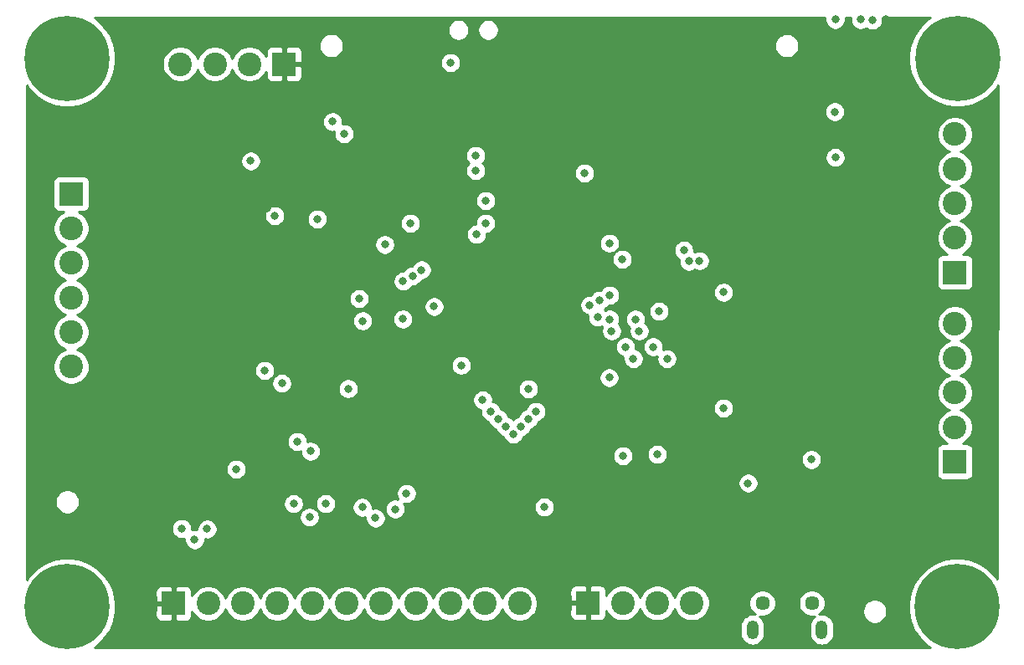
<source format=gbr>
%TF.GenerationSoftware,KiCad,Pcbnew,(5.1.8)-1*%
%TF.CreationDate,2020-12-28T13:01:50-08:00*%
%TF.ProjectId,STMboard,53544d62-6f61-4726-942e-6b696361645f,rev?*%
%TF.SameCoordinates,Original*%
%TF.FileFunction,Copper,L3,Inr*%
%TF.FilePolarity,Positive*%
%FSLAX46Y46*%
G04 Gerber Fmt 4.6, Leading zero omitted, Abs format (unit mm)*
G04 Created by KiCad (PCBNEW (5.1.8)-1) date 2020-12-28 13:01:50*
%MOMM*%
%LPD*%
G01*
G04 APERTURE LIST*
%TA.AperFunction,ComponentPad*%
%ADD10R,2.400000X2.400000*%
%TD*%
%TA.AperFunction,ComponentPad*%
%ADD11C,2.400000*%
%TD*%
%TA.AperFunction,ComponentPad*%
%ADD12C,0.900000*%
%TD*%
%TA.AperFunction,ComponentPad*%
%ADD13C,8.600000*%
%TD*%
%TA.AperFunction,ComponentPad*%
%ADD14C,1.450000*%
%TD*%
%TA.AperFunction,ComponentPad*%
%ADD15O,1.200000X1.900000*%
%TD*%
%TA.AperFunction,ViaPad*%
%ADD16C,0.800000*%
%TD*%
%TA.AperFunction,Conductor*%
%ADD17C,0.254000*%
%TD*%
%TA.AperFunction,Conductor*%
%ADD18C,0.100000*%
%TD*%
G04 APERTURE END LIST*
D10*
%TO.N,+5V*%
%TO.C,J8*%
X185110000Y-115830000D03*
D11*
%TO.N,Net-(J8-Pad2)*%
X185110000Y-112330000D03*
%TO.N,Net-(J8-Pad3)*%
X185110000Y-108830000D03*
%TO.N,Net-(J8-Pad4)*%
X185110000Y-105330000D03*
%TO.N,Net-(J8-Pad5)*%
X185110000Y-101830000D03*
%TD*%
D12*
%TO.N,GND*%
%TO.C,H1*%
X187655419Y-72719581D03*
X185375000Y-71775000D03*
X183094581Y-72719581D03*
X182150000Y-75000000D03*
X183094581Y-77280419D03*
X185375000Y-78225000D03*
X187655419Y-77280419D03*
X188600000Y-75000000D03*
D13*
X185375000Y-75000000D03*
%TD*%
D12*
%TO.N,GND*%
%TO.C,H2*%
X187605419Y-128219581D03*
X185325000Y-127275000D03*
X183044581Y-128219581D03*
X182100000Y-130500000D03*
X183044581Y-132780419D03*
X185325000Y-133725000D03*
X187605419Y-132780419D03*
X188550000Y-130500000D03*
D13*
X185325000Y-130500000D03*
%TD*%
%TO.N,GND*%
%TO.C,H3*%
X95325000Y-130500000D03*
D12*
X98550000Y-130500000D03*
X97605419Y-132780419D03*
X95325000Y-133725000D03*
X93044581Y-132780419D03*
X92100000Y-130500000D03*
X93044581Y-128219581D03*
X95325000Y-127275000D03*
X97605419Y-128219581D03*
%TD*%
D13*
%TO.N,GND*%
%TO.C,H4*%
X95325000Y-75000000D03*
D12*
X98550000Y-75000000D03*
X97605419Y-77280419D03*
X95325000Y-78225000D03*
X93044581Y-77280419D03*
X92100000Y-75000000D03*
X93044581Y-72719581D03*
X95325000Y-71775000D03*
X97605419Y-72719581D03*
%TD*%
D10*
%TO.N,+12V*%
%TO.C,J1*%
X95760000Y-88700000D03*
D11*
%TO.N,GND*%
X95760000Y-92200000D03*
%TO.N,PC13*%
X95760000Y-95700000D03*
%TO.N,PC14*%
X95760000Y-99200000D03*
%TO.N,PC15*%
X95760000Y-102700000D03*
%TO.N,PC8*%
X95760000Y-106200000D03*
%TD*%
D14*
%TO.N,Net-(J2-Pad6)*%
%TO.C,J2*%
X165650000Y-130137500D03*
X170650000Y-130137500D03*
D15*
X164650000Y-132837500D03*
X171650000Y-132837500D03*
%TD*%
D11*
%TO.N,GND*%
%TO.C,J4*%
X106790000Y-75580000D03*
%TO.N,I2C1_SDA*%
X110290000Y-75580000D03*
%TO.N,I2C1_SCL*%
X113790000Y-75580000D03*
D10*
%TO.N,+3V3*%
X117290000Y-75580000D03*
%TD*%
D11*
%TO.N,Net-(J5-Pad5)*%
%TO.C,J5*%
X185120000Y-82670000D03*
%TO.N,Net-(J5-Pad4)*%
X185120000Y-86170000D03*
%TO.N,Net-(J5-Pad3)*%
X185120000Y-89670000D03*
%TO.N,Net-(J5-Pad2)*%
X185120000Y-93170000D03*
D10*
%TO.N,+5V*%
X185120000Y-96670000D03*
%TD*%
%TO.N,+3V3*%
%TO.C,J6*%
X106100000Y-130170000D03*
D11*
%TO.N,PA4*%
X109600000Y-130170000D03*
%TO.N,PA5*%
X113100000Y-130170000D03*
%TO.N,PA6*%
X116600000Y-130170000D03*
%TO.N,PA7*%
X120100000Y-130170000D03*
%TO.N,PC4*%
X123600000Y-130170000D03*
%TO.N,PC5*%
X127100000Y-130170000D03*
%TO.N,PB0*%
X130600000Y-130170000D03*
%TO.N,PB1*%
X134100000Y-130170000D03*
%TO.N,PB2*%
X137600000Y-130170000D03*
%TO.N,GND*%
X141100000Y-130170000D03*
%TD*%
D10*
%TO.N,+3V3*%
%TO.C,J7*%
X148010000Y-130120000D03*
D11*
%TO.N,UART3_TX*%
X151510000Y-130120000D03*
%TO.N,UART3_RX*%
X155010000Y-130120000D03*
%TO.N,GND*%
X158510000Y-130120000D03*
%TD*%
D16*
%TO.N,+3V3*%
X135450000Y-110400000D03*
X135382000Y-90424000D03*
X155956000Y-90424000D03*
X147066000Y-90678000D03*
X131572000Y-91694000D03*
X121158000Y-87884000D03*
X115570000Y-90170000D03*
X146558000Y-107188000D03*
X140208000Y-89662000D03*
X138600000Y-76390000D03*
X178120000Y-71070000D03*
X105960000Y-120370000D03*
X134060000Y-120720000D03*
X132860000Y-122260000D03*
X139760000Y-118790000D03*
X138430000Y-120390000D03*
X109710000Y-105110000D03*
X111330000Y-105110000D03*
X104720000Y-119280000D03*
X131310000Y-104520000D03*
%TO.N,GND*%
X120630000Y-91260000D03*
X113900000Y-85390000D03*
X123760000Y-108440000D03*
X134112000Y-75438000D03*
X161720000Y-110390000D03*
X161720000Y-98670000D03*
X130048000Y-91694000D03*
X116332000Y-90932000D03*
X112450000Y-116590000D03*
X150160000Y-107320000D03*
X135200000Y-106070000D03*
X173020000Y-71070000D03*
X175580000Y-71080000D03*
X176800000Y-71110000D03*
X125240000Y-101580000D03*
X129300000Y-101380000D03*
X143600000Y-120420000D03*
X119960000Y-114770000D03*
X115330000Y-106580000D03*
X119860000Y-121440000D03*
X118250000Y-120080000D03*
X121480000Y-120080000D03*
X108230000Y-123730000D03*
X129660000Y-119040000D03*
X124870000Y-99320000D03*
X127480000Y-93840000D03*
X118610000Y-113780000D03*
X109510000Y-122630000D03*
X106930000Y-122600000D03*
X117060000Y-107890000D03*
X126530000Y-121540000D03*
X125190000Y-120430000D03*
X128520000Y-120620000D03*
X136750000Y-92820000D03*
X151480000Y-95330000D03*
X150180000Y-93710000D03*
X147670000Y-86600000D03*
X123350000Y-82630000D03*
X122190000Y-81400000D03*
%TO.N,+5V*%
X164200000Y-118000000D03*
X170600000Y-115600000D03*
%TO.N,NRST*%
X173020000Y-85020000D03*
X172970000Y-80410000D03*
%TO.N,I2C1_SCL*%
X136652000Y-84836000D03*
%TO.N,I2C1_SDA*%
X136652000Y-86360000D03*
%TO.N,PA4*%
X137360000Y-109570000D03*
%TO.N,PA5*%
X138176000Y-110744000D03*
%TO.N,PA6*%
X138938000Y-111506000D03*
%TO.N,PA7*%
X139700000Y-112268000D03*
%TO.N,PC4*%
X140462000Y-113030000D03*
%TO.N,PC5*%
X141224000Y-112268000D03*
%TO.N,PB0*%
X141986000Y-111506000D03*
%TO.N,PB1*%
X142748000Y-110744000D03*
%TO.N,PB2*%
X142000000Y-108458000D03*
%TO.N,UART3_RX*%
X155020000Y-115070000D03*
%TO.N,UART3_TX*%
X151530000Y-115220000D03*
%TO.N,BOOT0*%
X137668000Y-89408000D03*
X137663347Y-91698653D03*
%TO.N,STEP_2-4*%
X152600000Y-105400000D03*
X156000000Y-105400000D03*
%TO.N,STEP_2-3*%
X151800000Y-104200000D03*
X154600000Y-104200000D03*
%TO.N,STEP_2-2*%
X150400000Y-102600000D03*
X153200000Y-102600000D03*
%TO.N,STEP_2-1*%
X150200000Y-101400000D03*
X152800000Y-101400000D03*
%TO.N,STEP_1-4*%
X149000000Y-101200000D03*
X155200000Y-100600000D03*
%TO.N,STEP_1-3*%
X148200000Y-99975000D03*
X159287347Y-95487347D03*
%TO.N,STEP_1-2*%
X149200000Y-99475000D03*
X158215703Y-95533686D03*
%TO.N,STEP_1-1*%
X150200000Y-98962712D03*
X157708694Y-94425980D03*
%TO.N,PC15*%
X129320000Y-97549990D03*
%TO.N,PC14*%
X130272034Y-97025000D03*
%TO.N,PC13*%
X131180000Y-96400000D03*
%TO.N,PC8*%
X132450000Y-100120000D03*
%TD*%
D17*
%TO.N,+3V3*%
X171985000Y-70968061D02*
X171985000Y-71171939D01*
X172024774Y-71371898D01*
X172102795Y-71560256D01*
X172216063Y-71729774D01*
X172360226Y-71873937D01*
X172529744Y-71987205D01*
X172718102Y-72065226D01*
X172918061Y-72105000D01*
X173121939Y-72105000D01*
X173321898Y-72065226D01*
X173510256Y-71987205D01*
X173679774Y-71873937D01*
X173823937Y-71729774D01*
X173937205Y-71560256D01*
X174015226Y-71371898D01*
X174055000Y-71171939D01*
X174055000Y-70968061D01*
X174043451Y-70910000D01*
X174558538Y-70910000D01*
X174545000Y-70978061D01*
X174545000Y-71181939D01*
X174584774Y-71381898D01*
X174662795Y-71570256D01*
X174776063Y-71739774D01*
X174920226Y-71883937D01*
X175089744Y-71997205D01*
X175278102Y-72075226D01*
X175478061Y-72115000D01*
X175681939Y-72115000D01*
X175881898Y-72075226D01*
X176070256Y-71997205D01*
X176167551Y-71932195D01*
X176309744Y-72027205D01*
X176498102Y-72105226D01*
X176698061Y-72145000D01*
X176901939Y-72145000D01*
X177101898Y-72105226D01*
X177290256Y-72027205D01*
X177459774Y-71913937D01*
X177603937Y-71769774D01*
X177717205Y-71600256D01*
X177795226Y-71411898D01*
X177835000Y-71211939D01*
X177835000Y-71008061D01*
X177815495Y-70910000D01*
X182613352Y-70910000D01*
X182229121Y-71166735D01*
X181541735Y-71854121D01*
X181001660Y-72662401D01*
X180629650Y-73560514D01*
X180440000Y-74513945D01*
X180440000Y-75486055D01*
X180629650Y-76439486D01*
X181001660Y-77337599D01*
X181541735Y-78145879D01*
X182229121Y-78833265D01*
X183037401Y-79373340D01*
X183935514Y-79745350D01*
X184888945Y-79935000D01*
X185861055Y-79935000D01*
X186814486Y-79745350D01*
X187712599Y-79373340D01*
X188520879Y-78833265D01*
X189208265Y-78145879D01*
X189485082Y-77731593D01*
X189395114Y-127708591D01*
X189158265Y-127354121D01*
X188470879Y-126666735D01*
X187662599Y-126126660D01*
X186764486Y-125754650D01*
X185811055Y-125565000D01*
X184838945Y-125565000D01*
X183885514Y-125754650D01*
X182987401Y-126126660D01*
X182179121Y-126666735D01*
X181491735Y-127354121D01*
X180951660Y-128162401D01*
X180579650Y-129060514D01*
X180390000Y-130013945D01*
X180390000Y-130986055D01*
X180579650Y-131939486D01*
X180951660Y-132837599D01*
X181491735Y-133645879D01*
X182179121Y-134333265D01*
X182635746Y-134638372D01*
X98091574Y-134586708D01*
X98470879Y-134333265D01*
X99158265Y-133645879D01*
X99698340Y-132837599D01*
X99868483Y-132426835D01*
X163415000Y-132426835D01*
X163415000Y-133248164D01*
X163432870Y-133429601D01*
X163503489Y-133662400D01*
X163618167Y-133876948D01*
X163772498Y-134065002D01*
X163960551Y-134219333D01*
X164175099Y-134334011D01*
X164407898Y-134404630D01*
X164650000Y-134428475D01*
X164892101Y-134404630D01*
X165124900Y-134334011D01*
X165339448Y-134219333D01*
X165527502Y-134065002D01*
X165681833Y-133876949D01*
X165796511Y-133662401D01*
X165867130Y-133429602D01*
X165885000Y-133248165D01*
X165885000Y-132426836D01*
X165867130Y-132245399D01*
X165796511Y-132012599D01*
X165681833Y-131798051D01*
X165527502Y-131609998D01*
X165350232Y-131464516D01*
X165516052Y-131497500D01*
X165783948Y-131497500D01*
X166046697Y-131445236D01*
X166294201Y-131342716D01*
X166516949Y-131193881D01*
X166706381Y-131004449D01*
X166855216Y-130781701D01*
X166957736Y-130534197D01*
X167010000Y-130271448D01*
X167010000Y-130003552D01*
X169290000Y-130003552D01*
X169290000Y-130271448D01*
X169342264Y-130534197D01*
X169444784Y-130781701D01*
X169593619Y-131004449D01*
X169783051Y-131193881D01*
X170005799Y-131342716D01*
X170253303Y-131445236D01*
X170516052Y-131497500D01*
X170783948Y-131497500D01*
X170949768Y-131464516D01*
X170772498Y-131609998D01*
X170618167Y-131798052D01*
X170503489Y-132012600D01*
X170432870Y-132245399D01*
X170415000Y-132426836D01*
X170415000Y-133248165D01*
X170432870Y-133429602D01*
X170503489Y-133662401D01*
X170618168Y-133876949D01*
X170772499Y-134065002D01*
X170960552Y-134219333D01*
X171175100Y-134334011D01*
X171407899Y-134404630D01*
X171650000Y-134428475D01*
X171892102Y-134404630D01*
X172124901Y-134334011D01*
X172339449Y-134219333D01*
X172527502Y-134065002D01*
X172681833Y-133876949D01*
X172796511Y-133662401D01*
X172867130Y-133429601D01*
X172885000Y-133248164D01*
X172885000Y-132426835D01*
X172867130Y-132245398D01*
X172796511Y-132012599D01*
X172681833Y-131798051D01*
X172527502Y-131609998D01*
X172339448Y-131455667D01*
X172124900Y-131340989D01*
X171892101Y-131270370D01*
X171650000Y-131246525D01*
X171407898Y-131270370D01*
X171397965Y-131273383D01*
X171516949Y-131193881D01*
X171706381Y-131004449D01*
X171808985Y-130850890D01*
X175760048Y-130850890D01*
X175760048Y-131097110D01*
X175808083Y-131338598D01*
X175902307Y-131566074D01*
X176039099Y-131770798D01*
X176213202Y-131944901D01*
X176417926Y-132081693D01*
X176645402Y-132175917D01*
X176886890Y-132223952D01*
X177133110Y-132223952D01*
X177374598Y-132175917D01*
X177602074Y-132081693D01*
X177806798Y-131944901D01*
X177980901Y-131770798D01*
X178117693Y-131566074D01*
X178211917Y-131338598D01*
X178259952Y-131097110D01*
X178259952Y-130850890D01*
X178211917Y-130609402D01*
X178117693Y-130381926D01*
X177980901Y-130177202D01*
X177806798Y-130003099D01*
X177602074Y-129866307D01*
X177374598Y-129772083D01*
X177133110Y-129724048D01*
X176886890Y-129724048D01*
X176645402Y-129772083D01*
X176417926Y-129866307D01*
X176213202Y-130003099D01*
X176039099Y-130177202D01*
X175902307Y-130381926D01*
X175808083Y-130609402D01*
X175760048Y-130850890D01*
X171808985Y-130850890D01*
X171855216Y-130781701D01*
X171957736Y-130534197D01*
X172010000Y-130271448D01*
X172010000Y-130003552D01*
X171957736Y-129740803D01*
X171855216Y-129493299D01*
X171706381Y-129270551D01*
X171516949Y-129081119D01*
X171294201Y-128932284D01*
X171046697Y-128829764D01*
X170783948Y-128777500D01*
X170516052Y-128777500D01*
X170253303Y-128829764D01*
X170005799Y-128932284D01*
X169783051Y-129081119D01*
X169593619Y-129270551D01*
X169444784Y-129493299D01*
X169342264Y-129740803D01*
X169290000Y-130003552D01*
X167010000Y-130003552D01*
X166957736Y-129740803D01*
X166855216Y-129493299D01*
X166706381Y-129270551D01*
X166516949Y-129081119D01*
X166294201Y-128932284D01*
X166046697Y-128829764D01*
X165783948Y-128777500D01*
X165516052Y-128777500D01*
X165253303Y-128829764D01*
X165005799Y-128932284D01*
X164783051Y-129081119D01*
X164593619Y-129270551D01*
X164444784Y-129493299D01*
X164342264Y-129740803D01*
X164290000Y-130003552D01*
X164290000Y-130271448D01*
X164342264Y-130534197D01*
X164444784Y-130781701D01*
X164593619Y-131004449D01*
X164783051Y-131193881D01*
X164902035Y-131273383D01*
X164892102Y-131270370D01*
X164650000Y-131246525D01*
X164407899Y-131270370D01*
X164175100Y-131340989D01*
X163960552Y-131455667D01*
X163772499Y-131609998D01*
X163618168Y-131798051D01*
X163503489Y-132012599D01*
X163432870Y-132245398D01*
X163415000Y-132426835D01*
X99868483Y-132426835D01*
X100070350Y-131939486D01*
X100183628Y-131370000D01*
X104261928Y-131370000D01*
X104274188Y-131494482D01*
X104310498Y-131614180D01*
X104369463Y-131724494D01*
X104448815Y-131821185D01*
X104545506Y-131900537D01*
X104655820Y-131959502D01*
X104775518Y-131995812D01*
X104900000Y-132008072D01*
X105814250Y-132005000D01*
X105973000Y-131846250D01*
X105973000Y-130297000D01*
X104423750Y-130297000D01*
X104265000Y-130455750D01*
X104261928Y-131370000D01*
X100183628Y-131370000D01*
X100260000Y-130986055D01*
X100260000Y-130013945D01*
X100070350Y-129060514D01*
X100032858Y-128970000D01*
X104261928Y-128970000D01*
X104265000Y-129884250D01*
X104423750Y-130043000D01*
X105973000Y-130043000D01*
X105973000Y-128493750D01*
X106227000Y-128493750D01*
X106227000Y-130043000D01*
X106247000Y-130043000D01*
X106247000Y-130297000D01*
X106227000Y-130297000D01*
X106227000Y-131846250D01*
X106385750Y-132005000D01*
X107300000Y-132008072D01*
X107424482Y-131995812D01*
X107544180Y-131959502D01*
X107654494Y-131900537D01*
X107751185Y-131821185D01*
X107830537Y-131724494D01*
X107889502Y-131614180D01*
X107925812Y-131494482D01*
X107938072Y-131370000D01*
X107936659Y-130949426D01*
X107973844Y-131039199D01*
X108174662Y-131339744D01*
X108430256Y-131595338D01*
X108730801Y-131796156D01*
X109064750Y-131934482D01*
X109419268Y-132005000D01*
X109780732Y-132005000D01*
X110135250Y-131934482D01*
X110469199Y-131796156D01*
X110769744Y-131595338D01*
X111025338Y-131339744D01*
X111226156Y-131039199D01*
X111350000Y-130740213D01*
X111473844Y-131039199D01*
X111674662Y-131339744D01*
X111930256Y-131595338D01*
X112230801Y-131796156D01*
X112564750Y-131934482D01*
X112919268Y-132005000D01*
X113280732Y-132005000D01*
X113635250Y-131934482D01*
X113969199Y-131796156D01*
X114269744Y-131595338D01*
X114525338Y-131339744D01*
X114726156Y-131039199D01*
X114850000Y-130740213D01*
X114973844Y-131039199D01*
X115174662Y-131339744D01*
X115430256Y-131595338D01*
X115730801Y-131796156D01*
X116064750Y-131934482D01*
X116419268Y-132005000D01*
X116780732Y-132005000D01*
X117135250Y-131934482D01*
X117469199Y-131796156D01*
X117769744Y-131595338D01*
X118025338Y-131339744D01*
X118226156Y-131039199D01*
X118350000Y-130740213D01*
X118473844Y-131039199D01*
X118674662Y-131339744D01*
X118930256Y-131595338D01*
X119230801Y-131796156D01*
X119564750Y-131934482D01*
X119919268Y-132005000D01*
X120280732Y-132005000D01*
X120635250Y-131934482D01*
X120969199Y-131796156D01*
X121269744Y-131595338D01*
X121525338Y-131339744D01*
X121726156Y-131039199D01*
X121850000Y-130740213D01*
X121973844Y-131039199D01*
X122174662Y-131339744D01*
X122430256Y-131595338D01*
X122730801Y-131796156D01*
X123064750Y-131934482D01*
X123419268Y-132005000D01*
X123780732Y-132005000D01*
X124135250Y-131934482D01*
X124469199Y-131796156D01*
X124769744Y-131595338D01*
X125025338Y-131339744D01*
X125226156Y-131039199D01*
X125350000Y-130740213D01*
X125473844Y-131039199D01*
X125674662Y-131339744D01*
X125930256Y-131595338D01*
X126230801Y-131796156D01*
X126564750Y-131934482D01*
X126919268Y-132005000D01*
X127280732Y-132005000D01*
X127635250Y-131934482D01*
X127969199Y-131796156D01*
X128269744Y-131595338D01*
X128525338Y-131339744D01*
X128726156Y-131039199D01*
X128850000Y-130740213D01*
X128973844Y-131039199D01*
X129174662Y-131339744D01*
X129430256Y-131595338D01*
X129730801Y-131796156D01*
X130064750Y-131934482D01*
X130419268Y-132005000D01*
X130780732Y-132005000D01*
X131135250Y-131934482D01*
X131469199Y-131796156D01*
X131769744Y-131595338D01*
X132025338Y-131339744D01*
X132226156Y-131039199D01*
X132350000Y-130740213D01*
X132473844Y-131039199D01*
X132674662Y-131339744D01*
X132930256Y-131595338D01*
X133230801Y-131796156D01*
X133564750Y-131934482D01*
X133919268Y-132005000D01*
X134280732Y-132005000D01*
X134635250Y-131934482D01*
X134969199Y-131796156D01*
X135269744Y-131595338D01*
X135525338Y-131339744D01*
X135726156Y-131039199D01*
X135850000Y-130740213D01*
X135973844Y-131039199D01*
X136174662Y-131339744D01*
X136430256Y-131595338D01*
X136730801Y-131796156D01*
X137064750Y-131934482D01*
X137419268Y-132005000D01*
X137780732Y-132005000D01*
X138135250Y-131934482D01*
X138469199Y-131796156D01*
X138769744Y-131595338D01*
X139025338Y-131339744D01*
X139226156Y-131039199D01*
X139350000Y-130740213D01*
X139473844Y-131039199D01*
X139674662Y-131339744D01*
X139930256Y-131595338D01*
X140230801Y-131796156D01*
X140564750Y-131934482D01*
X140919268Y-132005000D01*
X141280732Y-132005000D01*
X141635250Y-131934482D01*
X141969199Y-131796156D01*
X142269744Y-131595338D01*
X142525338Y-131339744D01*
X142538530Y-131320000D01*
X146171928Y-131320000D01*
X146184188Y-131444482D01*
X146220498Y-131564180D01*
X146279463Y-131674494D01*
X146358815Y-131771185D01*
X146455506Y-131850537D01*
X146565820Y-131909502D01*
X146685518Y-131945812D01*
X146810000Y-131958072D01*
X147724250Y-131955000D01*
X147883000Y-131796250D01*
X147883000Y-130247000D01*
X146333750Y-130247000D01*
X146175000Y-130405750D01*
X146171928Y-131320000D01*
X142538530Y-131320000D01*
X142726156Y-131039199D01*
X142864482Y-130705250D01*
X142935000Y-130350732D01*
X142935000Y-129989268D01*
X142864482Y-129634750D01*
X142726156Y-129300801D01*
X142525338Y-129000256D01*
X142445082Y-128920000D01*
X146171928Y-128920000D01*
X146175000Y-129834250D01*
X146333750Y-129993000D01*
X147883000Y-129993000D01*
X147883000Y-128443750D01*
X148137000Y-128443750D01*
X148137000Y-129993000D01*
X148157000Y-129993000D01*
X148157000Y-130247000D01*
X148137000Y-130247000D01*
X148137000Y-131796250D01*
X148295750Y-131955000D01*
X149210000Y-131958072D01*
X149334482Y-131945812D01*
X149454180Y-131909502D01*
X149564494Y-131850537D01*
X149661185Y-131771185D01*
X149740537Y-131674494D01*
X149799502Y-131564180D01*
X149835812Y-131444482D01*
X149848072Y-131320000D01*
X149846659Y-130899426D01*
X149883844Y-130989199D01*
X150084662Y-131289744D01*
X150340256Y-131545338D01*
X150640801Y-131746156D01*
X150974750Y-131884482D01*
X151329268Y-131955000D01*
X151690732Y-131955000D01*
X152045250Y-131884482D01*
X152379199Y-131746156D01*
X152679744Y-131545338D01*
X152935338Y-131289744D01*
X153136156Y-130989199D01*
X153260000Y-130690213D01*
X153383844Y-130989199D01*
X153584662Y-131289744D01*
X153840256Y-131545338D01*
X154140801Y-131746156D01*
X154474750Y-131884482D01*
X154829268Y-131955000D01*
X155190732Y-131955000D01*
X155545250Y-131884482D01*
X155879199Y-131746156D01*
X156179744Y-131545338D01*
X156435338Y-131289744D01*
X156636156Y-130989199D01*
X156760000Y-130690213D01*
X156883844Y-130989199D01*
X157084662Y-131289744D01*
X157340256Y-131545338D01*
X157640801Y-131746156D01*
X157974750Y-131884482D01*
X158329268Y-131955000D01*
X158690732Y-131955000D01*
X159045250Y-131884482D01*
X159379199Y-131746156D01*
X159679744Y-131545338D01*
X159935338Y-131289744D01*
X160136156Y-130989199D01*
X160274482Y-130655250D01*
X160345000Y-130300732D01*
X160345000Y-129939268D01*
X160274482Y-129584750D01*
X160136156Y-129250801D01*
X159935338Y-128950256D01*
X159679744Y-128694662D01*
X159379199Y-128493844D01*
X159045250Y-128355518D01*
X158690732Y-128285000D01*
X158329268Y-128285000D01*
X157974750Y-128355518D01*
X157640801Y-128493844D01*
X157340256Y-128694662D01*
X157084662Y-128950256D01*
X156883844Y-129250801D01*
X156760000Y-129549787D01*
X156636156Y-129250801D01*
X156435338Y-128950256D01*
X156179744Y-128694662D01*
X155879199Y-128493844D01*
X155545250Y-128355518D01*
X155190732Y-128285000D01*
X154829268Y-128285000D01*
X154474750Y-128355518D01*
X154140801Y-128493844D01*
X153840256Y-128694662D01*
X153584662Y-128950256D01*
X153383844Y-129250801D01*
X153260000Y-129549787D01*
X153136156Y-129250801D01*
X152935338Y-128950256D01*
X152679744Y-128694662D01*
X152379199Y-128493844D01*
X152045250Y-128355518D01*
X151690732Y-128285000D01*
X151329268Y-128285000D01*
X150974750Y-128355518D01*
X150640801Y-128493844D01*
X150340256Y-128694662D01*
X150084662Y-128950256D01*
X149883844Y-129250801D01*
X149846659Y-129340574D01*
X149848072Y-128920000D01*
X149835812Y-128795518D01*
X149799502Y-128675820D01*
X149740537Y-128565506D01*
X149661185Y-128468815D01*
X149564494Y-128389463D01*
X149454180Y-128330498D01*
X149334482Y-128294188D01*
X149210000Y-128281928D01*
X148295750Y-128285000D01*
X148137000Y-128443750D01*
X147883000Y-128443750D01*
X147724250Y-128285000D01*
X146810000Y-128281928D01*
X146685518Y-128294188D01*
X146565820Y-128330498D01*
X146455506Y-128389463D01*
X146358815Y-128468815D01*
X146279463Y-128565506D01*
X146220498Y-128675820D01*
X146184188Y-128795518D01*
X146171928Y-128920000D01*
X142445082Y-128920000D01*
X142269744Y-128744662D01*
X141969199Y-128543844D01*
X141635250Y-128405518D01*
X141280732Y-128335000D01*
X140919268Y-128335000D01*
X140564750Y-128405518D01*
X140230801Y-128543844D01*
X139930256Y-128744662D01*
X139674662Y-129000256D01*
X139473844Y-129300801D01*
X139350000Y-129599787D01*
X139226156Y-129300801D01*
X139025338Y-129000256D01*
X138769744Y-128744662D01*
X138469199Y-128543844D01*
X138135250Y-128405518D01*
X137780732Y-128335000D01*
X137419268Y-128335000D01*
X137064750Y-128405518D01*
X136730801Y-128543844D01*
X136430256Y-128744662D01*
X136174662Y-129000256D01*
X135973844Y-129300801D01*
X135850000Y-129599787D01*
X135726156Y-129300801D01*
X135525338Y-129000256D01*
X135269744Y-128744662D01*
X134969199Y-128543844D01*
X134635250Y-128405518D01*
X134280732Y-128335000D01*
X133919268Y-128335000D01*
X133564750Y-128405518D01*
X133230801Y-128543844D01*
X132930256Y-128744662D01*
X132674662Y-129000256D01*
X132473844Y-129300801D01*
X132350000Y-129599787D01*
X132226156Y-129300801D01*
X132025338Y-129000256D01*
X131769744Y-128744662D01*
X131469199Y-128543844D01*
X131135250Y-128405518D01*
X130780732Y-128335000D01*
X130419268Y-128335000D01*
X130064750Y-128405518D01*
X129730801Y-128543844D01*
X129430256Y-128744662D01*
X129174662Y-129000256D01*
X128973844Y-129300801D01*
X128850000Y-129599787D01*
X128726156Y-129300801D01*
X128525338Y-129000256D01*
X128269744Y-128744662D01*
X127969199Y-128543844D01*
X127635250Y-128405518D01*
X127280732Y-128335000D01*
X126919268Y-128335000D01*
X126564750Y-128405518D01*
X126230801Y-128543844D01*
X125930256Y-128744662D01*
X125674662Y-129000256D01*
X125473844Y-129300801D01*
X125350000Y-129599787D01*
X125226156Y-129300801D01*
X125025338Y-129000256D01*
X124769744Y-128744662D01*
X124469199Y-128543844D01*
X124135250Y-128405518D01*
X123780732Y-128335000D01*
X123419268Y-128335000D01*
X123064750Y-128405518D01*
X122730801Y-128543844D01*
X122430256Y-128744662D01*
X122174662Y-129000256D01*
X121973844Y-129300801D01*
X121850000Y-129599787D01*
X121726156Y-129300801D01*
X121525338Y-129000256D01*
X121269744Y-128744662D01*
X120969199Y-128543844D01*
X120635250Y-128405518D01*
X120280732Y-128335000D01*
X119919268Y-128335000D01*
X119564750Y-128405518D01*
X119230801Y-128543844D01*
X118930256Y-128744662D01*
X118674662Y-129000256D01*
X118473844Y-129300801D01*
X118350000Y-129599787D01*
X118226156Y-129300801D01*
X118025338Y-129000256D01*
X117769744Y-128744662D01*
X117469199Y-128543844D01*
X117135250Y-128405518D01*
X116780732Y-128335000D01*
X116419268Y-128335000D01*
X116064750Y-128405518D01*
X115730801Y-128543844D01*
X115430256Y-128744662D01*
X115174662Y-129000256D01*
X114973844Y-129300801D01*
X114850000Y-129599787D01*
X114726156Y-129300801D01*
X114525338Y-129000256D01*
X114269744Y-128744662D01*
X113969199Y-128543844D01*
X113635250Y-128405518D01*
X113280732Y-128335000D01*
X112919268Y-128335000D01*
X112564750Y-128405518D01*
X112230801Y-128543844D01*
X111930256Y-128744662D01*
X111674662Y-129000256D01*
X111473844Y-129300801D01*
X111350000Y-129599787D01*
X111226156Y-129300801D01*
X111025338Y-129000256D01*
X110769744Y-128744662D01*
X110469199Y-128543844D01*
X110135250Y-128405518D01*
X109780732Y-128335000D01*
X109419268Y-128335000D01*
X109064750Y-128405518D01*
X108730801Y-128543844D01*
X108430256Y-128744662D01*
X108174662Y-129000256D01*
X107973844Y-129300801D01*
X107936659Y-129390574D01*
X107938072Y-128970000D01*
X107925812Y-128845518D01*
X107889502Y-128725820D01*
X107830537Y-128615506D01*
X107751185Y-128518815D01*
X107654494Y-128439463D01*
X107544180Y-128380498D01*
X107424482Y-128344188D01*
X107300000Y-128331928D01*
X106385750Y-128335000D01*
X106227000Y-128493750D01*
X105973000Y-128493750D01*
X105814250Y-128335000D01*
X104900000Y-128331928D01*
X104775518Y-128344188D01*
X104655820Y-128380498D01*
X104545506Y-128439463D01*
X104448815Y-128518815D01*
X104369463Y-128615506D01*
X104310498Y-128725820D01*
X104274188Y-128845518D01*
X104261928Y-128970000D01*
X100032858Y-128970000D01*
X99698340Y-128162401D01*
X99158265Y-127354121D01*
X98470879Y-126666735D01*
X97662599Y-126126660D01*
X96764486Y-125754650D01*
X95811055Y-125565000D01*
X94838945Y-125565000D01*
X93885514Y-125754650D01*
X92987401Y-126126660D01*
X92179121Y-126666735D01*
X91491735Y-127354121D01*
X91235000Y-127738352D01*
X91235000Y-122498061D01*
X105895000Y-122498061D01*
X105895000Y-122701939D01*
X105934774Y-122901898D01*
X106012795Y-123090256D01*
X106126063Y-123259774D01*
X106270226Y-123403937D01*
X106439744Y-123517205D01*
X106628102Y-123595226D01*
X106828061Y-123635000D01*
X107031939Y-123635000D01*
X107200280Y-123601515D01*
X107195000Y-123628061D01*
X107195000Y-123831939D01*
X107234774Y-124031898D01*
X107312795Y-124220256D01*
X107426063Y-124389774D01*
X107570226Y-124533937D01*
X107739744Y-124647205D01*
X107928102Y-124725226D01*
X108128061Y-124765000D01*
X108331939Y-124765000D01*
X108531898Y-124725226D01*
X108720256Y-124647205D01*
X108889774Y-124533937D01*
X109033937Y-124389774D01*
X109147205Y-124220256D01*
X109225226Y-124031898D01*
X109265000Y-123831939D01*
X109265000Y-123636544D01*
X109408061Y-123665000D01*
X109611939Y-123665000D01*
X109811898Y-123625226D01*
X110000256Y-123547205D01*
X110169774Y-123433937D01*
X110313937Y-123289774D01*
X110427205Y-123120256D01*
X110505226Y-122931898D01*
X110545000Y-122731939D01*
X110545000Y-122528061D01*
X110505226Y-122328102D01*
X110427205Y-122139744D01*
X110313937Y-121970226D01*
X110169774Y-121826063D01*
X110000256Y-121712795D01*
X109811898Y-121634774D01*
X109611939Y-121595000D01*
X109408061Y-121595000D01*
X109208102Y-121634774D01*
X109019744Y-121712795D01*
X108850226Y-121826063D01*
X108706063Y-121970226D01*
X108592795Y-122139744D01*
X108514774Y-122328102D01*
X108475000Y-122528061D01*
X108475000Y-122723456D01*
X108331939Y-122695000D01*
X108128061Y-122695000D01*
X107959720Y-122728485D01*
X107965000Y-122701939D01*
X107965000Y-122498061D01*
X107925226Y-122298102D01*
X107847205Y-122109744D01*
X107733937Y-121940226D01*
X107589774Y-121796063D01*
X107420256Y-121682795D01*
X107231898Y-121604774D01*
X107031939Y-121565000D01*
X106828061Y-121565000D01*
X106628102Y-121604774D01*
X106439744Y-121682795D01*
X106270226Y-121796063D01*
X106126063Y-121940226D01*
X106012795Y-122109744D01*
X105934774Y-122298102D01*
X105895000Y-122498061D01*
X91235000Y-122498061D01*
X91235000Y-121338061D01*
X118825000Y-121338061D01*
X118825000Y-121541939D01*
X118864774Y-121741898D01*
X118942795Y-121930256D01*
X119056063Y-122099774D01*
X119200226Y-122243937D01*
X119369744Y-122357205D01*
X119558102Y-122435226D01*
X119758061Y-122475000D01*
X119961939Y-122475000D01*
X120161898Y-122435226D01*
X120350256Y-122357205D01*
X120519774Y-122243937D01*
X120663937Y-122099774D01*
X120777205Y-121930256D01*
X120855226Y-121741898D01*
X120895000Y-121541939D01*
X120895000Y-121338061D01*
X120855226Y-121138102D01*
X120777205Y-120949744D01*
X120663937Y-120780226D01*
X120519774Y-120636063D01*
X120350256Y-120522795D01*
X120161898Y-120444774D01*
X119961939Y-120405000D01*
X119758061Y-120405000D01*
X119558102Y-120444774D01*
X119369744Y-120522795D01*
X119200226Y-120636063D01*
X119056063Y-120780226D01*
X118942795Y-120949744D01*
X118864774Y-121138102D01*
X118825000Y-121338061D01*
X91235000Y-121338061D01*
X91235000Y-119766890D01*
X94110048Y-119766890D01*
X94110048Y-120013110D01*
X94158083Y-120254598D01*
X94252307Y-120482074D01*
X94389099Y-120686798D01*
X94563202Y-120860901D01*
X94767926Y-120997693D01*
X94995402Y-121091917D01*
X95236890Y-121139952D01*
X95483110Y-121139952D01*
X95724598Y-121091917D01*
X95952074Y-120997693D01*
X96156798Y-120860901D01*
X96330901Y-120686798D01*
X96467693Y-120482074D01*
X96561917Y-120254598D01*
X96609952Y-120013110D01*
X96609952Y-119978061D01*
X117215000Y-119978061D01*
X117215000Y-120181939D01*
X117254774Y-120381898D01*
X117332795Y-120570256D01*
X117446063Y-120739774D01*
X117590226Y-120883937D01*
X117759744Y-120997205D01*
X117948102Y-121075226D01*
X118148061Y-121115000D01*
X118351939Y-121115000D01*
X118551898Y-121075226D01*
X118740256Y-120997205D01*
X118909774Y-120883937D01*
X119053937Y-120739774D01*
X119167205Y-120570256D01*
X119245226Y-120381898D01*
X119285000Y-120181939D01*
X119285000Y-119978061D01*
X120445000Y-119978061D01*
X120445000Y-120181939D01*
X120484774Y-120381898D01*
X120562795Y-120570256D01*
X120676063Y-120739774D01*
X120820226Y-120883937D01*
X120989744Y-120997205D01*
X121178102Y-121075226D01*
X121378061Y-121115000D01*
X121581939Y-121115000D01*
X121781898Y-121075226D01*
X121970256Y-120997205D01*
X122139774Y-120883937D01*
X122283937Y-120739774D01*
X122397205Y-120570256D01*
X122475226Y-120381898D01*
X122485934Y-120328061D01*
X124155000Y-120328061D01*
X124155000Y-120531939D01*
X124194774Y-120731898D01*
X124272795Y-120920256D01*
X124386063Y-121089774D01*
X124530226Y-121233937D01*
X124699744Y-121347205D01*
X124888102Y-121425226D01*
X125088061Y-121465000D01*
X125291939Y-121465000D01*
X125491898Y-121425226D01*
X125498061Y-121422673D01*
X125495000Y-121438061D01*
X125495000Y-121641939D01*
X125534774Y-121841898D01*
X125612795Y-122030256D01*
X125726063Y-122199774D01*
X125870226Y-122343937D01*
X126039744Y-122457205D01*
X126228102Y-122535226D01*
X126428061Y-122575000D01*
X126631939Y-122575000D01*
X126831898Y-122535226D01*
X127020256Y-122457205D01*
X127189774Y-122343937D01*
X127333937Y-122199774D01*
X127447205Y-122030256D01*
X127525226Y-121841898D01*
X127565000Y-121641939D01*
X127565000Y-121438061D01*
X127525226Y-121238102D01*
X127447205Y-121049744D01*
X127333937Y-120880226D01*
X127189774Y-120736063D01*
X127020256Y-120622795D01*
X126831898Y-120544774D01*
X126697602Y-120518061D01*
X127485000Y-120518061D01*
X127485000Y-120721939D01*
X127524774Y-120921898D01*
X127602795Y-121110256D01*
X127716063Y-121279774D01*
X127860226Y-121423937D01*
X128029744Y-121537205D01*
X128218102Y-121615226D01*
X128418061Y-121655000D01*
X128621939Y-121655000D01*
X128821898Y-121615226D01*
X129010256Y-121537205D01*
X129179774Y-121423937D01*
X129323937Y-121279774D01*
X129437205Y-121110256D01*
X129515226Y-120921898D01*
X129555000Y-120721939D01*
X129555000Y-120518061D01*
X129515226Y-120318102D01*
X129515210Y-120318061D01*
X142565000Y-120318061D01*
X142565000Y-120521939D01*
X142604774Y-120721898D01*
X142682795Y-120910256D01*
X142796063Y-121079774D01*
X142940226Y-121223937D01*
X143109744Y-121337205D01*
X143298102Y-121415226D01*
X143498061Y-121455000D01*
X143701939Y-121455000D01*
X143901898Y-121415226D01*
X144090256Y-121337205D01*
X144259774Y-121223937D01*
X144403937Y-121079774D01*
X144517205Y-120910256D01*
X144595226Y-120721898D01*
X144635000Y-120521939D01*
X144635000Y-120318061D01*
X144595226Y-120118102D01*
X144517205Y-119929744D01*
X144403937Y-119760226D01*
X144259774Y-119616063D01*
X144090256Y-119502795D01*
X143901898Y-119424774D01*
X143701939Y-119385000D01*
X143498061Y-119385000D01*
X143298102Y-119424774D01*
X143109744Y-119502795D01*
X142940226Y-119616063D01*
X142796063Y-119760226D01*
X142682795Y-119929744D01*
X142604774Y-120118102D01*
X142565000Y-120318061D01*
X129515210Y-120318061D01*
X129437205Y-120129744D01*
X129376495Y-120038885D01*
X129558061Y-120075000D01*
X129761939Y-120075000D01*
X129961898Y-120035226D01*
X130150256Y-119957205D01*
X130319774Y-119843937D01*
X130463937Y-119699774D01*
X130577205Y-119530256D01*
X130655226Y-119341898D01*
X130695000Y-119141939D01*
X130695000Y-118938061D01*
X130655226Y-118738102D01*
X130577205Y-118549744D01*
X130463937Y-118380226D01*
X130319774Y-118236063D01*
X130150256Y-118122795D01*
X129961898Y-118044774D01*
X129761939Y-118005000D01*
X129558061Y-118005000D01*
X129358102Y-118044774D01*
X129169744Y-118122795D01*
X129000226Y-118236063D01*
X128856063Y-118380226D01*
X128742795Y-118549744D01*
X128664774Y-118738102D01*
X128625000Y-118938061D01*
X128625000Y-119141939D01*
X128664774Y-119341898D01*
X128742795Y-119530256D01*
X128803505Y-119621115D01*
X128621939Y-119585000D01*
X128418061Y-119585000D01*
X128218102Y-119624774D01*
X128029744Y-119702795D01*
X127860226Y-119816063D01*
X127716063Y-119960226D01*
X127602795Y-120129744D01*
X127524774Y-120318102D01*
X127485000Y-120518061D01*
X126697602Y-120518061D01*
X126631939Y-120505000D01*
X126428061Y-120505000D01*
X126228102Y-120544774D01*
X126221939Y-120547327D01*
X126225000Y-120531939D01*
X126225000Y-120328061D01*
X126185226Y-120128102D01*
X126107205Y-119939744D01*
X125993937Y-119770226D01*
X125849774Y-119626063D01*
X125680256Y-119512795D01*
X125491898Y-119434774D01*
X125291939Y-119395000D01*
X125088061Y-119395000D01*
X124888102Y-119434774D01*
X124699744Y-119512795D01*
X124530226Y-119626063D01*
X124386063Y-119770226D01*
X124272795Y-119939744D01*
X124194774Y-120128102D01*
X124155000Y-120328061D01*
X122485934Y-120328061D01*
X122515000Y-120181939D01*
X122515000Y-119978061D01*
X122475226Y-119778102D01*
X122397205Y-119589744D01*
X122283937Y-119420226D01*
X122139774Y-119276063D01*
X121970256Y-119162795D01*
X121781898Y-119084774D01*
X121581939Y-119045000D01*
X121378061Y-119045000D01*
X121178102Y-119084774D01*
X120989744Y-119162795D01*
X120820226Y-119276063D01*
X120676063Y-119420226D01*
X120562795Y-119589744D01*
X120484774Y-119778102D01*
X120445000Y-119978061D01*
X119285000Y-119978061D01*
X119245226Y-119778102D01*
X119167205Y-119589744D01*
X119053937Y-119420226D01*
X118909774Y-119276063D01*
X118740256Y-119162795D01*
X118551898Y-119084774D01*
X118351939Y-119045000D01*
X118148061Y-119045000D01*
X117948102Y-119084774D01*
X117759744Y-119162795D01*
X117590226Y-119276063D01*
X117446063Y-119420226D01*
X117332795Y-119589744D01*
X117254774Y-119778102D01*
X117215000Y-119978061D01*
X96609952Y-119978061D01*
X96609952Y-119766890D01*
X96561917Y-119525402D01*
X96467693Y-119297926D01*
X96330901Y-119093202D01*
X96156798Y-118919099D01*
X95952074Y-118782307D01*
X95724598Y-118688083D01*
X95483110Y-118640048D01*
X95236890Y-118640048D01*
X94995402Y-118688083D01*
X94767926Y-118782307D01*
X94563202Y-118919099D01*
X94389099Y-119093202D01*
X94252307Y-119297926D01*
X94158083Y-119525402D01*
X94110048Y-119766890D01*
X91235000Y-119766890D01*
X91235000Y-117898061D01*
X163165000Y-117898061D01*
X163165000Y-118101939D01*
X163204774Y-118301898D01*
X163282795Y-118490256D01*
X163396063Y-118659774D01*
X163540226Y-118803937D01*
X163709744Y-118917205D01*
X163898102Y-118995226D01*
X164098061Y-119035000D01*
X164301939Y-119035000D01*
X164501898Y-118995226D01*
X164690256Y-118917205D01*
X164859774Y-118803937D01*
X165003937Y-118659774D01*
X165117205Y-118490256D01*
X165195226Y-118301898D01*
X165235000Y-118101939D01*
X165235000Y-117898061D01*
X165195226Y-117698102D01*
X165117205Y-117509744D01*
X165003937Y-117340226D01*
X164859774Y-117196063D01*
X164690256Y-117082795D01*
X164501898Y-117004774D01*
X164301939Y-116965000D01*
X164098061Y-116965000D01*
X163898102Y-117004774D01*
X163709744Y-117082795D01*
X163540226Y-117196063D01*
X163396063Y-117340226D01*
X163282795Y-117509744D01*
X163204774Y-117698102D01*
X163165000Y-117898061D01*
X91235000Y-117898061D01*
X91235000Y-116488061D01*
X111415000Y-116488061D01*
X111415000Y-116691939D01*
X111454774Y-116891898D01*
X111532795Y-117080256D01*
X111646063Y-117249774D01*
X111790226Y-117393937D01*
X111959744Y-117507205D01*
X112148102Y-117585226D01*
X112348061Y-117625000D01*
X112551939Y-117625000D01*
X112751898Y-117585226D01*
X112940256Y-117507205D01*
X113109774Y-117393937D01*
X113253937Y-117249774D01*
X113367205Y-117080256D01*
X113445226Y-116891898D01*
X113485000Y-116691939D01*
X113485000Y-116488061D01*
X113445226Y-116288102D01*
X113367205Y-116099744D01*
X113253937Y-115930226D01*
X113109774Y-115786063D01*
X112940256Y-115672795D01*
X112751898Y-115594774D01*
X112551939Y-115555000D01*
X112348061Y-115555000D01*
X112148102Y-115594774D01*
X111959744Y-115672795D01*
X111790226Y-115786063D01*
X111646063Y-115930226D01*
X111532795Y-116099744D01*
X111454774Y-116288102D01*
X111415000Y-116488061D01*
X91235000Y-116488061D01*
X91235000Y-113678061D01*
X117575000Y-113678061D01*
X117575000Y-113881939D01*
X117614774Y-114081898D01*
X117692795Y-114270256D01*
X117806063Y-114439774D01*
X117950226Y-114583937D01*
X118119744Y-114697205D01*
X118308102Y-114775226D01*
X118508061Y-114815000D01*
X118711939Y-114815000D01*
X118911898Y-114775226D01*
X118925000Y-114769799D01*
X118925000Y-114871939D01*
X118964774Y-115071898D01*
X119042795Y-115260256D01*
X119156063Y-115429774D01*
X119300226Y-115573937D01*
X119469744Y-115687205D01*
X119658102Y-115765226D01*
X119858061Y-115805000D01*
X120061939Y-115805000D01*
X120261898Y-115765226D01*
X120450256Y-115687205D01*
X120619774Y-115573937D01*
X120763937Y-115429774D01*
X120877205Y-115260256D01*
X120936104Y-115118061D01*
X150495000Y-115118061D01*
X150495000Y-115321939D01*
X150534774Y-115521898D01*
X150612795Y-115710256D01*
X150726063Y-115879774D01*
X150870226Y-116023937D01*
X151039744Y-116137205D01*
X151228102Y-116215226D01*
X151428061Y-116255000D01*
X151631939Y-116255000D01*
X151831898Y-116215226D01*
X152020256Y-116137205D01*
X152189774Y-116023937D01*
X152333937Y-115879774D01*
X152447205Y-115710256D01*
X152525226Y-115521898D01*
X152565000Y-115321939D01*
X152565000Y-115118061D01*
X152535164Y-114968061D01*
X153985000Y-114968061D01*
X153985000Y-115171939D01*
X154024774Y-115371898D01*
X154102795Y-115560256D01*
X154216063Y-115729774D01*
X154360226Y-115873937D01*
X154529744Y-115987205D01*
X154718102Y-116065226D01*
X154918061Y-116105000D01*
X155121939Y-116105000D01*
X155321898Y-116065226D01*
X155510256Y-115987205D01*
X155679774Y-115873937D01*
X155823937Y-115729774D01*
X155937205Y-115560256D01*
X155962967Y-115498061D01*
X169565000Y-115498061D01*
X169565000Y-115701939D01*
X169604774Y-115901898D01*
X169682795Y-116090256D01*
X169796063Y-116259774D01*
X169940226Y-116403937D01*
X170109744Y-116517205D01*
X170298102Y-116595226D01*
X170498061Y-116635000D01*
X170701939Y-116635000D01*
X170901898Y-116595226D01*
X171090256Y-116517205D01*
X171259774Y-116403937D01*
X171403937Y-116259774D01*
X171517205Y-116090256D01*
X171595226Y-115901898D01*
X171635000Y-115701939D01*
X171635000Y-115498061D01*
X171595226Y-115298102D01*
X171517205Y-115109744D01*
X171403937Y-114940226D01*
X171259774Y-114796063D01*
X171090256Y-114682795D01*
X170962799Y-114630000D01*
X183271928Y-114630000D01*
X183271928Y-117030000D01*
X183284188Y-117154482D01*
X183320498Y-117274180D01*
X183379463Y-117384494D01*
X183458815Y-117481185D01*
X183555506Y-117560537D01*
X183665820Y-117619502D01*
X183785518Y-117655812D01*
X183910000Y-117668072D01*
X186310000Y-117668072D01*
X186434482Y-117655812D01*
X186554180Y-117619502D01*
X186664494Y-117560537D01*
X186761185Y-117481185D01*
X186840537Y-117384494D01*
X186899502Y-117274180D01*
X186935812Y-117154482D01*
X186948072Y-117030000D01*
X186948072Y-114630000D01*
X186935812Y-114505518D01*
X186899502Y-114385820D01*
X186840537Y-114275506D01*
X186761185Y-114178815D01*
X186664494Y-114099463D01*
X186554180Y-114040498D01*
X186434482Y-114004188D01*
X186310000Y-113991928D01*
X185892838Y-113991928D01*
X185979199Y-113956156D01*
X186279744Y-113755338D01*
X186535338Y-113499744D01*
X186736156Y-113199199D01*
X186874482Y-112865250D01*
X186945000Y-112510732D01*
X186945000Y-112149268D01*
X186874482Y-111794750D01*
X186736156Y-111460801D01*
X186535338Y-111160256D01*
X186279744Y-110904662D01*
X185979199Y-110703844D01*
X185680213Y-110580000D01*
X185979199Y-110456156D01*
X186279744Y-110255338D01*
X186535338Y-109999744D01*
X186736156Y-109699199D01*
X186874482Y-109365250D01*
X186945000Y-109010732D01*
X186945000Y-108649268D01*
X186874482Y-108294750D01*
X186736156Y-107960801D01*
X186535338Y-107660256D01*
X186279744Y-107404662D01*
X185979199Y-107203844D01*
X185680213Y-107080000D01*
X185979199Y-106956156D01*
X186279744Y-106755338D01*
X186535338Y-106499744D01*
X186736156Y-106199199D01*
X186874482Y-105865250D01*
X186945000Y-105510732D01*
X186945000Y-105149268D01*
X186874482Y-104794750D01*
X186736156Y-104460801D01*
X186535338Y-104160256D01*
X186279744Y-103904662D01*
X185979199Y-103703844D01*
X185680213Y-103580000D01*
X185979199Y-103456156D01*
X186279744Y-103255338D01*
X186535338Y-102999744D01*
X186736156Y-102699199D01*
X186874482Y-102365250D01*
X186945000Y-102010732D01*
X186945000Y-101649268D01*
X186874482Y-101294750D01*
X186736156Y-100960801D01*
X186535338Y-100660256D01*
X186279744Y-100404662D01*
X185979199Y-100203844D01*
X185645250Y-100065518D01*
X185290732Y-99995000D01*
X184929268Y-99995000D01*
X184574750Y-100065518D01*
X184240801Y-100203844D01*
X183940256Y-100404662D01*
X183684662Y-100660256D01*
X183483844Y-100960801D01*
X183345518Y-101294750D01*
X183275000Y-101649268D01*
X183275000Y-102010732D01*
X183345518Y-102365250D01*
X183483844Y-102699199D01*
X183684662Y-102999744D01*
X183940256Y-103255338D01*
X184240801Y-103456156D01*
X184539787Y-103580000D01*
X184240801Y-103703844D01*
X183940256Y-103904662D01*
X183684662Y-104160256D01*
X183483844Y-104460801D01*
X183345518Y-104794750D01*
X183275000Y-105149268D01*
X183275000Y-105510732D01*
X183345518Y-105865250D01*
X183483844Y-106199199D01*
X183684662Y-106499744D01*
X183940256Y-106755338D01*
X184240801Y-106956156D01*
X184539787Y-107080000D01*
X184240801Y-107203844D01*
X183940256Y-107404662D01*
X183684662Y-107660256D01*
X183483844Y-107960801D01*
X183345518Y-108294750D01*
X183275000Y-108649268D01*
X183275000Y-109010732D01*
X183345518Y-109365250D01*
X183483844Y-109699199D01*
X183684662Y-109999744D01*
X183940256Y-110255338D01*
X184240801Y-110456156D01*
X184539787Y-110580000D01*
X184240801Y-110703844D01*
X183940256Y-110904662D01*
X183684662Y-111160256D01*
X183483844Y-111460801D01*
X183345518Y-111794750D01*
X183275000Y-112149268D01*
X183275000Y-112510732D01*
X183345518Y-112865250D01*
X183483844Y-113199199D01*
X183684662Y-113499744D01*
X183940256Y-113755338D01*
X184240801Y-113956156D01*
X184327162Y-113991928D01*
X183910000Y-113991928D01*
X183785518Y-114004188D01*
X183665820Y-114040498D01*
X183555506Y-114099463D01*
X183458815Y-114178815D01*
X183379463Y-114275506D01*
X183320498Y-114385820D01*
X183284188Y-114505518D01*
X183271928Y-114630000D01*
X170962799Y-114630000D01*
X170901898Y-114604774D01*
X170701939Y-114565000D01*
X170498061Y-114565000D01*
X170298102Y-114604774D01*
X170109744Y-114682795D01*
X169940226Y-114796063D01*
X169796063Y-114940226D01*
X169682795Y-115109744D01*
X169604774Y-115298102D01*
X169565000Y-115498061D01*
X155962967Y-115498061D01*
X156015226Y-115371898D01*
X156055000Y-115171939D01*
X156055000Y-114968061D01*
X156015226Y-114768102D01*
X155937205Y-114579744D01*
X155823937Y-114410226D01*
X155679774Y-114266063D01*
X155510256Y-114152795D01*
X155321898Y-114074774D01*
X155121939Y-114035000D01*
X154918061Y-114035000D01*
X154718102Y-114074774D01*
X154529744Y-114152795D01*
X154360226Y-114266063D01*
X154216063Y-114410226D01*
X154102795Y-114579744D01*
X154024774Y-114768102D01*
X153985000Y-114968061D01*
X152535164Y-114968061D01*
X152525226Y-114918102D01*
X152447205Y-114729744D01*
X152333937Y-114560226D01*
X152189774Y-114416063D01*
X152020256Y-114302795D01*
X151831898Y-114224774D01*
X151631939Y-114185000D01*
X151428061Y-114185000D01*
X151228102Y-114224774D01*
X151039744Y-114302795D01*
X150870226Y-114416063D01*
X150726063Y-114560226D01*
X150612795Y-114729744D01*
X150534774Y-114918102D01*
X150495000Y-115118061D01*
X120936104Y-115118061D01*
X120955226Y-115071898D01*
X120995000Y-114871939D01*
X120995000Y-114668061D01*
X120955226Y-114468102D01*
X120877205Y-114279744D01*
X120763937Y-114110226D01*
X120619774Y-113966063D01*
X120450256Y-113852795D01*
X120261898Y-113774774D01*
X120061939Y-113735000D01*
X119858061Y-113735000D01*
X119658102Y-113774774D01*
X119645000Y-113780201D01*
X119645000Y-113678061D01*
X119605226Y-113478102D01*
X119527205Y-113289744D01*
X119413937Y-113120226D01*
X119269774Y-112976063D01*
X119100256Y-112862795D01*
X118911898Y-112784774D01*
X118711939Y-112745000D01*
X118508061Y-112745000D01*
X118308102Y-112784774D01*
X118119744Y-112862795D01*
X117950226Y-112976063D01*
X117806063Y-113120226D01*
X117692795Y-113289744D01*
X117614774Y-113478102D01*
X117575000Y-113678061D01*
X91235000Y-113678061D01*
X91235000Y-87500000D01*
X93921928Y-87500000D01*
X93921928Y-89900000D01*
X93934188Y-90024482D01*
X93970498Y-90144180D01*
X94029463Y-90254494D01*
X94108815Y-90351185D01*
X94205506Y-90430537D01*
X94315820Y-90489502D01*
X94435518Y-90525812D01*
X94560000Y-90538072D01*
X94977162Y-90538072D01*
X94890801Y-90573844D01*
X94590256Y-90774662D01*
X94334662Y-91030256D01*
X94133844Y-91330801D01*
X93995518Y-91664750D01*
X93925000Y-92019268D01*
X93925000Y-92380732D01*
X93995518Y-92735250D01*
X94133844Y-93069199D01*
X94334662Y-93369744D01*
X94590256Y-93625338D01*
X94890801Y-93826156D01*
X95189787Y-93950000D01*
X94890801Y-94073844D01*
X94590256Y-94274662D01*
X94334662Y-94530256D01*
X94133844Y-94830801D01*
X93995518Y-95164750D01*
X93925000Y-95519268D01*
X93925000Y-95880732D01*
X93995518Y-96235250D01*
X94133844Y-96569199D01*
X94334662Y-96869744D01*
X94590256Y-97125338D01*
X94890801Y-97326156D01*
X95189787Y-97450000D01*
X94890801Y-97573844D01*
X94590256Y-97774662D01*
X94334662Y-98030256D01*
X94133844Y-98330801D01*
X93995518Y-98664750D01*
X93925000Y-99019268D01*
X93925000Y-99380732D01*
X93995518Y-99735250D01*
X94133844Y-100069199D01*
X94334662Y-100369744D01*
X94590256Y-100625338D01*
X94890801Y-100826156D01*
X95189787Y-100950000D01*
X94890801Y-101073844D01*
X94590256Y-101274662D01*
X94334662Y-101530256D01*
X94133844Y-101830801D01*
X93995518Y-102164750D01*
X93925000Y-102519268D01*
X93925000Y-102880732D01*
X93995518Y-103235250D01*
X94133844Y-103569199D01*
X94334662Y-103869744D01*
X94590256Y-104125338D01*
X94890801Y-104326156D01*
X95189787Y-104450000D01*
X94890801Y-104573844D01*
X94590256Y-104774662D01*
X94334662Y-105030256D01*
X94133844Y-105330801D01*
X93995518Y-105664750D01*
X93925000Y-106019268D01*
X93925000Y-106380732D01*
X93995518Y-106735250D01*
X94133844Y-107069199D01*
X94334662Y-107369744D01*
X94590256Y-107625338D01*
X94890801Y-107826156D01*
X95224750Y-107964482D01*
X95579268Y-108035000D01*
X95940732Y-108035000D01*
X96295250Y-107964482D01*
X96629199Y-107826156D01*
X96686212Y-107788061D01*
X116025000Y-107788061D01*
X116025000Y-107991939D01*
X116064774Y-108191898D01*
X116142795Y-108380256D01*
X116256063Y-108549774D01*
X116400226Y-108693937D01*
X116569744Y-108807205D01*
X116758102Y-108885226D01*
X116958061Y-108925000D01*
X117161939Y-108925000D01*
X117361898Y-108885226D01*
X117550256Y-108807205D01*
X117719774Y-108693937D01*
X117863937Y-108549774D01*
X117977205Y-108380256D01*
X117994682Y-108338061D01*
X122725000Y-108338061D01*
X122725000Y-108541939D01*
X122764774Y-108741898D01*
X122842795Y-108930256D01*
X122956063Y-109099774D01*
X123100226Y-109243937D01*
X123269744Y-109357205D01*
X123458102Y-109435226D01*
X123658061Y-109475000D01*
X123861939Y-109475000D01*
X123896823Y-109468061D01*
X136325000Y-109468061D01*
X136325000Y-109671939D01*
X136364774Y-109871898D01*
X136442795Y-110060256D01*
X136556063Y-110229774D01*
X136700226Y-110373937D01*
X136869744Y-110487205D01*
X137058102Y-110565226D01*
X137152547Y-110584012D01*
X137141000Y-110642061D01*
X137141000Y-110845939D01*
X137180774Y-111045898D01*
X137258795Y-111234256D01*
X137372063Y-111403774D01*
X137516226Y-111547937D01*
X137685744Y-111661205D01*
X137874102Y-111739226D01*
X137931381Y-111750619D01*
X137942774Y-111807898D01*
X138020795Y-111996256D01*
X138134063Y-112165774D01*
X138278226Y-112309937D01*
X138447744Y-112423205D01*
X138636102Y-112501226D01*
X138693381Y-112512619D01*
X138704774Y-112569898D01*
X138782795Y-112758256D01*
X138896063Y-112927774D01*
X139040226Y-113071937D01*
X139209744Y-113185205D01*
X139398102Y-113263226D01*
X139455381Y-113274619D01*
X139466774Y-113331898D01*
X139544795Y-113520256D01*
X139658063Y-113689774D01*
X139802226Y-113833937D01*
X139971744Y-113947205D01*
X140160102Y-114025226D01*
X140360061Y-114065000D01*
X140563939Y-114065000D01*
X140763898Y-114025226D01*
X140952256Y-113947205D01*
X141121774Y-113833937D01*
X141265937Y-113689774D01*
X141379205Y-113520256D01*
X141457226Y-113331898D01*
X141468619Y-113274619D01*
X141525898Y-113263226D01*
X141714256Y-113185205D01*
X141883774Y-113071937D01*
X142027937Y-112927774D01*
X142141205Y-112758256D01*
X142219226Y-112569898D01*
X142230619Y-112512619D01*
X142287898Y-112501226D01*
X142476256Y-112423205D01*
X142645774Y-112309937D01*
X142789937Y-112165774D01*
X142903205Y-111996256D01*
X142981226Y-111807898D01*
X142992619Y-111750619D01*
X143049898Y-111739226D01*
X143238256Y-111661205D01*
X143407774Y-111547937D01*
X143551937Y-111403774D01*
X143665205Y-111234256D01*
X143743226Y-111045898D01*
X143783000Y-110845939D01*
X143783000Y-110642061D01*
X143743226Y-110442102D01*
X143679420Y-110288061D01*
X160685000Y-110288061D01*
X160685000Y-110491939D01*
X160724774Y-110691898D01*
X160802795Y-110880256D01*
X160916063Y-111049774D01*
X161060226Y-111193937D01*
X161229744Y-111307205D01*
X161418102Y-111385226D01*
X161618061Y-111425000D01*
X161821939Y-111425000D01*
X162021898Y-111385226D01*
X162210256Y-111307205D01*
X162379774Y-111193937D01*
X162523937Y-111049774D01*
X162637205Y-110880256D01*
X162715226Y-110691898D01*
X162755000Y-110491939D01*
X162755000Y-110288061D01*
X162715226Y-110088102D01*
X162637205Y-109899744D01*
X162523937Y-109730226D01*
X162379774Y-109586063D01*
X162210256Y-109472795D01*
X162021898Y-109394774D01*
X161821939Y-109355000D01*
X161618061Y-109355000D01*
X161418102Y-109394774D01*
X161229744Y-109472795D01*
X161060226Y-109586063D01*
X160916063Y-109730226D01*
X160802795Y-109899744D01*
X160724774Y-110088102D01*
X160685000Y-110288061D01*
X143679420Y-110288061D01*
X143665205Y-110253744D01*
X143551937Y-110084226D01*
X143407774Y-109940063D01*
X143238256Y-109826795D01*
X143049898Y-109748774D01*
X142849939Y-109709000D01*
X142646061Y-109709000D01*
X142446102Y-109748774D01*
X142257744Y-109826795D01*
X142088226Y-109940063D01*
X141944063Y-110084226D01*
X141830795Y-110253744D01*
X141752774Y-110442102D01*
X141741381Y-110499381D01*
X141684102Y-110510774D01*
X141495744Y-110588795D01*
X141326226Y-110702063D01*
X141182063Y-110846226D01*
X141068795Y-111015744D01*
X140990774Y-111204102D01*
X140979381Y-111261381D01*
X140922102Y-111272774D01*
X140733744Y-111350795D01*
X140564226Y-111464063D01*
X140462000Y-111566289D01*
X140359774Y-111464063D01*
X140190256Y-111350795D01*
X140001898Y-111272774D01*
X139944619Y-111261381D01*
X139933226Y-111204102D01*
X139855205Y-111015744D01*
X139741937Y-110846226D01*
X139597774Y-110702063D01*
X139428256Y-110588795D01*
X139239898Y-110510774D01*
X139182619Y-110499381D01*
X139171226Y-110442102D01*
X139093205Y-110253744D01*
X138979937Y-110084226D01*
X138835774Y-109940063D01*
X138666256Y-109826795D01*
X138477898Y-109748774D01*
X138383453Y-109729988D01*
X138395000Y-109671939D01*
X138395000Y-109468061D01*
X138355226Y-109268102D01*
X138277205Y-109079744D01*
X138163937Y-108910226D01*
X138019774Y-108766063D01*
X137850256Y-108652795D01*
X137661898Y-108574774D01*
X137461939Y-108535000D01*
X137258061Y-108535000D01*
X137058102Y-108574774D01*
X136869744Y-108652795D01*
X136700226Y-108766063D01*
X136556063Y-108910226D01*
X136442795Y-109079744D01*
X136364774Y-109268102D01*
X136325000Y-109468061D01*
X123896823Y-109468061D01*
X124061898Y-109435226D01*
X124250256Y-109357205D01*
X124419774Y-109243937D01*
X124563937Y-109099774D01*
X124677205Y-108930256D01*
X124755226Y-108741898D01*
X124795000Y-108541939D01*
X124795000Y-108356061D01*
X140965000Y-108356061D01*
X140965000Y-108559939D01*
X141004774Y-108759898D01*
X141082795Y-108948256D01*
X141196063Y-109117774D01*
X141340226Y-109261937D01*
X141509744Y-109375205D01*
X141698102Y-109453226D01*
X141898061Y-109493000D01*
X142101939Y-109493000D01*
X142301898Y-109453226D01*
X142490256Y-109375205D01*
X142659774Y-109261937D01*
X142803937Y-109117774D01*
X142917205Y-108948256D01*
X142995226Y-108759898D01*
X143035000Y-108559939D01*
X143035000Y-108356061D01*
X142995226Y-108156102D01*
X142917205Y-107967744D01*
X142803937Y-107798226D01*
X142659774Y-107654063D01*
X142490256Y-107540795D01*
X142301898Y-107462774D01*
X142101939Y-107423000D01*
X141898061Y-107423000D01*
X141698102Y-107462774D01*
X141509744Y-107540795D01*
X141340226Y-107654063D01*
X141196063Y-107798226D01*
X141082795Y-107967744D01*
X141004774Y-108156102D01*
X140965000Y-108356061D01*
X124795000Y-108356061D01*
X124795000Y-108338061D01*
X124755226Y-108138102D01*
X124677205Y-107949744D01*
X124563937Y-107780226D01*
X124419774Y-107636063D01*
X124250256Y-107522795D01*
X124061898Y-107444774D01*
X123861939Y-107405000D01*
X123658061Y-107405000D01*
X123458102Y-107444774D01*
X123269744Y-107522795D01*
X123100226Y-107636063D01*
X122956063Y-107780226D01*
X122842795Y-107949744D01*
X122764774Y-108138102D01*
X122725000Y-108338061D01*
X117994682Y-108338061D01*
X118055226Y-108191898D01*
X118095000Y-107991939D01*
X118095000Y-107788061D01*
X118055226Y-107588102D01*
X117977205Y-107399744D01*
X117863937Y-107230226D01*
X117851772Y-107218061D01*
X149125000Y-107218061D01*
X149125000Y-107421939D01*
X149164774Y-107621898D01*
X149242795Y-107810256D01*
X149356063Y-107979774D01*
X149500226Y-108123937D01*
X149669744Y-108237205D01*
X149858102Y-108315226D01*
X150058061Y-108355000D01*
X150261939Y-108355000D01*
X150461898Y-108315226D01*
X150650256Y-108237205D01*
X150819774Y-108123937D01*
X150963937Y-107979774D01*
X151077205Y-107810256D01*
X151155226Y-107621898D01*
X151195000Y-107421939D01*
X151195000Y-107218061D01*
X151155226Y-107018102D01*
X151077205Y-106829744D01*
X150963937Y-106660226D01*
X150819774Y-106516063D01*
X150650256Y-106402795D01*
X150461898Y-106324774D01*
X150261939Y-106285000D01*
X150058061Y-106285000D01*
X149858102Y-106324774D01*
X149669744Y-106402795D01*
X149500226Y-106516063D01*
X149356063Y-106660226D01*
X149242795Y-106829744D01*
X149164774Y-107018102D01*
X149125000Y-107218061D01*
X117851772Y-107218061D01*
X117719774Y-107086063D01*
X117550256Y-106972795D01*
X117361898Y-106894774D01*
X117161939Y-106855000D01*
X116958061Y-106855000D01*
X116758102Y-106894774D01*
X116569744Y-106972795D01*
X116400226Y-107086063D01*
X116256063Y-107230226D01*
X116142795Y-107399744D01*
X116064774Y-107588102D01*
X116025000Y-107788061D01*
X96686212Y-107788061D01*
X96929744Y-107625338D01*
X97185338Y-107369744D01*
X97386156Y-107069199D01*
X97524482Y-106735250D01*
X97575640Y-106478061D01*
X114295000Y-106478061D01*
X114295000Y-106681939D01*
X114334774Y-106881898D01*
X114412795Y-107070256D01*
X114526063Y-107239774D01*
X114670226Y-107383937D01*
X114839744Y-107497205D01*
X115028102Y-107575226D01*
X115228061Y-107615000D01*
X115431939Y-107615000D01*
X115631898Y-107575226D01*
X115820256Y-107497205D01*
X115989774Y-107383937D01*
X116133937Y-107239774D01*
X116247205Y-107070256D01*
X116325226Y-106881898D01*
X116365000Y-106681939D01*
X116365000Y-106478061D01*
X116325226Y-106278102D01*
X116247205Y-106089744D01*
X116165900Y-105968061D01*
X134165000Y-105968061D01*
X134165000Y-106171939D01*
X134204774Y-106371898D01*
X134282795Y-106560256D01*
X134396063Y-106729774D01*
X134540226Y-106873937D01*
X134709744Y-106987205D01*
X134898102Y-107065226D01*
X135098061Y-107105000D01*
X135301939Y-107105000D01*
X135501898Y-107065226D01*
X135690256Y-106987205D01*
X135859774Y-106873937D01*
X136003937Y-106729774D01*
X136117205Y-106560256D01*
X136195226Y-106371898D01*
X136235000Y-106171939D01*
X136235000Y-105968061D01*
X136195226Y-105768102D01*
X136117205Y-105579744D01*
X136003937Y-105410226D01*
X135859774Y-105266063D01*
X135690256Y-105152795D01*
X135501898Y-105074774D01*
X135301939Y-105035000D01*
X135098061Y-105035000D01*
X134898102Y-105074774D01*
X134709744Y-105152795D01*
X134540226Y-105266063D01*
X134396063Y-105410226D01*
X134282795Y-105579744D01*
X134204774Y-105768102D01*
X134165000Y-105968061D01*
X116165900Y-105968061D01*
X116133937Y-105920226D01*
X115989774Y-105776063D01*
X115820256Y-105662795D01*
X115631898Y-105584774D01*
X115431939Y-105545000D01*
X115228061Y-105545000D01*
X115028102Y-105584774D01*
X114839744Y-105662795D01*
X114670226Y-105776063D01*
X114526063Y-105920226D01*
X114412795Y-106089744D01*
X114334774Y-106278102D01*
X114295000Y-106478061D01*
X97575640Y-106478061D01*
X97595000Y-106380732D01*
X97595000Y-106019268D01*
X97524482Y-105664750D01*
X97386156Y-105330801D01*
X97185338Y-105030256D01*
X96929744Y-104774662D01*
X96629199Y-104573844D01*
X96330213Y-104450000D01*
X96629199Y-104326156D01*
X96929744Y-104125338D01*
X96957021Y-104098061D01*
X150765000Y-104098061D01*
X150765000Y-104301939D01*
X150804774Y-104501898D01*
X150882795Y-104690256D01*
X150996063Y-104859774D01*
X151140226Y-105003937D01*
X151309744Y-105117205D01*
X151498102Y-105195226D01*
X151582130Y-105211940D01*
X151565000Y-105298061D01*
X151565000Y-105501939D01*
X151604774Y-105701898D01*
X151682795Y-105890256D01*
X151796063Y-106059774D01*
X151940226Y-106203937D01*
X152109744Y-106317205D01*
X152298102Y-106395226D01*
X152498061Y-106435000D01*
X152701939Y-106435000D01*
X152901898Y-106395226D01*
X153090256Y-106317205D01*
X153259774Y-106203937D01*
X153403937Y-106059774D01*
X153517205Y-105890256D01*
X153595226Y-105701898D01*
X153635000Y-105501939D01*
X153635000Y-105298061D01*
X153595226Y-105098102D01*
X153517205Y-104909744D01*
X153403937Y-104740226D01*
X153259774Y-104596063D01*
X153090256Y-104482795D01*
X152901898Y-104404774D01*
X152817870Y-104388060D01*
X152835000Y-104301939D01*
X152835000Y-104098061D01*
X153565000Y-104098061D01*
X153565000Y-104301939D01*
X153604774Y-104501898D01*
X153682795Y-104690256D01*
X153796063Y-104859774D01*
X153940226Y-105003937D01*
X154109744Y-105117205D01*
X154298102Y-105195226D01*
X154498061Y-105235000D01*
X154701939Y-105235000D01*
X154901898Y-105195226D01*
X154992958Y-105157508D01*
X154965000Y-105298061D01*
X154965000Y-105501939D01*
X155004774Y-105701898D01*
X155082795Y-105890256D01*
X155196063Y-106059774D01*
X155340226Y-106203937D01*
X155509744Y-106317205D01*
X155698102Y-106395226D01*
X155898061Y-106435000D01*
X156101939Y-106435000D01*
X156301898Y-106395226D01*
X156490256Y-106317205D01*
X156659774Y-106203937D01*
X156803937Y-106059774D01*
X156917205Y-105890256D01*
X156995226Y-105701898D01*
X157035000Y-105501939D01*
X157035000Y-105298061D01*
X156995226Y-105098102D01*
X156917205Y-104909744D01*
X156803937Y-104740226D01*
X156659774Y-104596063D01*
X156490256Y-104482795D01*
X156301898Y-104404774D01*
X156101939Y-104365000D01*
X155898061Y-104365000D01*
X155698102Y-104404774D01*
X155607042Y-104442492D01*
X155635000Y-104301939D01*
X155635000Y-104098061D01*
X155595226Y-103898102D01*
X155517205Y-103709744D01*
X155403937Y-103540226D01*
X155259774Y-103396063D01*
X155090256Y-103282795D01*
X154901898Y-103204774D01*
X154701939Y-103165000D01*
X154498061Y-103165000D01*
X154298102Y-103204774D01*
X154109744Y-103282795D01*
X153940226Y-103396063D01*
X153796063Y-103540226D01*
X153682795Y-103709744D01*
X153604774Y-103898102D01*
X153565000Y-104098061D01*
X152835000Y-104098061D01*
X152795226Y-103898102D01*
X152717205Y-103709744D01*
X152603937Y-103540226D01*
X152459774Y-103396063D01*
X152290256Y-103282795D01*
X152101898Y-103204774D01*
X151901939Y-103165000D01*
X151698061Y-103165000D01*
X151498102Y-103204774D01*
X151309744Y-103282795D01*
X151140226Y-103396063D01*
X150996063Y-103540226D01*
X150882795Y-103709744D01*
X150804774Y-103898102D01*
X150765000Y-104098061D01*
X96957021Y-104098061D01*
X97185338Y-103869744D01*
X97386156Y-103569199D01*
X97524482Y-103235250D01*
X97595000Y-102880732D01*
X97595000Y-102519268D01*
X97524482Y-102164750D01*
X97386156Y-101830801D01*
X97185338Y-101530256D01*
X97133143Y-101478061D01*
X124205000Y-101478061D01*
X124205000Y-101681939D01*
X124244774Y-101881898D01*
X124322795Y-102070256D01*
X124436063Y-102239774D01*
X124580226Y-102383937D01*
X124749744Y-102497205D01*
X124938102Y-102575226D01*
X125138061Y-102615000D01*
X125341939Y-102615000D01*
X125541898Y-102575226D01*
X125730256Y-102497205D01*
X125899774Y-102383937D01*
X126043937Y-102239774D01*
X126157205Y-102070256D01*
X126235226Y-101881898D01*
X126275000Y-101681939D01*
X126275000Y-101478061D01*
X126235226Y-101278102D01*
X126235210Y-101278061D01*
X128265000Y-101278061D01*
X128265000Y-101481939D01*
X128304774Y-101681898D01*
X128382795Y-101870256D01*
X128496063Y-102039774D01*
X128640226Y-102183937D01*
X128809744Y-102297205D01*
X128998102Y-102375226D01*
X129198061Y-102415000D01*
X129401939Y-102415000D01*
X129601898Y-102375226D01*
X129790256Y-102297205D01*
X129959774Y-102183937D01*
X130103937Y-102039774D01*
X130217205Y-101870256D01*
X130295226Y-101681898D01*
X130335000Y-101481939D01*
X130335000Y-101278061D01*
X130295226Y-101078102D01*
X130217205Y-100889744D01*
X130103937Y-100720226D01*
X129959774Y-100576063D01*
X129790256Y-100462795D01*
X129601898Y-100384774D01*
X129401939Y-100345000D01*
X129198061Y-100345000D01*
X128998102Y-100384774D01*
X128809744Y-100462795D01*
X128640226Y-100576063D01*
X128496063Y-100720226D01*
X128382795Y-100889744D01*
X128304774Y-101078102D01*
X128265000Y-101278061D01*
X126235210Y-101278061D01*
X126157205Y-101089744D01*
X126043937Y-100920226D01*
X125899774Y-100776063D01*
X125730256Y-100662795D01*
X125541898Y-100584774D01*
X125341939Y-100545000D01*
X125138061Y-100545000D01*
X124938102Y-100584774D01*
X124749744Y-100662795D01*
X124580226Y-100776063D01*
X124436063Y-100920226D01*
X124322795Y-101089744D01*
X124244774Y-101278102D01*
X124205000Y-101478061D01*
X97133143Y-101478061D01*
X96929744Y-101274662D01*
X96629199Y-101073844D01*
X96330213Y-100950000D01*
X96629199Y-100826156D01*
X96929744Y-100625338D01*
X97185338Y-100369744D01*
X97386156Y-100069199D01*
X97524482Y-99735250D01*
X97595000Y-99380732D01*
X97595000Y-99218061D01*
X123835000Y-99218061D01*
X123835000Y-99421939D01*
X123874774Y-99621898D01*
X123952795Y-99810256D01*
X124066063Y-99979774D01*
X124210226Y-100123937D01*
X124379744Y-100237205D01*
X124568102Y-100315226D01*
X124768061Y-100355000D01*
X124971939Y-100355000D01*
X125171898Y-100315226D01*
X125360256Y-100237205D01*
X125529774Y-100123937D01*
X125635650Y-100018061D01*
X131415000Y-100018061D01*
X131415000Y-100221939D01*
X131454774Y-100421898D01*
X131532795Y-100610256D01*
X131646063Y-100779774D01*
X131790226Y-100923937D01*
X131959744Y-101037205D01*
X132148102Y-101115226D01*
X132348061Y-101155000D01*
X132551939Y-101155000D01*
X132751898Y-101115226D01*
X132940256Y-101037205D01*
X133109774Y-100923937D01*
X133253937Y-100779774D01*
X133367205Y-100610256D01*
X133445226Y-100421898D01*
X133485000Y-100221939D01*
X133485000Y-100018061D01*
X133456158Y-99873061D01*
X147165000Y-99873061D01*
X147165000Y-100076939D01*
X147204774Y-100276898D01*
X147282795Y-100465256D01*
X147396063Y-100634774D01*
X147540226Y-100778937D01*
X147709744Y-100892205D01*
X147898102Y-100970226D01*
X147986914Y-100987892D01*
X147965000Y-101098061D01*
X147965000Y-101301939D01*
X148004774Y-101501898D01*
X148082795Y-101690256D01*
X148196063Y-101859774D01*
X148340226Y-102003937D01*
X148509744Y-102117205D01*
X148698102Y-102195226D01*
X148898061Y-102235000D01*
X149101939Y-102235000D01*
X149301898Y-102195226D01*
X149464261Y-102127972D01*
X149472028Y-102135739D01*
X149404774Y-102298102D01*
X149365000Y-102498061D01*
X149365000Y-102701939D01*
X149404774Y-102901898D01*
X149482795Y-103090256D01*
X149596063Y-103259774D01*
X149740226Y-103403937D01*
X149909744Y-103517205D01*
X150098102Y-103595226D01*
X150298061Y-103635000D01*
X150501939Y-103635000D01*
X150701898Y-103595226D01*
X150890256Y-103517205D01*
X151059774Y-103403937D01*
X151203937Y-103259774D01*
X151317205Y-103090256D01*
X151395226Y-102901898D01*
X151435000Y-102701939D01*
X151435000Y-102498061D01*
X151395226Y-102298102D01*
X151317205Y-102109744D01*
X151203937Y-101940226D01*
X151127972Y-101864261D01*
X151195226Y-101701898D01*
X151235000Y-101501939D01*
X151235000Y-101298061D01*
X151765000Y-101298061D01*
X151765000Y-101501939D01*
X151804774Y-101701898D01*
X151882795Y-101890256D01*
X151996063Y-102059774D01*
X152140226Y-102203937D01*
X152221331Y-102258130D01*
X152204774Y-102298102D01*
X152165000Y-102498061D01*
X152165000Y-102701939D01*
X152204774Y-102901898D01*
X152282795Y-103090256D01*
X152396063Y-103259774D01*
X152540226Y-103403937D01*
X152709744Y-103517205D01*
X152898102Y-103595226D01*
X153098061Y-103635000D01*
X153301939Y-103635000D01*
X153501898Y-103595226D01*
X153690256Y-103517205D01*
X153859774Y-103403937D01*
X154003937Y-103259774D01*
X154117205Y-103090256D01*
X154195226Y-102901898D01*
X154235000Y-102701939D01*
X154235000Y-102498061D01*
X154195226Y-102298102D01*
X154117205Y-102109744D01*
X154003937Y-101940226D01*
X153859774Y-101796063D01*
X153778669Y-101741870D01*
X153795226Y-101701898D01*
X153835000Y-101501939D01*
X153835000Y-101298061D01*
X153795226Y-101098102D01*
X153717205Y-100909744D01*
X153603937Y-100740226D01*
X153459774Y-100596063D01*
X153313104Y-100498061D01*
X154165000Y-100498061D01*
X154165000Y-100701939D01*
X154204774Y-100901898D01*
X154282795Y-101090256D01*
X154396063Y-101259774D01*
X154540226Y-101403937D01*
X154709744Y-101517205D01*
X154898102Y-101595226D01*
X155098061Y-101635000D01*
X155301939Y-101635000D01*
X155501898Y-101595226D01*
X155690256Y-101517205D01*
X155859774Y-101403937D01*
X156003937Y-101259774D01*
X156117205Y-101090256D01*
X156195226Y-100901898D01*
X156235000Y-100701939D01*
X156235000Y-100498061D01*
X156195226Y-100298102D01*
X156117205Y-100109744D01*
X156003937Y-99940226D01*
X155859774Y-99796063D01*
X155690256Y-99682795D01*
X155501898Y-99604774D01*
X155301939Y-99565000D01*
X155098061Y-99565000D01*
X154898102Y-99604774D01*
X154709744Y-99682795D01*
X154540226Y-99796063D01*
X154396063Y-99940226D01*
X154282795Y-100109744D01*
X154204774Y-100298102D01*
X154165000Y-100498061D01*
X153313104Y-100498061D01*
X153290256Y-100482795D01*
X153101898Y-100404774D01*
X152901939Y-100365000D01*
X152698061Y-100365000D01*
X152498102Y-100404774D01*
X152309744Y-100482795D01*
X152140226Y-100596063D01*
X151996063Y-100740226D01*
X151882795Y-100909744D01*
X151804774Y-101098102D01*
X151765000Y-101298061D01*
X151235000Y-101298061D01*
X151195226Y-101098102D01*
X151117205Y-100909744D01*
X151003937Y-100740226D01*
X150859774Y-100596063D01*
X150690256Y-100482795D01*
X150501898Y-100404774D01*
X150301939Y-100365000D01*
X150098061Y-100365000D01*
X149898102Y-100404774D01*
X149735739Y-100472028D01*
X149665974Y-100402263D01*
X149690256Y-100392205D01*
X149859774Y-100278937D01*
X150003937Y-100134774D01*
X150095817Y-99997266D01*
X150098061Y-99997712D01*
X150301939Y-99997712D01*
X150501898Y-99957938D01*
X150690256Y-99879917D01*
X150859774Y-99766649D01*
X151003937Y-99622486D01*
X151117205Y-99452968D01*
X151195226Y-99264610D01*
X151235000Y-99064651D01*
X151235000Y-98860773D01*
X151195226Y-98660814D01*
X151156807Y-98568061D01*
X160685000Y-98568061D01*
X160685000Y-98771939D01*
X160724774Y-98971898D01*
X160802795Y-99160256D01*
X160916063Y-99329774D01*
X161060226Y-99473937D01*
X161229744Y-99587205D01*
X161418102Y-99665226D01*
X161618061Y-99705000D01*
X161821939Y-99705000D01*
X162021898Y-99665226D01*
X162210256Y-99587205D01*
X162379774Y-99473937D01*
X162523937Y-99329774D01*
X162637205Y-99160256D01*
X162715226Y-98971898D01*
X162755000Y-98771939D01*
X162755000Y-98568061D01*
X162715226Y-98368102D01*
X162637205Y-98179744D01*
X162523937Y-98010226D01*
X162379774Y-97866063D01*
X162210256Y-97752795D01*
X162021898Y-97674774D01*
X161821939Y-97635000D01*
X161618061Y-97635000D01*
X161418102Y-97674774D01*
X161229744Y-97752795D01*
X161060226Y-97866063D01*
X160916063Y-98010226D01*
X160802795Y-98179744D01*
X160724774Y-98368102D01*
X160685000Y-98568061D01*
X151156807Y-98568061D01*
X151117205Y-98472456D01*
X151003937Y-98302938D01*
X150859774Y-98158775D01*
X150690256Y-98045507D01*
X150501898Y-97967486D01*
X150301939Y-97927712D01*
X150098061Y-97927712D01*
X149898102Y-97967486D01*
X149709744Y-98045507D01*
X149540226Y-98158775D01*
X149396063Y-98302938D01*
X149304183Y-98440446D01*
X149301939Y-98440000D01*
X149098061Y-98440000D01*
X148898102Y-98479774D01*
X148709744Y-98557795D01*
X148540226Y-98671063D01*
X148396063Y-98815226D01*
X148311430Y-98941888D01*
X148301939Y-98940000D01*
X148098061Y-98940000D01*
X147898102Y-98979774D01*
X147709744Y-99057795D01*
X147540226Y-99171063D01*
X147396063Y-99315226D01*
X147282795Y-99484744D01*
X147204774Y-99673102D01*
X147165000Y-99873061D01*
X133456158Y-99873061D01*
X133445226Y-99818102D01*
X133367205Y-99629744D01*
X133253937Y-99460226D01*
X133109774Y-99316063D01*
X132940256Y-99202795D01*
X132751898Y-99124774D01*
X132551939Y-99085000D01*
X132348061Y-99085000D01*
X132148102Y-99124774D01*
X131959744Y-99202795D01*
X131790226Y-99316063D01*
X131646063Y-99460226D01*
X131532795Y-99629744D01*
X131454774Y-99818102D01*
X131415000Y-100018061D01*
X125635650Y-100018061D01*
X125673937Y-99979774D01*
X125787205Y-99810256D01*
X125865226Y-99621898D01*
X125905000Y-99421939D01*
X125905000Y-99218061D01*
X125865226Y-99018102D01*
X125787205Y-98829744D01*
X125673937Y-98660226D01*
X125529774Y-98516063D01*
X125360256Y-98402795D01*
X125171898Y-98324774D01*
X124971939Y-98285000D01*
X124768061Y-98285000D01*
X124568102Y-98324774D01*
X124379744Y-98402795D01*
X124210226Y-98516063D01*
X124066063Y-98660226D01*
X123952795Y-98829744D01*
X123874774Y-99018102D01*
X123835000Y-99218061D01*
X97595000Y-99218061D01*
X97595000Y-99019268D01*
X97524482Y-98664750D01*
X97386156Y-98330801D01*
X97185338Y-98030256D01*
X96929744Y-97774662D01*
X96629199Y-97573844D01*
X96330213Y-97450000D01*
X96334918Y-97448051D01*
X128285000Y-97448051D01*
X128285000Y-97651929D01*
X128324774Y-97851888D01*
X128402795Y-98040246D01*
X128516063Y-98209764D01*
X128660226Y-98353927D01*
X128829744Y-98467195D01*
X129018102Y-98545216D01*
X129218061Y-98584990D01*
X129421939Y-98584990D01*
X129621898Y-98545216D01*
X129810256Y-98467195D01*
X129979774Y-98353927D01*
X130123937Y-98209764D01*
X130224006Y-98060000D01*
X130373973Y-98060000D01*
X130573932Y-98020226D01*
X130762290Y-97942205D01*
X130931808Y-97828937D01*
X131075971Y-97684774D01*
X131189239Y-97515256D01*
X131222482Y-97435000D01*
X131281939Y-97435000D01*
X131481898Y-97395226D01*
X131670256Y-97317205D01*
X131839774Y-97203937D01*
X131983937Y-97059774D01*
X132097205Y-96890256D01*
X132175226Y-96701898D01*
X132215000Y-96501939D01*
X132215000Y-96298061D01*
X132175226Y-96098102D01*
X132097205Y-95909744D01*
X131983937Y-95740226D01*
X131839774Y-95596063D01*
X131670256Y-95482795D01*
X131481898Y-95404774D01*
X131281939Y-95365000D01*
X131078061Y-95365000D01*
X130878102Y-95404774D01*
X130689744Y-95482795D01*
X130520226Y-95596063D01*
X130376063Y-95740226D01*
X130262795Y-95909744D01*
X130229552Y-95990000D01*
X130170095Y-95990000D01*
X129970136Y-96029774D01*
X129781778Y-96107795D01*
X129612260Y-96221063D01*
X129468097Y-96365226D01*
X129368028Y-96514990D01*
X129218061Y-96514990D01*
X129018102Y-96554764D01*
X128829744Y-96632785D01*
X128660226Y-96746053D01*
X128516063Y-96890216D01*
X128402795Y-97059734D01*
X128324774Y-97248092D01*
X128285000Y-97448051D01*
X96334918Y-97448051D01*
X96629199Y-97326156D01*
X96929744Y-97125338D01*
X97185338Y-96869744D01*
X97386156Y-96569199D01*
X97524482Y-96235250D01*
X97595000Y-95880732D01*
X97595000Y-95519268D01*
X97524482Y-95164750D01*
X97386156Y-94830801D01*
X97185338Y-94530256D01*
X96929744Y-94274662D01*
X96629199Y-94073844D01*
X96330213Y-93950000D01*
X96629199Y-93826156D01*
X96761042Y-93738061D01*
X126445000Y-93738061D01*
X126445000Y-93941939D01*
X126484774Y-94141898D01*
X126562795Y-94330256D01*
X126676063Y-94499774D01*
X126820226Y-94643937D01*
X126989744Y-94757205D01*
X127178102Y-94835226D01*
X127378061Y-94875000D01*
X127581939Y-94875000D01*
X127781898Y-94835226D01*
X127970256Y-94757205D01*
X128139774Y-94643937D01*
X128283937Y-94499774D01*
X128397205Y-94330256D01*
X128475226Y-94141898D01*
X128515000Y-93941939D01*
X128515000Y-93738061D01*
X128475226Y-93538102D01*
X128397205Y-93349744D01*
X128283937Y-93180226D01*
X128139774Y-93036063D01*
X127970256Y-92922795D01*
X127781898Y-92844774D01*
X127581939Y-92805000D01*
X127378061Y-92805000D01*
X127178102Y-92844774D01*
X126989744Y-92922795D01*
X126820226Y-93036063D01*
X126676063Y-93180226D01*
X126562795Y-93349744D01*
X126484774Y-93538102D01*
X126445000Y-93738061D01*
X96761042Y-93738061D01*
X96929744Y-93625338D01*
X97185338Y-93369744D01*
X97386156Y-93069199D01*
X97524482Y-92735250D01*
X97595000Y-92380732D01*
X97595000Y-92019268D01*
X97524482Y-91664750D01*
X97386156Y-91330801D01*
X97185338Y-91030256D01*
X96985143Y-90830061D01*
X115297000Y-90830061D01*
X115297000Y-91033939D01*
X115336774Y-91233898D01*
X115414795Y-91422256D01*
X115528063Y-91591774D01*
X115672226Y-91735937D01*
X115841744Y-91849205D01*
X116030102Y-91927226D01*
X116230061Y-91967000D01*
X116433939Y-91967000D01*
X116633898Y-91927226D01*
X116822256Y-91849205D01*
X116991774Y-91735937D01*
X117135937Y-91591774D01*
X117249205Y-91422256D01*
X117327226Y-91233898D01*
X117342310Y-91158061D01*
X119595000Y-91158061D01*
X119595000Y-91361939D01*
X119634774Y-91561898D01*
X119712795Y-91750256D01*
X119826063Y-91919774D01*
X119970226Y-92063937D01*
X120139744Y-92177205D01*
X120328102Y-92255226D01*
X120528061Y-92295000D01*
X120731939Y-92295000D01*
X120931898Y-92255226D01*
X121120256Y-92177205D01*
X121289774Y-92063937D01*
X121433937Y-91919774D01*
X121547205Y-91750256D01*
X121612731Y-91592061D01*
X129013000Y-91592061D01*
X129013000Y-91795939D01*
X129052774Y-91995898D01*
X129130795Y-92184256D01*
X129244063Y-92353774D01*
X129388226Y-92497937D01*
X129557744Y-92611205D01*
X129746102Y-92689226D01*
X129946061Y-92729000D01*
X130149939Y-92729000D01*
X130204933Y-92718061D01*
X135715000Y-92718061D01*
X135715000Y-92921939D01*
X135754774Y-93121898D01*
X135832795Y-93310256D01*
X135946063Y-93479774D01*
X136090226Y-93623937D01*
X136259744Y-93737205D01*
X136448102Y-93815226D01*
X136648061Y-93855000D01*
X136851939Y-93855000D01*
X137051898Y-93815226D01*
X137240256Y-93737205D01*
X137409774Y-93623937D01*
X137425650Y-93608061D01*
X149145000Y-93608061D01*
X149145000Y-93811939D01*
X149184774Y-94011898D01*
X149262795Y-94200256D01*
X149376063Y-94369774D01*
X149520226Y-94513937D01*
X149689744Y-94627205D01*
X149878102Y-94705226D01*
X150078061Y-94745000D01*
X150281939Y-94745000D01*
X150481898Y-94705226D01*
X150670256Y-94627205D01*
X150817407Y-94528882D01*
X150676063Y-94670226D01*
X150562795Y-94839744D01*
X150484774Y-95028102D01*
X150445000Y-95228061D01*
X150445000Y-95431939D01*
X150484774Y-95631898D01*
X150562795Y-95820256D01*
X150676063Y-95989774D01*
X150820226Y-96133937D01*
X150989744Y-96247205D01*
X151178102Y-96325226D01*
X151378061Y-96365000D01*
X151581939Y-96365000D01*
X151781898Y-96325226D01*
X151970256Y-96247205D01*
X152139774Y-96133937D01*
X152283937Y-95989774D01*
X152397205Y-95820256D01*
X152475226Y-95631898D01*
X152515000Y-95431939D01*
X152515000Y-95228061D01*
X152475226Y-95028102D01*
X152397205Y-94839744D01*
X152283937Y-94670226D01*
X152139774Y-94526063D01*
X151970256Y-94412795D01*
X151781898Y-94334774D01*
X151727940Y-94324041D01*
X156673694Y-94324041D01*
X156673694Y-94527919D01*
X156713468Y-94727878D01*
X156791489Y-94916236D01*
X156904757Y-95085754D01*
X157048920Y-95229917D01*
X157200679Y-95331319D01*
X157180703Y-95431747D01*
X157180703Y-95635625D01*
X157220477Y-95835584D01*
X157298498Y-96023942D01*
X157411766Y-96193460D01*
X157555929Y-96337623D01*
X157725447Y-96450891D01*
X157913805Y-96528912D01*
X158113764Y-96568686D01*
X158317642Y-96568686D01*
X158517601Y-96528912D01*
X158705959Y-96450891D01*
X158786201Y-96397275D01*
X158797091Y-96404552D01*
X158985449Y-96482573D01*
X159185408Y-96522347D01*
X159389286Y-96522347D01*
X159589245Y-96482573D01*
X159777603Y-96404552D01*
X159947121Y-96291284D01*
X160091284Y-96147121D01*
X160204552Y-95977603D01*
X160282573Y-95789245D01*
X160322347Y-95589286D01*
X160322347Y-95470000D01*
X183281928Y-95470000D01*
X183281928Y-97870000D01*
X183294188Y-97994482D01*
X183330498Y-98114180D01*
X183389463Y-98224494D01*
X183468815Y-98321185D01*
X183565506Y-98400537D01*
X183675820Y-98459502D01*
X183795518Y-98495812D01*
X183920000Y-98508072D01*
X186320000Y-98508072D01*
X186444482Y-98495812D01*
X186564180Y-98459502D01*
X186674494Y-98400537D01*
X186771185Y-98321185D01*
X186850537Y-98224494D01*
X186909502Y-98114180D01*
X186945812Y-97994482D01*
X186958072Y-97870000D01*
X186958072Y-95470000D01*
X186945812Y-95345518D01*
X186909502Y-95225820D01*
X186850537Y-95115506D01*
X186771185Y-95018815D01*
X186674494Y-94939463D01*
X186564180Y-94880498D01*
X186444482Y-94844188D01*
X186320000Y-94831928D01*
X185902838Y-94831928D01*
X185989199Y-94796156D01*
X186289744Y-94595338D01*
X186545338Y-94339744D01*
X186746156Y-94039199D01*
X186884482Y-93705250D01*
X186955000Y-93350732D01*
X186955000Y-92989268D01*
X186884482Y-92634750D01*
X186746156Y-92300801D01*
X186545338Y-92000256D01*
X186289744Y-91744662D01*
X185989199Y-91543844D01*
X185690213Y-91420000D01*
X185989199Y-91296156D01*
X186289744Y-91095338D01*
X186545338Y-90839744D01*
X186746156Y-90539199D01*
X186884482Y-90205250D01*
X186955000Y-89850732D01*
X186955000Y-89489268D01*
X186884482Y-89134750D01*
X186746156Y-88800801D01*
X186545338Y-88500256D01*
X186289744Y-88244662D01*
X185989199Y-88043844D01*
X185690213Y-87920000D01*
X185989199Y-87796156D01*
X186289744Y-87595338D01*
X186545338Y-87339744D01*
X186746156Y-87039199D01*
X186884482Y-86705250D01*
X186955000Y-86350732D01*
X186955000Y-85989268D01*
X186884482Y-85634750D01*
X186746156Y-85300801D01*
X186545338Y-85000256D01*
X186289744Y-84744662D01*
X185989199Y-84543844D01*
X185690213Y-84420000D01*
X185989199Y-84296156D01*
X186289744Y-84095338D01*
X186545338Y-83839744D01*
X186746156Y-83539199D01*
X186884482Y-83205250D01*
X186955000Y-82850732D01*
X186955000Y-82489268D01*
X186884482Y-82134750D01*
X186746156Y-81800801D01*
X186545338Y-81500256D01*
X186289744Y-81244662D01*
X185989199Y-81043844D01*
X185655250Y-80905518D01*
X185300732Y-80835000D01*
X184939268Y-80835000D01*
X184584750Y-80905518D01*
X184250801Y-81043844D01*
X183950256Y-81244662D01*
X183694662Y-81500256D01*
X183493844Y-81800801D01*
X183355518Y-82134750D01*
X183285000Y-82489268D01*
X183285000Y-82850732D01*
X183355518Y-83205250D01*
X183493844Y-83539199D01*
X183694662Y-83839744D01*
X183950256Y-84095338D01*
X184250801Y-84296156D01*
X184549787Y-84420000D01*
X184250801Y-84543844D01*
X183950256Y-84744662D01*
X183694662Y-85000256D01*
X183493844Y-85300801D01*
X183355518Y-85634750D01*
X183285000Y-85989268D01*
X183285000Y-86350732D01*
X183355518Y-86705250D01*
X183493844Y-87039199D01*
X183694662Y-87339744D01*
X183950256Y-87595338D01*
X184250801Y-87796156D01*
X184549787Y-87920000D01*
X184250801Y-88043844D01*
X183950256Y-88244662D01*
X183694662Y-88500256D01*
X183493844Y-88800801D01*
X183355518Y-89134750D01*
X183285000Y-89489268D01*
X183285000Y-89850732D01*
X183355518Y-90205250D01*
X183493844Y-90539199D01*
X183694662Y-90839744D01*
X183950256Y-91095338D01*
X184250801Y-91296156D01*
X184549787Y-91420000D01*
X184250801Y-91543844D01*
X183950256Y-91744662D01*
X183694662Y-92000256D01*
X183493844Y-92300801D01*
X183355518Y-92634750D01*
X183285000Y-92989268D01*
X183285000Y-93350732D01*
X183355518Y-93705250D01*
X183493844Y-94039199D01*
X183694662Y-94339744D01*
X183950256Y-94595338D01*
X184250801Y-94796156D01*
X184337162Y-94831928D01*
X183920000Y-94831928D01*
X183795518Y-94844188D01*
X183675820Y-94880498D01*
X183565506Y-94939463D01*
X183468815Y-95018815D01*
X183389463Y-95115506D01*
X183330498Y-95225820D01*
X183294188Y-95345518D01*
X183281928Y-95470000D01*
X160322347Y-95470000D01*
X160322347Y-95385408D01*
X160282573Y-95185449D01*
X160204552Y-94997091D01*
X160091284Y-94827573D01*
X159947121Y-94683410D01*
X159777603Y-94570142D01*
X159589245Y-94492121D01*
X159389286Y-94452347D01*
X159185408Y-94452347D01*
X158985449Y-94492121D01*
X158797091Y-94570142D01*
X158725823Y-94617761D01*
X158743694Y-94527919D01*
X158743694Y-94324041D01*
X158703920Y-94124082D01*
X158625899Y-93935724D01*
X158512631Y-93766206D01*
X158368468Y-93622043D01*
X158198950Y-93508775D01*
X158010592Y-93430754D01*
X157810633Y-93390980D01*
X157606755Y-93390980D01*
X157406796Y-93430754D01*
X157218438Y-93508775D01*
X157048920Y-93622043D01*
X156904757Y-93766206D01*
X156791489Y-93935724D01*
X156713468Y-94124082D01*
X156673694Y-94324041D01*
X151727940Y-94324041D01*
X151581939Y-94295000D01*
X151378061Y-94295000D01*
X151178102Y-94334774D01*
X150989744Y-94412795D01*
X150842593Y-94511118D01*
X150983937Y-94369774D01*
X151097205Y-94200256D01*
X151175226Y-94011898D01*
X151215000Y-93811939D01*
X151215000Y-93608061D01*
X151175226Y-93408102D01*
X151097205Y-93219744D01*
X150983937Y-93050226D01*
X150839774Y-92906063D01*
X150670256Y-92792795D01*
X150481898Y-92714774D01*
X150281939Y-92675000D01*
X150078061Y-92675000D01*
X149878102Y-92714774D01*
X149689744Y-92792795D01*
X149520226Y-92906063D01*
X149376063Y-93050226D01*
X149262795Y-93219744D01*
X149184774Y-93408102D01*
X149145000Y-93608061D01*
X137425650Y-93608061D01*
X137553937Y-93479774D01*
X137667205Y-93310256D01*
X137745226Y-93121898D01*
X137785000Y-92921939D01*
X137785000Y-92729732D01*
X137965245Y-92693879D01*
X138153603Y-92615858D01*
X138323121Y-92502590D01*
X138467284Y-92358427D01*
X138580552Y-92188909D01*
X138658573Y-92000551D01*
X138698347Y-91800592D01*
X138698347Y-91596714D01*
X138658573Y-91396755D01*
X138580552Y-91208397D01*
X138467284Y-91038879D01*
X138323121Y-90894716D01*
X138153603Y-90781448D01*
X137965245Y-90703427D01*
X137765286Y-90663653D01*
X137561408Y-90663653D01*
X137361449Y-90703427D01*
X137173091Y-90781448D01*
X137003573Y-90894716D01*
X136859410Y-91038879D01*
X136746142Y-91208397D01*
X136668121Y-91396755D01*
X136628347Y-91596714D01*
X136628347Y-91788921D01*
X136448102Y-91824774D01*
X136259744Y-91902795D01*
X136090226Y-92016063D01*
X135946063Y-92160226D01*
X135832795Y-92329744D01*
X135754774Y-92518102D01*
X135715000Y-92718061D01*
X130204933Y-92718061D01*
X130349898Y-92689226D01*
X130538256Y-92611205D01*
X130707774Y-92497937D01*
X130851937Y-92353774D01*
X130965205Y-92184256D01*
X131043226Y-91995898D01*
X131083000Y-91795939D01*
X131083000Y-91592061D01*
X131043226Y-91392102D01*
X130965205Y-91203744D01*
X130851937Y-91034226D01*
X130707774Y-90890063D01*
X130538256Y-90776795D01*
X130349898Y-90698774D01*
X130149939Y-90659000D01*
X129946061Y-90659000D01*
X129746102Y-90698774D01*
X129557744Y-90776795D01*
X129388226Y-90890063D01*
X129244063Y-91034226D01*
X129130795Y-91203744D01*
X129052774Y-91392102D01*
X129013000Y-91592061D01*
X121612731Y-91592061D01*
X121625226Y-91561898D01*
X121665000Y-91361939D01*
X121665000Y-91158061D01*
X121625226Y-90958102D01*
X121547205Y-90769744D01*
X121433937Y-90600226D01*
X121289774Y-90456063D01*
X121120256Y-90342795D01*
X120931898Y-90264774D01*
X120731939Y-90225000D01*
X120528061Y-90225000D01*
X120328102Y-90264774D01*
X120139744Y-90342795D01*
X119970226Y-90456063D01*
X119826063Y-90600226D01*
X119712795Y-90769744D01*
X119634774Y-90958102D01*
X119595000Y-91158061D01*
X117342310Y-91158061D01*
X117367000Y-91033939D01*
X117367000Y-90830061D01*
X117327226Y-90630102D01*
X117249205Y-90441744D01*
X117135937Y-90272226D01*
X116991774Y-90128063D01*
X116822256Y-90014795D01*
X116633898Y-89936774D01*
X116433939Y-89897000D01*
X116230061Y-89897000D01*
X116030102Y-89936774D01*
X115841744Y-90014795D01*
X115672226Y-90128063D01*
X115528063Y-90272226D01*
X115414795Y-90441744D01*
X115336774Y-90630102D01*
X115297000Y-90830061D01*
X96985143Y-90830061D01*
X96929744Y-90774662D01*
X96629199Y-90573844D01*
X96542838Y-90538072D01*
X96960000Y-90538072D01*
X97084482Y-90525812D01*
X97204180Y-90489502D01*
X97314494Y-90430537D01*
X97411185Y-90351185D01*
X97490537Y-90254494D01*
X97549502Y-90144180D01*
X97585812Y-90024482D01*
X97598072Y-89900000D01*
X97598072Y-89306061D01*
X136633000Y-89306061D01*
X136633000Y-89509939D01*
X136672774Y-89709898D01*
X136750795Y-89898256D01*
X136864063Y-90067774D01*
X137008226Y-90211937D01*
X137177744Y-90325205D01*
X137366102Y-90403226D01*
X137566061Y-90443000D01*
X137769939Y-90443000D01*
X137969898Y-90403226D01*
X138158256Y-90325205D01*
X138327774Y-90211937D01*
X138471937Y-90067774D01*
X138585205Y-89898256D01*
X138663226Y-89709898D01*
X138703000Y-89509939D01*
X138703000Y-89306061D01*
X138663226Y-89106102D01*
X138585205Y-88917744D01*
X138471937Y-88748226D01*
X138327774Y-88604063D01*
X138158256Y-88490795D01*
X137969898Y-88412774D01*
X137769939Y-88373000D01*
X137566061Y-88373000D01*
X137366102Y-88412774D01*
X137177744Y-88490795D01*
X137008226Y-88604063D01*
X136864063Y-88748226D01*
X136750795Y-88917744D01*
X136672774Y-89106102D01*
X136633000Y-89306061D01*
X97598072Y-89306061D01*
X97598072Y-87500000D01*
X97585812Y-87375518D01*
X97549502Y-87255820D01*
X97490537Y-87145506D01*
X97411185Y-87048815D01*
X97314494Y-86969463D01*
X97204180Y-86910498D01*
X97084482Y-86874188D01*
X96960000Y-86861928D01*
X94560000Y-86861928D01*
X94435518Y-86874188D01*
X94315820Y-86910498D01*
X94205506Y-86969463D01*
X94108815Y-87048815D01*
X94029463Y-87145506D01*
X93970498Y-87255820D01*
X93934188Y-87375518D01*
X93921928Y-87500000D01*
X91235000Y-87500000D01*
X91235000Y-85288061D01*
X112865000Y-85288061D01*
X112865000Y-85491939D01*
X112904774Y-85691898D01*
X112982795Y-85880256D01*
X113096063Y-86049774D01*
X113240226Y-86193937D01*
X113409744Y-86307205D01*
X113598102Y-86385226D01*
X113798061Y-86425000D01*
X114001939Y-86425000D01*
X114201898Y-86385226D01*
X114390256Y-86307205D01*
X114559774Y-86193937D01*
X114703937Y-86049774D01*
X114817205Y-85880256D01*
X114895226Y-85691898D01*
X114935000Y-85491939D01*
X114935000Y-85288061D01*
X114895226Y-85088102D01*
X114817205Y-84899744D01*
X114706500Y-84734061D01*
X135617000Y-84734061D01*
X135617000Y-84937939D01*
X135656774Y-85137898D01*
X135734795Y-85326256D01*
X135848063Y-85495774D01*
X135950289Y-85598000D01*
X135848063Y-85700226D01*
X135734795Y-85869744D01*
X135656774Y-86058102D01*
X135617000Y-86258061D01*
X135617000Y-86461939D01*
X135656774Y-86661898D01*
X135734795Y-86850256D01*
X135848063Y-87019774D01*
X135992226Y-87163937D01*
X136161744Y-87277205D01*
X136350102Y-87355226D01*
X136550061Y-87395000D01*
X136753939Y-87395000D01*
X136953898Y-87355226D01*
X137142256Y-87277205D01*
X137311774Y-87163937D01*
X137455937Y-87019774D01*
X137569205Y-86850256D01*
X137647226Y-86661898D01*
X137679814Y-86498061D01*
X146635000Y-86498061D01*
X146635000Y-86701939D01*
X146674774Y-86901898D01*
X146752795Y-87090256D01*
X146866063Y-87259774D01*
X147010226Y-87403937D01*
X147179744Y-87517205D01*
X147368102Y-87595226D01*
X147568061Y-87635000D01*
X147771939Y-87635000D01*
X147971898Y-87595226D01*
X148160256Y-87517205D01*
X148329774Y-87403937D01*
X148473937Y-87259774D01*
X148587205Y-87090256D01*
X148665226Y-86901898D01*
X148705000Y-86701939D01*
X148705000Y-86498061D01*
X148665226Y-86298102D01*
X148587205Y-86109744D01*
X148473937Y-85940226D01*
X148329774Y-85796063D01*
X148160256Y-85682795D01*
X147971898Y-85604774D01*
X147771939Y-85565000D01*
X147568061Y-85565000D01*
X147368102Y-85604774D01*
X147179744Y-85682795D01*
X147010226Y-85796063D01*
X146866063Y-85940226D01*
X146752795Y-86109744D01*
X146674774Y-86298102D01*
X146635000Y-86498061D01*
X137679814Y-86498061D01*
X137687000Y-86461939D01*
X137687000Y-86258061D01*
X137647226Y-86058102D01*
X137569205Y-85869744D01*
X137455937Y-85700226D01*
X137353711Y-85598000D01*
X137455937Y-85495774D01*
X137569205Y-85326256D01*
X137647226Y-85137898D01*
X137687000Y-84937939D01*
X137687000Y-84918061D01*
X171985000Y-84918061D01*
X171985000Y-85121939D01*
X172024774Y-85321898D01*
X172102795Y-85510256D01*
X172216063Y-85679774D01*
X172360226Y-85823937D01*
X172529744Y-85937205D01*
X172718102Y-86015226D01*
X172918061Y-86055000D01*
X173121939Y-86055000D01*
X173321898Y-86015226D01*
X173510256Y-85937205D01*
X173679774Y-85823937D01*
X173823937Y-85679774D01*
X173937205Y-85510256D01*
X174015226Y-85321898D01*
X174055000Y-85121939D01*
X174055000Y-84918061D01*
X174015226Y-84718102D01*
X173937205Y-84529744D01*
X173823937Y-84360226D01*
X173679774Y-84216063D01*
X173510256Y-84102795D01*
X173321898Y-84024774D01*
X173121939Y-83985000D01*
X172918061Y-83985000D01*
X172718102Y-84024774D01*
X172529744Y-84102795D01*
X172360226Y-84216063D01*
X172216063Y-84360226D01*
X172102795Y-84529744D01*
X172024774Y-84718102D01*
X171985000Y-84918061D01*
X137687000Y-84918061D01*
X137687000Y-84734061D01*
X137647226Y-84534102D01*
X137569205Y-84345744D01*
X137455937Y-84176226D01*
X137311774Y-84032063D01*
X137142256Y-83918795D01*
X136953898Y-83840774D01*
X136753939Y-83801000D01*
X136550061Y-83801000D01*
X136350102Y-83840774D01*
X136161744Y-83918795D01*
X135992226Y-84032063D01*
X135848063Y-84176226D01*
X135734795Y-84345744D01*
X135656774Y-84534102D01*
X135617000Y-84734061D01*
X114706500Y-84734061D01*
X114703937Y-84730226D01*
X114559774Y-84586063D01*
X114390256Y-84472795D01*
X114201898Y-84394774D01*
X114001939Y-84355000D01*
X113798061Y-84355000D01*
X113598102Y-84394774D01*
X113409744Y-84472795D01*
X113240226Y-84586063D01*
X113096063Y-84730226D01*
X112982795Y-84899744D01*
X112904774Y-85088102D01*
X112865000Y-85288061D01*
X91235000Y-85288061D01*
X91235000Y-81298061D01*
X121155000Y-81298061D01*
X121155000Y-81501939D01*
X121194774Y-81701898D01*
X121272795Y-81890256D01*
X121386063Y-82059774D01*
X121530226Y-82203937D01*
X121699744Y-82317205D01*
X121888102Y-82395226D01*
X122088061Y-82435000D01*
X122291939Y-82435000D01*
X122335223Y-82426390D01*
X122315000Y-82528061D01*
X122315000Y-82731939D01*
X122354774Y-82931898D01*
X122432795Y-83120256D01*
X122546063Y-83289774D01*
X122690226Y-83433937D01*
X122859744Y-83547205D01*
X123048102Y-83625226D01*
X123248061Y-83665000D01*
X123451939Y-83665000D01*
X123651898Y-83625226D01*
X123840256Y-83547205D01*
X124009774Y-83433937D01*
X124153937Y-83289774D01*
X124267205Y-83120256D01*
X124345226Y-82931898D01*
X124385000Y-82731939D01*
X124385000Y-82528061D01*
X124345226Y-82328102D01*
X124267205Y-82139744D01*
X124153937Y-81970226D01*
X124009774Y-81826063D01*
X123840256Y-81712795D01*
X123651898Y-81634774D01*
X123451939Y-81595000D01*
X123248061Y-81595000D01*
X123204777Y-81603610D01*
X123225000Y-81501939D01*
X123225000Y-81298061D01*
X123185226Y-81098102D01*
X123107205Y-80909744D01*
X122993937Y-80740226D01*
X122849774Y-80596063D01*
X122680256Y-80482795D01*
X122491898Y-80404774D01*
X122291939Y-80365000D01*
X122088061Y-80365000D01*
X121888102Y-80404774D01*
X121699744Y-80482795D01*
X121530226Y-80596063D01*
X121386063Y-80740226D01*
X121272795Y-80909744D01*
X121194774Y-81098102D01*
X121155000Y-81298061D01*
X91235000Y-81298061D01*
X91235000Y-80308061D01*
X171935000Y-80308061D01*
X171935000Y-80511939D01*
X171974774Y-80711898D01*
X172052795Y-80900256D01*
X172166063Y-81069774D01*
X172310226Y-81213937D01*
X172479744Y-81327205D01*
X172668102Y-81405226D01*
X172868061Y-81445000D01*
X173071939Y-81445000D01*
X173271898Y-81405226D01*
X173460256Y-81327205D01*
X173629774Y-81213937D01*
X173773937Y-81069774D01*
X173887205Y-80900256D01*
X173965226Y-80711898D01*
X174005000Y-80511939D01*
X174005000Y-80308061D01*
X173965226Y-80108102D01*
X173887205Y-79919744D01*
X173773937Y-79750226D01*
X173629774Y-79606063D01*
X173460256Y-79492795D01*
X173271898Y-79414774D01*
X173071939Y-79375000D01*
X172868061Y-79375000D01*
X172668102Y-79414774D01*
X172479744Y-79492795D01*
X172310226Y-79606063D01*
X172166063Y-79750226D01*
X172052795Y-79919744D01*
X171974774Y-80108102D01*
X171935000Y-80308061D01*
X91235000Y-80308061D01*
X91235000Y-77761648D01*
X91491735Y-78145879D01*
X92179121Y-78833265D01*
X92987401Y-79373340D01*
X93885514Y-79745350D01*
X94838945Y-79935000D01*
X95811055Y-79935000D01*
X96764486Y-79745350D01*
X97662599Y-79373340D01*
X98470879Y-78833265D01*
X99158265Y-78145879D01*
X99698340Y-77337599D01*
X100070350Y-76439486D01*
X100260000Y-75486055D01*
X100260000Y-75399268D01*
X104955000Y-75399268D01*
X104955000Y-75760732D01*
X105025518Y-76115250D01*
X105163844Y-76449199D01*
X105364662Y-76749744D01*
X105620256Y-77005338D01*
X105920801Y-77206156D01*
X106254750Y-77344482D01*
X106609268Y-77415000D01*
X106970732Y-77415000D01*
X107325250Y-77344482D01*
X107659199Y-77206156D01*
X107959744Y-77005338D01*
X108215338Y-76749744D01*
X108416156Y-76449199D01*
X108540000Y-76150213D01*
X108663844Y-76449199D01*
X108864662Y-76749744D01*
X109120256Y-77005338D01*
X109420801Y-77206156D01*
X109754750Y-77344482D01*
X110109268Y-77415000D01*
X110470732Y-77415000D01*
X110825250Y-77344482D01*
X111159199Y-77206156D01*
X111459744Y-77005338D01*
X111715338Y-76749744D01*
X111916156Y-76449199D01*
X112040000Y-76150213D01*
X112163844Y-76449199D01*
X112364662Y-76749744D01*
X112620256Y-77005338D01*
X112920801Y-77206156D01*
X113254750Y-77344482D01*
X113609268Y-77415000D01*
X113970732Y-77415000D01*
X114325250Y-77344482D01*
X114659199Y-77206156D01*
X114959744Y-77005338D01*
X115215338Y-76749744D01*
X115416156Y-76449199D01*
X115453341Y-76359426D01*
X115451928Y-76780000D01*
X115464188Y-76904482D01*
X115500498Y-77024180D01*
X115559463Y-77134494D01*
X115638815Y-77231185D01*
X115735506Y-77310537D01*
X115845820Y-77369502D01*
X115965518Y-77405812D01*
X116090000Y-77418072D01*
X117004250Y-77415000D01*
X117163000Y-77256250D01*
X117163000Y-75707000D01*
X117417000Y-75707000D01*
X117417000Y-77256250D01*
X117575750Y-77415000D01*
X118490000Y-77418072D01*
X118614482Y-77405812D01*
X118734180Y-77369502D01*
X118844494Y-77310537D01*
X118941185Y-77231185D01*
X119020537Y-77134494D01*
X119079502Y-77024180D01*
X119115812Y-76904482D01*
X119128072Y-76780000D01*
X119125000Y-75865750D01*
X118966250Y-75707000D01*
X117417000Y-75707000D01*
X117163000Y-75707000D01*
X117143000Y-75707000D01*
X117143000Y-75453000D01*
X117163000Y-75453000D01*
X117163000Y-73903750D01*
X117417000Y-73903750D01*
X117417000Y-75453000D01*
X118966250Y-75453000D01*
X119083189Y-75336061D01*
X133077000Y-75336061D01*
X133077000Y-75539939D01*
X133116774Y-75739898D01*
X133194795Y-75928256D01*
X133308063Y-76097774D01*
X133452226Y-76241937D01*
X133621744Y-76355205D01*
X133810102Y-76433226D01*
X134010061Y-76473000D01*
X134213939Y-76473000D01*
X134413898Y-76433226D01*
X134602256Y-76355205D01*
X134771774Y-76241937D01*
X134915937Y-76097774D01*
X135029205Y-75928256D01*
X135107226Y-75739898D01*
X135147000Y-75539939D01*
X135147000Y-75336061D01*
X135107226Y-75136102D01*
X135029205Y-74947744D01*
X134915937Y-74778226D01*
X134771774Y-74634063D01*
X134602256Y-74520795D01*
X134413898Y-74442774D01*
X134213939Y-74403000D01*
X134010061Y-74403000D01*
X133810102Y-74442774D01*
X133621744Y-74520795D01*
X133452226Y-74634063D01*
X133308063Y-74778226D01*
X133194795Y-74947744D01*
X133116774Y-75136102D01*
X133077000Y-75336061D01*
X119083189Y-75336061D01*
X119125000Y-75294250D01*
X119128072Y-74380000D01*
X119115812Y-74255518D01*
X119079502Y-74135820D01*
X119020537Y-74025506D01*
X118941185Y-73928815D01*
X118844494Y-73849463D01*
X118734180Y-73790498D01*
X118614482Y-73754188D01*
X118490000Y-73741928D01*
X117575750Y-73745000D01*
X117417000Y-73903750D01*
X117163000Y-73903750D01*
X117004250Y-73745000D01*
X116090000Y-73741928D01*
X115965518Y-73754188D01*
X115845820Y-73790498D01*
X115735506Y-73849463D01*
X115638815Y-73928815D01*
X115559463Y-74025506D01*
X115500498Y-74135820D01*
X115464188Y-74255518D01*
X115451928Y-74380000D01*
X115453341Y-74800574D01*
X115416156Y-74710801D01*
X115215338Y-74410256D01*
X114959744Y-74154662D01*
X114659199Y-73953844D01*
X114325250Y-73815518D01*
X113970732Y-73745000D01*
X113609268Y-73745000D01*
X113254750Y-73815518D01*
X112920801Y-73953844D01*
X112620256Y-74154662D01*
X112364662Y-74410256D01*
X112163844Y-74710801D01*
X112040000Y-75009787D01*
X111916156Y-74710801D01*
X111715338Y-74410256D01*
X111459744Y-74154662D01*
X111159199Y-73953844D01*
X110825250Y-73815518D01*
X110470732Y-73745000D01*
X110109268Y-73745000D01*
X109754750Y-73815518D01*
X109420801Y-73953844D01*
X109120256Y-74154662D01*
X108864662Y-74410256D01*
X108663844Y-74710801D01*
X108540000Y-75009787D01*
X108416156Y-74710801D01*
X108215338Y-74410256D01*
X107959744Y-74154662D01*
X107659199Y-73953844D01*
X107325250Y-73815518D01*
X106970732Y-73745000D01*
X106609268Y-73745000D01*
X106254750Y-73815518D01*
X105920801Y-73953844D01*
X105620256Y-74154662D01*
X105364662Y-74410256D01*
X105163844Y-74710801D01*
X105025518Y-75044750D01*
X104955000Y-75399268D01*
X100260000Y-75399268D01*
X100260000Y-74513945D01*
X100075597Y-73586890D01*
X120810048Y-73586890D01*
X120810048Y-73833110D01*
X120858083Y-74074598D01*
X120952307Y-74302074D01*
X121089099Y-74506798D01*
X121263202Y-74680901D01*
X121467926Y-74817693D01*
X121695402Y-74911917D01*
X121936890Y-74959952D01*
X122183110Y-74959952D01*
X122424598Y-74911917D01*
X122652074Y-74817693D01*
X122856798Y-74680901D01*
X123030901Y-74506798D01*
X123167693Y-74302074D01*
X123261917Y-74074598D01*
X123309952Y-73833110D01*
X123309952Y-73596890D01*
X166860048Y-73596890D01*
X166860048Y-73843110D01*
X166908083Y-74084598D01*
X167002307Y-74312074D01*
X167139099Y-74516798D01*
X167313202Y-74690901D01*
X167517926Y-74827693D01*
X167745402Y-74921917D01*
X167986890Y-74969952D01*
X168233110Y-74969952D01*
X168474598Y-74921917D01*
X168702074Y-74827693D01*
X168906798Y-74690901D01*
X169080901Y-74516798D01*
X169217693Y-74312074D01*
X169311917Y-74084598D01*
X169359952Y-73843110D01*
X169359952Y-73596890D01*
X169311917Y-73355402D01*
X169217693Y-73127926D01*
X169080901Y-72923202D01*
X168906798Y-72749099D01*
X168702074Y-72612307D01*
X168474598Y-72518083D01*
X168233110Y-72470048D01*
X167986890Y-72470048D01*
X167745402Y-72518083D01*
X167517926Y-72612307D01*
X167313202Y-72749099D01*
X167139099Y-72923202D01*
X167002307Y-73127926D01*
X166908083Y-73355402D01*
X166860048Y-73596890D01*
X123309952Y-73596890D01*
X123309952Y-73586890D01*
X123261917Y-73345402D01*
X123167693Y-73117926D01*
X123030901Y-72913202D01*
X122856798Y-72739099D01*
X122652074Y-72602307D01*
X122424598Y-72508083D01*
X122183110Y-72460048D01*
X121936890Y-72460048D01*
X121695402Y-72508083D01*
X121467926Y-72602307D01*
X121263202Y-72739099D01*
X121089099Y-72913202D01*
X120952307Y-73117926D01*
X120858083Y-73345402D01*
X120810048Y-73586890D01*
X100075597Y-73586890D01*
X100070350Y-73560514D01*
X99698340Y-72662401D01*
X99264517Y-72013137D01*
X133825000Y-72013137D01*
X133825000Y-72226863D01*
X133866696Y-72436483D01*
X133948485Y-72633940D01*
X134067225Y-72811647D01*
X134218353Y-72962775D01*
X134396060Y-73081515D01*
X134593517Y-73163304D01*
X134803137Y-73205000D01*
X135016863Y-73205000D01*
X135226483Y-73163304D01*
X135423940Y-73081515D01*
X135601647Y-72962775D01*
X135752775Y-72811647D01*
X135871515Y-72633940D01*
X135953304Y-72436483D01*
X135995000Y-72226863D01*
X135995000Y-72013137D01*
X136825000Y-72013137D01*
X136825000Y-72226863D01*
X136866696Y-72436483D01*
X136948485Y-72633940D01*
X137067225Y-72811647D01*
X137218353Y-72962775D01*
X137396060Y-73081515D01*
X137593517Y-73163304D01*
X137803137Y-73205000D01*
X138016863Y-73205000D01*
X138226483Y-73163304D01*
X138423940Y-73081515D01*
X138601647Y-72962775D01*
X138752775Y-72811647D01*
X138871515Y-72633940D01*
X138953304Y-72436483D01*
X138995000Y-72226863D01*
X138995000Y-72013137D01*
X138953304Y-71803517D01*
X138871515Y-71606060D01*
X138752775Y-71428353D01*
X138601647Y-71277225D01*
X138423940Y-71158485D01*
X138226483Y-71076696D01*
X138016863Y-71035000D01*
X137803137Y-71035000D01*
X137593517Y-71076696D01*
X137396060Y-71158485D01*
X137218353Y-71277225D01*
X137067225Y-71428353D01*
X136948485Y-71606060D01*
X136866696Y-71803517D01*
X136825000Y-72013137D01*
X135995000Y-72013137D01*
X135953304Y-71803517D01*
X135871515Y-71606060D01*
X135752775Y-71428353D01*
X135601647Y-71277225D01*
X135423940Y-71158485D01*
X135226483Y-71076696D01*
X135016863Y-71035000D01*
X134803137Y-71035000D01*
X134593517Y-71076696D01*
X134396060Y-71158485D01*
X134218353Y-71277225D01*
X134067225Y-71428353D01*
X133948485Y-71606060D01*
X133866696Y-71803517D01*
X133825000Y-72013137D01*
X99264517Y-72013137D01*
X99158265Y-71854121D01*
X98470879Y-71166735D01*
X98086648Y-70910000D01*
X171996549Y-70910000D01*
X171985000Y-70968061D01*
%TA.AperFunction,Conductor*%
D18*
G36*
X171985000Y-70968061D02*
G01*
X171985000Y-71171939D01*
X172024774Y-71371898D01*
X172102795Y-71560256D01*
X172216063Y-71729774D01*
X172360226Y-71873937D01*
X172529744Y-71987205D01*
X172718102Y-72065226D01*
X172918061Y-72105000D01*
X173121939Y-72105000D01*
X173321898Y-72065226D01*
X173510256Y-71987205D01*
X173679774Y-71873937D01*
X173823937Y-71729774D01*
X173937205Y-71560256D01*
X174015226Y-71371898D01*
X174055000Y-71171939D01*
X174055000Y-70968061D01*
X174043451Y-70910000D01*
X174558538Y-70910000D01*
X174545000Y-70978061D01*
X174545000Y-71181939D01*
X174584774Y-71381898D01*
X174662795Y-71570256D01*
X174776063Y-71739774D01*
X174920226Y-71883937D01*
X175089744Y-71997205D01*
X175278102Y-72075226D01*
X175478061Y-72115000D01*
X175681939Y-72115000D01*
X175881898Y-72075226D01*
X176070256Y-71997205D01*
X176167551Y-71932195D01*
X176309744Y-72027205D01*
X176498102Y-72105226D01*
X176698061Y-72145000D01*
X176901939Y-72145000D01*
X177101898Y-72105226D01*
X177290256Y-72027205D01*
X177459774Y-71913937D01*
X177603937Y-71769774D01*
X177717205Y-71600256D01*
X177795226Y-71411898D01*
X177835000Y-71211939D01*
X177835000Y-71008061D01*
X177815495Y-70910000D01*
X182613352Y-70910000D01*
X182229121Y-71166735D01*
X181541735Y-71854121D01*
X181001660Y-72662401D01*
X180629650Y-73560514D01*
X180440000Y-74513945D01*
X180440000Y-75486055D01*
X180629650Y-76439486D01*
X181001660Y-77337599D01*
X181541735Y-78145879D01*
X182229121Y-78833265D01*
X183037401Y-79373340D01*
X183935514Y-79745350D01*
X184888945Y-79935000D01*
X185861055Y-79935000D01*
X186814486Y-79745350D01*
X187712599Y-79373340D01*
X188520879Y-78833265D01*
X189208265Y-78145879D01*
X189485082Y-77731593D01*
X189395114Y-127708591D01*
X189158265Y-127354121D01*
X188470879Y-126666735D01*
X187662599Y-126126660D01*
X186764486Y-125754650D01*
X185811055Y-125565000D01*
X184838945Y-125565000D01*
X183885514Y-125754650D01*
X182987401Y-126126660D01*
X182179121Y-126666735D01*
X181491735Y-127354121D01*
X180951660Y-128162401D01*
X180579650Y-129060514D01*
X180390000Y-130013945D01*
X180390000Y-130986055D01*
X180579650Y-131939486D01*
X180951660Y-132837599D01*
X181491735Y-133645879D01*
X182179121Y-134333265D01*
X182635746Y-134638372D01*
X98091574Y-134586708D01*
X98470879Y-134333265D01*
X99158265Y-133645879D01*
X99698340Y-132837599D01*
X99868483Y-132426835D01*
X163415000Y-132426835D01*
X163415000Y-133248164D01*
X163432870Y-133429601D01*
X163503489Y-133662400D01*
X163618167Y-133876948D01*
X163772498Y-134065002D01*
X163960551Y-134219333D01*
X164175099Y-134334011D01*
X164407898Y-134404630D01*
X164650000Y-134428475D01*
X164892101Y-134404630D01*
X165124900Y-134334011D01*
X165339448Y-134219333D01*
X165527502Y-134065002D01*
X165681833Y-133876949D01*
X165796511Y-133662401D01*
X165867130Y-133429602D01*
X165885000Y-133248165D01*
X165885000Y-132426836D01*
X165867130Y-132245399D01*
X165796511Y-132012599D01*
X165681833Y-131798051D01*
X165527502Y-131609998D01*
X165350232Y-131464516D01*
X165516052Y-131497500D01*
X165783948Y-131497500D01*
X166046697Y-131445236D01*
X166294201Y-131342716D01*
X166516949Y-131193881D01*
X166706381Y-131004449D01*
X166855216Y-130781701D01*
X166957736Y-130534197D01*
X167010000Y-130271448D01*
X167010000Y-130003552D01*
X169290000Y-130003552D01*
X169290000Y-130271448D01*
X169342264Y-130534197D01*
X169444784Y-130781701D01*
X169593619Y-131004449D01*
X169783051Y-131193881D01*
X170005799Y-131342716D01*
X170253303Y-131445236D01*
X170516052Y-131497500D01*
X170783948Y-131497500D01*
X170949768Y-131464516D01*
X170772498Y-131609998D01*
X170618167Y-131798052D01*
X170503489Y-132012600D01*
X170432870Y-132245399D01*
X170415000Y-132426836D01*
X170415000Y-133248165D01*
X170432870Y-133429602D01*
X170503489Y-133662401D01*
X170618168Y-133876949D01*
X170772499Y-134065002D01*
X170960552Y-134219333D01*
X171175100Y-134334011D01*
X171407899Y-134404630D01*
X171650000Y-134428475D01*
X171892102Y-134404630D01*
X172124901Y-134334011D01*
X172339449Y-134219333D01*
X172527502Y-134065002D01*
X172681833Y-133876949D01*
X172796511Y-133662401D01*
X172867130Y-133429601D01*
X172885000Y-133248164D01*
X172885000Y-132426835D01*
X172867130Y-132245398D01*
X172796511Y-132012599D01*
X172681833Y-131798051D01*
X172527502Y-131609998D01*
X172339448Y-131455667D01*
X172124900Y-131340989D01*
X171892101Y-131270370D01*
X171650000Y-131246525D01*
X171407898Y-131270370D01*
X171397965Y-131273383D01*
X171516949Y-131193881D01*
X171706381Y-131004449D01*
X171808985Y-130850890D01*
X175760048Y-130850890D01*
X175760048Y-131097110D01*
X175808083Y-131338598D01*
X175902307Y-131566074D01*
X176039099Y-131770798D01*
X176213202Y-131944901D01*
X176417926Y-132081693D01*
X176645402Y-132175917D01*
X176886890Y-132223952D01*
X177133110Y-132223952D01*
X177374598Y-132175917D01*
X177602074Y-132081693D01*
X177806798Y-131944901D01*
X177980901Y-131770798D01*
X178117693Y-131566074D01*
X178211917Y-131338598D01*
X178259952Y-131097110D01*
X178259952Y-130850890D01*
X178211917Y-130609402D01*
X178117693Y-130381926D01*
X177980901Y-130177202D01*
X177806798Y-130003099D01*
X177602074Y-129866307D01*
X177374598Y-129772083D01*
X177133110Y-129724048D01*
X176886890Y-129724048D01*
X176645402Y-129772083D01*
X176417926Y-129866307D01*
X176213202Y-130003099D01*
X176039099Y-130177202D01*
X175902307Y-130381926D01*
X175808083Y-130609402D01*
X175760048Y-130850890D01*
X171808985Y-130850890D01*
X171855216Y-130781701D01*
X171957736Y-130534197D01*
X172010000Y-130271448D01*
X172010000Y-130003552D01*
X171957736Y-129740803D01*
X171855216Y-129493299D01*
X171706381Y-129270551D01*
X171516949Y-129081119D01*
X171294201Y-128932284D01*
X171046697Y-128829764D01*
X170783948Y-128777500D01*
X170516052Y-128777500D01*
X170253303Y-128829764D01*
X170005799Y-128932284D01*
X169783051Y-129081119D01*
X169593619Y-129270551D01*
X169444784Y-129493299D01*
X169342264Y-129740803D01*
X169290000Y-130003552D01*
X167010000Y-130003552D01*
X166957736Y-129740803D01*
X166855216Y-129493299D01*
X166706381Y-129270551D01*
X166516949Y-129081119D01*
X166294201Y-128932284D01*
X166046697Y-128829764D01*
X165783948Y-128777500D01*
X165516052Y-128777500D01*
X165253303Y-128829764D01*
X165005799Y-128932284D01*
X164783051Y-129081119D01*
X164593619Y-129270551D01*
X164444784Y-129493299D01*
X164342264Y-129740803D01*
X164290000Y-130003552D01*
X164290000Y-130271448D01*
X164342264Y-130534197D01*
X164444784Y-130781701D01*
X164593619Y-131004449D01*
X164783051Y-131193881D01*
X164902035Y-131273383D01*
X164892102Y-131270370D01*
X164650000Y-131246525D01*
X164407899Y-131270370D01*
X164175100Y-131340989D01*
X163960552Y-131455667D01*
X163772499Y-131609998D01*
X163618168Y-131798051D01*
X163503489Y-132012599D01*
X163432870Y-132245398D01*
X163415000Y-132426835D01*
X99868483Y-132426835D01*
X100070350Y-131939486D01*
X100183628Y-131370000D01*
X104261928Y-131370000D01*
X104274188Y-131494482D01*
X104310498Y-131614180D01*
X104369463Y-131724494D01*
X104448815Y-131821185D01*
X104545506Y-131900537D01*
X104655820Y-131959502D01*
X104775518Y-131995812D01*
X104900000Y-132008072D01*
X105814250Y-132005000D01*
X105973000Y-131846250D01*
X105973000Y-130297000D01*
X104423750Y-130297000D01*
X104265000Y-130455750D01*
X104261928Y-131370000D01*
X100183628Y-131370000D01*
X100260000Y-130986055D01*
X100260000Y-130013945D01*
X100070350Y-129060514D01*
X100032858Y-128970000D01*
X104261928Y-128970000D01*
X104265000Y-129884250D01*
X104423750Y-130043000D01*
X105973000Y-130043000D01*
X105973000Y-128493750D01*
X106227000Y-128493750D01*
X106227000Y-130043000D01*
X106247000Y-130043000D01*
X106247000Y-130297000D01*
X106227000Y-130297000D01*
X106227000Y-131846250D01*
X106385750Y-132005000D01*
X107300000Y-132008072D01*
X107424482Y-131995812D01*
X107544180Y-131959502D01*
X107654494Y-131900537D01*
X107751185Y-131821185D01*
X107830537Y-131724494D01*
X107889502Y-131614180D01*
X107925812Y-131494482D01*
X107938072Y-131370000D01*
X107936659Y-130949426D01*
X107973844Y-131039199D01*
X108174662Y-131339744D01*
X108430256Y-131595338D01*
X108730801Y-131796156D01*
X109064750Y-131934482D01*
X109419268Y-132005000D01*
X109780732Y-132005000D01*
X110135250Y-131934482D01*
X110469199Y-131796156D01*
X110769744Y-131595338D01*
X111025338Y-131339744D01*
X111226156Y-131039199D01*
X111350000Y-130740213D01*
X111473844Y-131039199D01*
X111674662Y-131339744D01*
X111930256Y-131595338D01*
X112230801Y-131796156D01*
X112564750Y-131934482D01*
X112919268Y-132005000D01*
X113280732Y-132005000D01*
X113635250Y-131934482D01*
X113969199Y-131796156D01*
X114269744Y-131595338D01*
X114525338Y-131339744D01*
X114726156Y-131039199D01*
X114850000Y-130740213D01*
X114973844Y-131039199D01*
X115174662Y-131339744D01*
X115430256Y-131595338D01*
X115730801Y-131796156D01*
X116064750Y-131934482D01*
X116419268Y-132005000D01*
X116780732Y-132005000D01*
X117135250Y-131934482D01*
X117469199Y-131796156D01*
X117769744Y-131595338D01*
X118025338Y-131339744D01*
X118226156Y-131039199D01*
X118350000Y-130740213D01*
X118473844Y-131039199D01*
X118674662Y-131339744D01*
X118930256Y-131595338D01*
X119230801Y-131796156D01*
X119564750Y-131934482D01*
X119919268Y-132005000D01*
X120280732Y-132005000D01*
X120635250Y-131934482D01*
X120969199Y-131796156D01*
X121269744Y-131595338D01*
X121525338Y-131339744D01*
X121726156Y-131039199D01*
X121850000Y-130740213D01*
X121973844Y-131039199D01*
X122174662Y-131339744D01*
X122430256Y-131595338D01*
X122730801Y-131796156D01*
X123064750Y-131934482D01*
X123419268Y-132005000D01*
X123780732Y-132005000D01*
X124135250Y-131934482D01*
X124469199Y-131796156D01*
X124769744Y-131595338D01*
X125025338Y-131339744D01*
X125226156Y-131039199D01*
X125350000Y-130740213D01*
X125473844Y-131039199D01*
X125674662Y-131339744D01*
X125930256Y-131595338D01*
X126230801Y-131796156D01*
X126564750Y-131934482D01*
X126919268Y-132005000D01*
X127280732Y-132005000D01*
X127635250Y-131934482D01*
X127969199Y-131796156D01*
X128269744Y-131595338D01*
X128525338Y-131339744D01*
X128726156Y-131039199D01*
X128850000Y-130740213D01*
X128973844Y-131039199D01*
X129174662Y-131339744D01*
X129430256Y-131595338D01*
X129730801Y-131796156D01*
X130064750Y-131934482D01*
X130419268Y-132005000D01*
X130780732Y-132005000D01*
X131135250Y-131934482D01*
X131469199Y-131796156D01*
X131769744Y-131595338D01*
X132025338Y-131339744D01*
X132226156Y-131039199D01*
X132350000Y-130740213D01*
X132473844Y-131039199D01*
X132674662Y-131339744D01*
X132930256Y-131595338D01*
X133230801Y-131796156D01*
X133564750Y-131934482D01*
X133919268Y-132005000D01*
X134280732Y-132005000D01*
X134635250Y-131934482D01*
X134969199Y-131796156D01*
X135269744Y-131595338D01*
X135525338Y-131339744D01*
X135726156Y-131039199D01*
X135850000Y-130740213D01*
X135973844Y-131039199D01*
X136174662Y-131339744D01*
X136430256Y-131595338D01*
X136730801Y-131796156D01*
X137064750Y-131934482D01*
X137419268Y-132005000D01*
X137780732Y-132005000D01*
X138135250Y-131934482D01*
X138469199Y-131796156D01*
X138769744Y-131595338D01*
X139025338Y-131339744D01*
X139226156Y-131039199D01*
X139350000Y-130740213D01*
X139473844Y-131039199D01*
X139674662Y-131339744D01*
X139930256Y-131595338D01*
X140230801Y-131796156D01*
X140564750Y-131934482D01*
X140919268Y-132005000D01*
X141280732Y-132005000D01*
X141635250Y-131934482D01*
X141969199Y-131796156D01*
X142269744Y-131595338D01*
X142525338Y-131339744D01*
X142538530Y-131320000D01*
X146171928Y-131320000D01*
X146184188Y-131444482D01*
X146220498Y-131564180D01*
X146279463Y-131674494D01*
X146358815Y-131771185D01*
X146455506Y-131850537D01*
X146565820Y-131909502D01*
X146685518Y-131945812D01*
X146810000Y-131958072D01*
X147724250Y-131955000D01*
X147883000Y-131796250D01*
X147883000Y-130247000D01*
X146333750Y-130247000D01*
X146175000Y-130405750D01*
X146171928Y-131320000D01*
X142538530Y-131320000D01*
X142726156Y-131039199D01*
X142864482Y-130705250D01*
X142935000Y-130350732D01*
X142935000Y-129989268D01*
X142864482Y-129634750D01*
X142726156Y-129300801D01*
X142525338Y-129000256D01*
X142445082Y-128920000D01*
X146171928Y-128920000D01*
X146175000Y-129834250D01*
X146333750Y-129993000D01*
X147883000Y-129993000D01*
X147883000Y-128443750D01*
X148137000Y-128443750D01*
X148137000Y-129993000D01*
X148157000Y-129993000D01*
X148157000Y-130247000D01*
X148137000Y-130247000D01*
X148137000Y-131796250D01*
X148295750Y-131955000D01*
X149210000Y-131958072D01*
X149334482Y-131945812D01*
X149454180Y-131909502D01*
X149564494Y-131850537D01*
X149661185Y-131771185D01*
X149740537Y-131674494D01*
X149799502Y-131564180D01*
X149835812Y-131444482D01*
X149848072Y-131320000D01*
X149846659Y-130899426D01*
X149883844Y-130989199D01*
X150084662Y-131289744D01*
X150340256Y-131545338D01*
X150640801Y-131746156D01*
X150974750Y-131884482D01*
X151329268Y-131955000D01*
X151690732Y-131955000D01*
X152045250Y-131884482D01*
X152379199Y-131746156D01*
X152679744Y-131545338D01*
X152935338Y-131289744D01*
X153136156Y-130989199D01*
X153260000Y-130690213D01*
X153383844Y-130989199D01*
X153584662Y-131289744D01*
X153840256Y-131545338D01*
X154140801Y-131746156D01*
X154474750Y-131884482D01*
X154829268Y-131955000D01*
X155190732Y-131955000D01*
X155545250Y-131884482D01*
X155879199Y-131746156D01*
X156179744Y-131545338D01*
X156435338Y-131289744D01*
X156636156Y-130989199D01*
X156760000Y-130690213D01*
X156883844Y-130989199D01*
X157084662Y-131289744D01*
X157340256Y-131545338D01*
X157640801Y-131746156D01*
X157974750Y-131884482D01*
X158329268Y-131955000D01*
X158690732Y-131955000D01*
X159045250Y-131884482D01*
X159379199Y-131746156D01*
X159679744Y-131545338D01*
X159935338Y-131289744D01*
X160136156Y-130989199D01*
X160274482Y-130655250D01*
X160345000Y-130300732D01*
X160345000Y-129939268D01*
X160274482Y-129584750D01*
X160136156Y-129250801D01*
X159935338Y-128950256D01*
X159679744Y-128694662D01*
X159379199Y-128493844D01*
X159045250Y-128355518D01*
X158690732Y-128285000D01*
X158329268Y-128285000D01*
X157974750Y-128355518D01*
X157640801Y-128493844D01*
X157340256Y-128694662D01*
X157084662Y-128950256D01*
X156883844Y-129250801D01*
X156760000Y-129549787D01*
X156636156Y-129250801D01*
X156435338Y-128950256D01*
X156179744Y-128694662D01*
X155879199Y-128493844D01*
X155545250Y-128355518D01*
X155190732Y-128285000D01*
X154829268Y-128285000D01*
X154474750Y-128355518D01*
X154140801Y-128493844D01*
X153840256Y-128694662D01*
X153584662Y-128950256D01*
X153383844Y-129250801D01*
X153260000Y-129549787D01*
X153136156Y-129250801D01*
X152935338Y-128950256D01*
X152679744Y-128694662D01*
X152379199Y-128493844D01*
X152045250Y-128355518D01*
X151690732Y-128285000D01*
X151329268Y-128285000D01*
X150974750Y-128355518D01*
X150640801Y-128493844D01*
X150340256Y-128694662D01*
X150084662Y-128950256D01*
X149883844Y-129250801D01*
X149846659Y-129340574D01*
X149848072Y-128920000D01*
X149835812Y-128795518D01*
X149799502Y-128675820D01*
X149740537Y-128565506D01*
X149661185Y-128468815D01*
X149564494Y-128389463D01*
X149454180Y-128330498D01*
X149334482Y-128294188D01*
X149210000Y-128281928D01*
X148295750Y-128285000D01*
X148137000Y-128443750D01*
X147883000Y-128443750D01*
X147724250Y-128285000D01*
X146810000Y-128281928D01*
X146685518Y-128294188D01*
X146565820Y-128330498D01*
X146455506Y-128389463D01*
X146358815Y-128468815D01*
X146279463Y-128565506D01*
X146220498Y-128675820D01*
X146184188Y-128795518D01*
X146171928Y-128920000D01*
X142445082Y-128920000D01*
X142269744Y-128744662D01*
X141969199Y-128543844D01*
X141635250Y-128405518D01*
X141280732Y-128335000D01*
X140919268Y-128335000D01*
X140564750Y-128405518D01*
X140230801Y-128543844D01*
X139930256Y-128744662D01*
X139674662Y-129000256D01*
X139473844Y-129300801D01*
X139350000Y-129599787D01*
X139226156Y-129300801D01*
X139025338Y-129000256D01*
X138769744Y-128744662D01*
X138469199Y-128543844D01*
X138135250Y-128405518D01*
X137780732Y-128335000D01*
X137419268Y-128335000D01*
X137064750Y-128405518D01*
X136730801Y-128543844D01*
X136430256Y-128744662D01*
X136174662Y-129000256D01*
X135973844Y-129300801D01*
X135850000Y-129599787D01*
X135726156Y-129300801D01*
X135525338Y-129000256D01*
X135269744Y-128744662D01*
X134969199Y-128543844D01*
X134635250Y-128405518D01*
X134280732Y-128335000D01*
X133919268Y-128335000D01*
X133564750Y-128405518D01*
X133230801Y-128543844D01*
X132930256Y-128744662D01*
X132674662Y-129000256D01*
X132473844Y-129300801D01*
X132350000Y-129599787D01*
X132226156Y-129300801D01*
X132025338Y-129000256D01*
X131769744Y-128744662D01*
X131469199Y-128543844D01*
X131135250Y-128405518D01*
X130780732Y-128335000D01*
X130419268Y-128335000D01*
X130064750Y-128405518D01*
X129730801Y-128543844D01*
X129430256Y-128744662D01*
X129174662Y-129000256D01*
X128973844Y-129300801D01*
X128850000Y-129599787D01*
X128726156Y-129300801D01*
X128525338Y-129000256D01*
X128269744Y-128744662D01*
X127969199Y-128543844D01*
X127635250Y-128405518D01*
X127280732Y-128335000D01*
X126919268Y-128335000D01*
X126564750Y-128405518D01*
X126230801Y-128543844D01*
X125930256Y-128744662D01*
X125674662Y-129000256D01*
X125473844Y-129300801D01*
X125350000Y-129599787D01*
X125226156Y-129300801D01*
X125025338Y-129000256D01*
X124769744Y-128744662D01*
X124469199Y-128543844D01*
X124135250Y-128405518D01*
X123780732Y-128335000D01*
X123419268Y-128335000D01*
X123064750Y-128405518D01*
X122730801Y-128543844D01*
X122430256Y-128744662D01*
X122174662Y-129000256D01*
X121973844Y-129300801D01*
X121850000Y-129599787D01*
X121726156Y-129300801D01*
X121525338Y-129000256D01*
X121269744Y-128744662D01*
X120969199Y-128543844D01*
X120635250Y-128405518D01*
X120280732Y-128335000D01*
X119919268Y-128335000D01*
X119564750Y-128405518D01*
X119230801Y-128543844D01*
X118930256Y-128744662D01*
X118674662Y-129000256D01*
X118473844Y-129300801D01*
X118350000Y-129599787D01*
X118226156Y-129300801D01*
X118025338Y-129000256D01*
X117769744Y-128744662D01*
X117469199Y-128543844D01*
X117135250Y-128405518D01*
X116780732Y-128335000D01*
X116419268Y-128335000D01*
X116064750Y-128405518D01*
X115730801Y-128543844D01*
X115430256Y-128744662D01*
X115174662Y-129000256D01*
X114973844Y-129300801D01*
X114850000Y-129599787D01*
X114726156Y-129300801D01*
X114525338Y-129000256D01*
X114269744Y-128744662D01*
X113969199Y-128543844D01*
X113635250Y-128405518D01*
X113280732Y-128335000D01*
X112919268Y-128335000D01*
X112564750Y-128405518D01*
X112230801Y-128543844D01*
X111930256Y-128744662D01*
X111674662Y-129000256D01*
X111473844Y-129300801D01*
X111350000Y-129599787D01*
X111226156Y-129300801D01*
X111025338Y-129000256D01*
X110769744Y-128744662D01*
X110469199Y-128543844D01*
X110135250Y-128405518D01*
X109780732Y-128335000D01*
X109419268Y-128335000D01*
X109064750Y-128405518D01*
X108730801Y-128543844D01*
X108430256Y-128744662D01*
X108174662Y-129000256D01*
X107973844Y-129300801D01*
X107936659Y-129390574D01*
X107938072Y-128970000D01*
X107925812Y-128845518D01*
X107889502Y-128725820D01*
X107830537Y-128615506D01*
X107751185Y-128518815D01*
X107654494Y-128439463D01*
X107544180Y-128380498D01*
X107424482Y-128344188D01*
X107300000Y-128331928D01*
X106385750Y-128335000D01*
X106227000Y-128493750D01*
X105973000Y-128493750D01*
X105814250Y-128335000D01*
X104900000Y-128331928D01*
X104775518Y-128344188D01*
X104655820Y-128380498D01*
X104545506Y-128439463D01*
X104448815Y-128518815D01*
X104369463Y-128615506D01*
X104310498Y-128725820D01*
X104274188Y-128845518D01*
X104261928Y-128970000D01*
X100032858Y-128970000D01*
X99698340Y-128162401D01*
X99158265Y-127354121D01*
X98470879Y-126666735D01*
X97662599Y-126126660D01*
X96764486Y-125754650D01*
X95811055Y-125565000D01*
X94838945Y-125565000D01*
X93885514Y-125754650D01*
X92987401Y-126126660D01*
X92179121Y-126666735D01*
X91491735Y-127354121D01*
X91235000Y-127738352D01*
X91235000Y-122498061D01*
X105895000Y-122498061D01*
X105895000Y-122701939D01*
X105934774Y-122901898D01*
X106012795Y-123090256D01*
X106126063Y-123259774D01*
X106270226Y-123403937D01*
X106439744Y-123517205D01*
X106628102Y-123595226D01*
X106828061Y-123635000D01*
X107031939Y-123635000D01*
X107200280Y-123601515D01*
X107195000Y-123628061D01*
X107195000Y-123831939D01*
X107234774Y-124031898D01*
X107312795Y-124220256D01*
X107426063Y-124389774D01*
X107570226Y-124533937D01*
X107739744Y-124647205D01*
X107928102Y-124725226D01*
X108128061Y-124765000D01*
X108331939Y-124765000D01*
X108531898Y-124725226D01*
X108720256Y-124647205D01*
X108889774Y-124533937D01*
X109033937Y-124389774D01*
X109147205Y-124220256D01*
X109225226Y-124031898D01*
X109265000Y-123831939D01*
X109265000Y-123636544D01*
X109408061Y-123665000D01*
X109611939Y-123665000D01*
X109811898Y-123625226D01*
X110000256Y-123547205D01*
X110169774Y-123433937D01*
X110313937Y-123289774D01*
X110427205Y-123120256D01*
X110505226Y-122931898D01*
X110545000Y-122731939D01*
X110545000Y-122528061D01*
X110505226Y-122328102D01*
X110427205Y-122139744D01*
X110313937Y-121970226D01*
X110169774Y-121826063D01*
X110000256Y-121712795D01*
X109811898Y-121634774D01*
X109611939Y-121595000D01*
X109408061Y-121595000D01*
X109208102Y-121634774D01*
X109019744Y-121712795D01*
X108850226Y-121826063D01*
X108706063Y-121970226D01*
X108592795Y-122139744D01*
X108514774Y-122328102D01*
X108475000Y-122528061D01*
X108475000Y-122723456D01*
X108331939Y-122695000D01*
X108128061Y-122695000D01*
X107959720Y-122728485D01*
X107965000Y-122701939D01*
X107965000Y-122498061D01*
X107925226Y-122298102D01*
X107847205Y-122109744D01*
X107733937Y-121940226D01*
X107589774Y-121796063D01*
X107420256Y-121682795D01*
X107231898Y-121604774D01*
X107031939Y-121565000D01*
X106828061Y-121565000D01*
X106628102Y-121604774D01*
X106439744Y-121682795D01*
X106270226Y-121796063D01*
X106126063Y-121940226D01*
X106012795Y-122109744D01*
X105934774Y-122298102D01*
X105895000Y-122498061D01*
X91235000Y-122498061D01*
X91235000Y-121338061D01*
X118825000Y-121338061D01*
X118825000Y-121541939D01*
X118864774Y-121741898D01*
X118942795Y-121930256D01*
X119056063Y-122099774D01*
X119200226Y-122243937D01*
X119369744Y-122357205D01*
X119558102Y-122435226D01*
X119758061Y-122475000D01*
X119961939Y-122475000D01*
X120161898Y-122435226D01*
X120350256Y-122357205D01*
X120519774Y-122243937D01*
X120663937Y-122099774D01*
X120777205Y-121930256D01*
X120855226Y-121741898D01*
X120895000Y-121541939D01*
X120895000Y-121338061D01*
X120855226Y-121138102D01*
X120777205Y-120949744D01*
X120663937Y-120780226D01*
X120519774Y-120636063D01*
X120350256Y-120522795D01*
X120161898Y-120444774D01*
X119961939Y-120405000D01*
X119758061Y-120405000D01*
X119558102Y-120444774D01*
X119369744Y-120522795D01*
X119200226Y-120636063D01*
X119056063Y-120780226D01*
X118942795Y-120949744D01*
X118864774Y-121138102D01*
X118825000Y-121338061D01*
X91235000Y-121338061D01*
X91235000Y-119766890D01*
X94110048Y-119766890D01*
X94110048Y-120013110D01*
X94158083Y-120254598D01*
X94252307Y-120482074D01*
X94389099Y-120686798D01*
X94563202Y-120860901D01*
X94767926Y-120997693D01*
X94995402Y-121091917D01*
X95236890Y-121139952D01*
X95483110Y-121139952D01*
X95724598Y-121091917D01*
X95952074Y-120997693D01*
X96156798Y-120860901D01*
X96330901Y-120686798D01*
X96467693Y-120482074D01*
X96561917Y-120254598D01*
X96609952Y-120013110D01*
X96609952Y-119978061D01*
X117215000Y-119978061D01*
X117215000Y-120181939D01*
X117254774Y-120381898D01*
X117332795Y-120570256D01*
X117446063Y-120739774D01*
X117590226Y-120883937D01*
X117759744Y-120997205D01*
X117948102Y-121075226D01*
X118148061Y-121115000D01*
X118351939Y-121115000D01*
X118551898Y-121075226D01*
X118740256Y-120997205D01*
X118909774Y-120883937D01*
X119053937Y-120739774D01*
X119167205Y-120570256D01*
X119245226Y-120381898D01*
X119285000Y-120181939D01*
X119285000Y-119978061D01*
X120445000Y-119978061D01*
X120445000Y-120181939D01*
X120484774Y-120381898D01*
X120562795Y-120570256D01*
X120676063Y-120739774D01*
X120820226Y-120883937D01*
X120989744Y-120997205D01*
X121178102Y-121075226D01*
X121378061Y-121115000D01*
X121581939Y-121115000D01*
X121781898Y-121075226D01*
X121970256Y-120997205D01*
X122139774Y-120883937D01*
X122283937Y-120739774D01*
X122397205Y-120570256D01*
X122475226Y-120381898D01*
X122485934Y-120328061D01*
X124155000Y-120328061D01*
X124155000Y-120531939D01*
X124194774Y-120731898D01*
X124272795Y-120920256D01*
X124386063Y-121089774D01*
X124530226Y-121233937D01*
X124699744Y-121347205D01*
X124888102Y-121425226D01*
X125088061Y-121465000D01*
X125291939Y-121465000D01*
X125491898Y-121425226D01*
X125498061Y-121422673D01*
X125495000Y-121438061D01*
X125495000Y-121641939D01*
X125534774Y-121841898D01*
X125612795Y-122030256D01*
X125726063Y-122199774D01*
X125870226Y-122343937D01*
X126039744Y-122457205D01*
X126228102Y-122535226D01*
X126428061Y-122575000D01*
X126631939Y-122575000D01*
X126831898Y-122535226D01*
X127020256Y-122457205D01*
X127189774Y-122343937D01*
X127333937Y-122199774D01*
X127447205Y-122030256D01*
X127525226Y-121841898D01*
X127565000Y-121641939D01*
X127565000Y-121438061D01*
X127525226Y-121238102D01*
X127447205Y-121049744D01*
X127333937Y-120880226D01*
X127189774Y-120736063D01*
X127020256Y-120622795D01*
X126831898Y-120544774D01*
X126697602Y-120518061D01*
X127485000Y-120518061D01*
X127485000Y-120721939D01*
X127524774Y-120921898D01*
X127602795Y-121110256D01*
X127716063Y-121279774D01*
X127860226Y-121423937D01*
X128029744Y-121537205D01*
X128218102Y-121615226D01*
X128418061Y-121655000D01*
X128621939Y-121655000D01*
X128821898Y-121615226D01*
X129010256Y-121537205D01*
X129179774Y-121423937D01*
X129323937Y-121279774D01*
X129437205Y-121110256D01*
X129515226Y-120921898D01*
X129555000Y-120721939D01*
X129555000Y-120518061D01*
X129515226Y-120318102D01*
X129515210Y-120318061D01*
X142565000Y-120318061D01*
X142565000Y-120521939D01*
X142604774Y-120721898D01*
X142682795Y-120910256D01*
X142796063Y-121079774D01*
X142940226Y-121223937D01*
X143109744Y-121337205D01*
X143298102Y-121415226D01*
X143498061Y-121455000D01*
X143701939Y-121455000D01*
X143901898Y-121415226D01*
X144090256Y-121337205D01*
X144259774Y-121223937D01*
X144403937Y-121079774D01*
X144517205Y-120910256D01*
X144595226Y-120721898D01*
X144635000Y-120521939D01*
X144635000Y-120318061D01*
X144595226Y-120118102D01*
X144517205Y-119929744D01*
X144403937Y-119760226D01*
X144259774Y-119616063D01*
X144090256Y-119502795D01*
X143901898Y-119424774D01*
X143701939Y-119385000D01*
X143498061Y-119385000D01*
X143298102Y-119424774D01*
X143109744Y-119502795D01*
X142940226Y-119616063D01*
X142796063Y-119760226D01*
X142682795Y-119929744D01*
X142604774Y-120118102D01*
X142565000Y-120318061D01*
X129515210Y-120318061D01*
X129437205Y-120129744D01*
X129376495Y-120038885D01*
X129558061Y-120075000D01*
X129761939Y-120075000D01*
X129961898Y-120035226D01*
X130150256Y-119957205D01*
X130319774Y-119843937D01*
X130463937Y-119699774D01*
X130577205Y-119530256D01*
X130655226Y-119341898D01*
X130695000Y-119141939D01*
X130695000Y-118938061D01*
X130655226Y-118738102D01*
X130577205Y-118549744D01*
X130463937Y-118380226D01*
X130319774Y-118236063D01*
X130150256Y-118122795D01*
X129961898Y-118044774D01*
X129761939Y-118005000D01*
X129558061Y-118005000D01*
X129358102Y-118044774D01*
X129169744Y-118122795D01*
X129000226Y-118236063D01*
X128856063Y-118380226D01*
X128742795Y-118549744D01*
X128664774Y-118738102D01*
X128625000Y-118938061D01*
X128625000Y-119141939D01*
X128664774Y-119341898D01*
X128742795Y-119530256D01*
X128803505Y-119621115D01*
X128621939Y-119585000D01*
X128418061Y-119585000D01*
X128218102Y-119624774D01*
X128029744Y-119702795D01*
X127860226Y-119816063D01*
X127716063Y-119960226D01*
X127602795Y-120129744D01*
X127524774Y-120318102D01*
X127485000Y-120518061D01*
X126697602Y-120518061D01*
X126631939Y-120505000D01*
X126428061Y-120505000D01*
X126228102Y-120544774D01*
X126221939Y-120547327D01*
X126225000Y-120531939D01*
X126225000Y-120328061D01*
X126185226Y-120128102D01*
X126107205Y-119939744D01*
X125993937Y-119770226D01*
X125849774Y-119626063D01*
X125680256Y-119512795D01*
X125491898Y-119434774D01*
X125291939Y-119395000D01*
X125088061Y-119395000D01*
X124888102Y-119434774D01*
X124699744Y-119512795D01*
X124530226Y-119626063D01*
X124386063Y-119770226D01*
X124272795Y-119939744D01*
X124194774Y-120128102D01*
X124155000Y-120328061D01*
X122485934Y-120328061D01*
X122515000Y-120181939D01*
X122515000Y-119978061D01*
X122475226Y-119778102D01*
X122397205Y-119589744D01*
X122283937Y-119420226D01*
X122139774Y-119276063D01*
X121970256Y-119162795D01*
X121781898Y-119084774D01*
X121581939Y-119045000D01*
X121378061Y-119045000D01*
X121178102Y-119084774D01*
X120989744Y-119162795D01*
X120820226Y-119276063D01*
X120676063Y-119420226D01*
X120562795Y-119589744D01*
X120484774Y-119778102D01*
X120445000Y-119978061D01*
X119285000Y-119978061D01*
X119245226Y-119778102D01*
X119167205Y-119589744D01*
X119053937Y-119420226D01*
X118909774Y-119276063D01*
X118740256Y-119162795D01*
X118551898Y-119084774D01*
X118351939Y-119045000D01*
X118148061Y-119045000D01*
X117948102Y-119084774D01*
X117759744Y-119162795D01*
X117590226Y-119276063D01*
X117446063Y-119420226D01*
X117332795Y-119589744D01*
X117254774Y-119778102D01*
X117215000Y-119978061D01*
X96609952Y-119978061D01*
X96609952Y-119766890D01*
X96561917Y-119525402D01*
X96467693Y-119297926D01*
X96330901Y-119093202D01*
X96156798Y-118919099D01*
X95952074Y-118782307D01*
X95724598Y-118688083D01*
X95483110Y-118640048D01*
X95236890Y-118640048D01*
X94995402Y-118688083D01*
X94767926Y-118782307D01*
X94563202Y-118919099D01*
X94389099Y-119093202D01*
X94252307Y-119297926D01*
X94158083Y-119525402D01*
X94110048Y-119766890D01*
X91235000Y-119766890D01*
X91235000Y-117898061D01*
X163165000Y-117898061D01*
X163165000Y-118101939D01*
X163204774Y-118301898D01*
X163282795Y-118490256D01*
X163396063Y-118659774D01*
X163540226Y-118803937D01*
X163709744Y-118917205D01*
X163898102Y-118995226D01*
X164098061Y-119035000D01*
X164301939Y-119035000D01*
X164501898Y-118995226D01*
X164690256Y-118917205D01*
X164859774Y-118803937D01*
X165003937Y-118659774D01*
X165117205Y-118490256D01*
X165195226Y-118301898D01*
X165235000Y-118101939D01*
X165235000Y-117898061D01*
X165195226Y-117698102D01*
X165117205Y-117509744D01*
X165003937Y-117340226D01*
X164859774Y-117196063D01*
X164690256Y-117082795D01*
X164501898Y-117004774D01*
X164301939Y-116965000D01*
X164098061Y-116965000D01*
X163898102Y-117004774D01*
X163709744Y-117082795D01*
X163540226Y-117196063D01*
X163396063Y-117340226D01*
X163282795Y-117509744D01*
X163204774Y-117698102D01*
X163165000Y-117898061D01*
X91235000Y-117898061D01*
X91235000Y-116488061D01*
X111415000Y-116488061D01*
X111415000Y-116691939D01*
X111454774Y-116891898D01*
X111532795Y-117080256D01*
X111646063Y-117249774D01*
X111790226Y-117393937D01*
X111959744Y-117507205D01*
X112148102Y-117585226D01*
X112348061Y-117625000D01*
X112551939Y-117625000D01*
X112751898Y-117585226D01*
X112940256Y-117507205D01*
X113109774Y-117393937D01*
X113253937Y-117249774D01*
X113367205Y-117080256D01*
X113445226Y-116891898D01*
X113485000Y-116691939D01*
X113485000Y-116488061D01*
X113445226Y-116288102D01*
X113367205Y-116099744D01*
X113253937Y-115930226D01*
X113109774Y-115786063D01*
X112940256Y-115672795D01*
X112751898Y-115594774D01*
X112551939Y-115555000D01*
X112348061Y-115555000D01*
X112148102Y-115594774D01*
X111959744Y-115672795D01*
X111790226Y-115786063D01*
X111646063Y-115930226D01*
X111532795Y-116099744D01*
X111454774Y-116288102D01*
X111415000Y-116488061D01*
X91235000Y-116488061D01*
X91235000Y-113678061D01*
X117575000Y-113678061D01*
X117575000Y-113881939D01*
X117614774Y-114081898D01*
X117692795Y-114270256D01*
X117806063Y-114439774D01*
X117950226Y-114583937D01*
X118119744Y-114697205D01*
X118308102Y-114775226D01*
X118508061Y-114815000D01*
X118711939Y-114815000D01*
X118911898Y-114775226D01*
X118925000Y-114769799D01*
X118925000Y-114871939D01*
X118964774Y-115071898D01*
X119042795Y-115260256D01*
X119156063Y-115429774D01*
X119300226Y-115573937D01*
X119469744Y-115687205D01*
X119658102Y-115765226D01*
X119858061Y-115805000D01*
X120061939Y-115805000D01*
X120261898Y-115765226D01*
X120450256Y-115687205D01*
X120619774Y-115573937D01*
X120763937Y-115429774D01*
X120877205Y-115260256D01*
X120936104Y-115118061D01*
X150495000Y-115118061D01*
X150495000Y-115321939D01*
X150534774Y-115521898D01*
X150612795Y-115710256D01*
X150726063Y-115879774D01*
X150870226Y-116023937D01*
X151039744Y-116137205D01*
X151228102Y-116215226D01*
X151428061Y-116255000D01*
X151631939Y-116255000D01*
X151831898Y-116215226D01*
X152020256Y-116137205D01*
X152189774Y-116023937D01*
X152333937Y-115879774D01*
X152447205Y-115710256D01*
X152525226Y-115521898D01*
X152565000Y-115321939D01*
X152565000Y-115118061D01*
X152535164Y-114968061D01*
X153985000Y-114968061D01*
X153985000Y-115171939D01*
X154024774Y-115371898D01*
X154102795Y-115560256D01*
X154216063Y-115729774D01*
X154360226Y-115873937D01*
X154529744Y-115987205D01*
X154718102Y-116065226D01*
X154918061Y-116105000D01*
X155121939Y-116105000D01*
X155321898Y-116065226D01*
X155510256Y-115987205D01*
X155679774Y-115873937D01*
X155823937Y-115729774D01*
X155937205Y-115560256D01*
X155962967Y-115498061D01*
X169565000Y-115498061D01*
X169565000Y-115701939D01*
X169604774Y-115901898D01*
X169682795Y-116090256D01*
X169796063Y-116259774D01*
X169940226Y-116403937D01*
X170109744Y-116517205D01*
X170298102Y-116595226D01*
X170498061Y-116635000D01*
X170701939Y-116635000D01*
X170901898Y-116595226D01*
X171090256Y-116517205D01*
X171259774Y-116403937D01*
X171403937Y-116259774D01*
X171517205Y-116090256D01*
X171595226Y-115901898D01*
X171635000Y-115701939D01*
X171635000Y-115498061D01*
X171595226Y-115298102D01*
X171517205Y-115109744D01*
X171403937Y-114940226D01*
X171259774Y-114796063D01*
X171090256Y-114682795D01*
X170962799Y-114630000D01*
X183271928Y-114630000D01*
X183271928Y-117030000D01*
X183284188Y-117154482D01*
X183320498Y-117274180D01*
X183379463Y-117384494D01*
X183458815Y-117481185D01*
X183555506Y-117560537D01*
X183665820Y-117619502D01*
X183785518Y-117655812D01*
X183910000Y-117668072D01*
X186310000Y-117668072D01*
X186434482Y-117655812D01*
X186554180Y-117619502D01*
X186664494Y-117560537D01*
X186761185Y-117481185D01*
X186840537Y-117384494D01*
X186899502Y-117274180D01*
X186935812Y-117154482D01*
X186948072Y-117030000D01*
X186948072Y-114630000D01*
X186935812Y-114505518D01*
X186899502Y-114385820D01*
X186840537Y-114275506D01*
X186761185Y-114178815D01*
X186664494Y-114099463D01*
X186554180Y-114040498D01*
X186434482Y-114004188D01*
X186310000Y-113991928D01*
X185892838Y-113991928D01*
X185979199Y-113956156D01*
X186279744Y-113755338D01*
X186535338Y-113499744D01*
X186736156Y-113199199D01*
X186874482Y-112865250D01*
X186945000Y-112510732D01*
X186945000Y-112149268D01*
X186874482Y-111794750D01*
X186736156Y-111460801D01*
X186535338Y-111160256D01*
X186279744Y-110904662D01*
X185979199Y-110703844D01*
X185680213Y-110580000D01*
X185979199Y-110456156D01*
X186279744Y-110255338D01*
X186535338Y-109999744D01*
X186736156Y-109699199D01*
X186874482Y-109365250D01*
X186945000Y-109010732D01*
X186945000Y-108649268D01*
X186874482Y-108294750D01*
X186736156Y-107960801D01*
X186535338Y-107660256D01*
X186279744Y-107404662D01*
X185979199Y-107203844D01*
X185680213Y-107080000D01*
X185979199Y-106956156D01*
X186279744Y-106755338D01*
X186535338Y-106499744D01*
X186736156Y-106199199D01*
X186874482Y-105865250D01*
X186945000Y-105510732D01*
X186945000Y-105149268D01*
X186874482Y-104794750D01*
X186736156Y-104460801D01*
X186535338Y-104160256D01*
X186279744Y-103904662D01*
X185979199Y-103703844D01*
X185680213Y-103580000D01*
X185979199Y-103456156D01*
X186279744Y-103255338D01*
X186535338Y-102999744D01*
X186736156Y-102699199D01*
X186874482Y-102365250D01*
X186945000Y-102010732D01*
X186945000Y-101649268D01*
X186874482Y-101294750D01*
X186736156Y-100960801D01*
X186535338Y-100660256D01*
X186279744Y-100404662D01*
X185979199Y-100203844D01*
X185645250Y-100065518D01*
X185290732Y-99995000D01*
X184929268Y-99995000D01*
X184574750Y-100065518D01*
X184240801Y-100203844D01*
X183940256Y-100404662D01*
X183684662Y-100660256D01*
X183483844Y-100960801D01*
X183345518Y-101294750D01*
X183275000Y-101649268D01*
X183275000Y-102010732D01*
X183345518Y-102365250D01*
X183483844Y-102699199D01*
X183684662Y-102999744D01*
X183940256Y-103255338D01*
X184240801Y-103456156D01*
X184539787Y-103580000D01*
X184240801Y-103703844D01*
X183940256Y-103904662D01*
X183684662Y-104160256D01*
X183483844Y-104460801D01*
X183345518Y-104794750D01*
X183275000Y-105149268D01*
X183275000Y-105510732D01*
X183345518Y-105865250D01*
X183483844Y-106199199D01*
X183684662Y-106499744D01*
X183940256Y-106755338D01*
X184240801Y-106956156D01*
X184539787Y-107080000D01*
X184240801Y-107203844D01*
X183940256Y-107404662D01*
X183684662Y-107660256D01*
X183483844Y-107960801D01*
X183345518Y-108294750D01*
X183275000Y-108649268D01*
X183275000Y-109010732D01*
X183345518Y-109365250D01*
X183483844Y-109699199D01*
X183684662Y-109999744D01*
X183940256Y-110255338D01*
X184240801Y-110456156D01*
X184539787Y-110580000D01*
X184240801Y-110703844D01*
X183940256Y-110904662D01*
X183684662Y-111160256D01*
X183483844Y-111460801D01*
X183345518Y-111794750D01*
X183275000Y-112149268D01*
X183275000Y-112510732D01*
X183345518Y-112865250D01*
X183483844Y-113199199D01*
X183684662Y-113499744D01*
X183940256Y-113755338D01*
X184240801Y-113956156D01*
X184327162Y-113991928D01*
X183910000Y-113991928D01*
X183785518Y-114004188D01*
X183665820Y-114040498D01*
X183555506Y-114099463D01*
X183458815Y-114178815D01*
X183379463Y-114275506D01*
X183320498Y-114385820D01*
X183284188Y-114505518D01*
X183271928Y-114630000D01*
X170962799Y-114630000D01*
X170901898Y-114604774D01*
X170701939Y-114565000D01*
X170498061Y-114565000D01*
X170298102Y-114604774D01*
X170109744Y-114682795D01*
X169940226Y-114796063D01*
X169796063Y-114940226D01*
X169682795Y-115109744D01*
X169604774Y-115298102D01*
X169565000Y-115498061D01*
X155962967Y-115498061D01*
X156015226Y-115371898D01*
X156055000Y-115171939D01*
X156055000Y-114968061D01*
X156015226Y-114768102D01*
X155937205Y-114579744D01*
X155823937Y-114410226D01*
X155679774Y-114266063D01*
X155510256Y-114152795D01*
X155321898Y-114074774D01*
X155121939Y-114035000D01*
X154918061Y-114035000D01*
X154718102Y-114074774D01*
X154529744Y-114152795D01*
X154360226Y-114266063D01*
X154216063Y-114410226D01*
X154102795Y-114579744D01*
X154024774Y-114768102D01*
X153985000Y-114968061D01*
X152535164Y-114968061D01*
X152525226Y-114918102D01*
X152447205Y-114729744D01*
X152333937Y-114560226D01*
X152189774Y-114416063D01*
X152020256Y-114302795D01*
X151831898Y-114224774D01*
X151631939Y-114185000D01*
X151428061Y-114185000D01*
X151228102Y-114224774D01*
X151039744Y-114302795D01*
X150870226Y-114416063D01*
X150726063Y-114560226D01*
X150612795Y-114729744D01*
X150534774Y-114918102D01*
X150495000Y-115118061D01*
X120936104Y-115118061D01*
X120955226Y-115071898D01*
X120995000Y-114871939D01*
X120995000Y-114668061D01*
X120955226Y-114468102D01*
X120877205Y-114279744D01*
X120763937Y-114110226D01*
X120619774Y-113966063D01*
X120450256Y-113852795D01*
X120261898Y-113774774D01*
X120061939Y-113735000D01*
X119858061Y-113735000D01*
X119658102Y-113774774D01*
X119645000Y-113780201D01*
X119645000Y-113678061D01*
X119605226Y-113478102D01*
X119527205Y-113289744D01*
X119413937Y-113120226D01*
X119269774Y-112976063D01*
X119100256Y-112862795D01*
X118911898Y-112784774D01*
X118711939Y-112745000D01*
X118508061Y-112745000D01*
X118308102Y-112784774D01*
X118119744Y-112862795D01*
X117950226Y-112976063D01*
X117806063Y-113120226D01*
X117692795Y-113289744D01*
X117614774Y-113478102D01*
X117575000Y-113678061D01*
X91235000Y-113678061D01*
X91235000Y-87500000D01*
X93921928Y-87500000D01*
X93921928Y-89900000D01*
X93934188Y-90024482D01*
X93970498Y-90144180D01*
X94029463Y-90254494D01*
X94108815Y-90351185D01*
X94205506Y-90430537D01*
X94315820Y-90489502D01*
X94435518Y-90525812D01*
X94560000Y-90538072D01*
X94977162Y-90538072D01*
X94890801Y-90573844D01*
X94590256Y-90774662D01*
X94334662Y-91030256D01*
X94133844Y-91330801D01*
X93995518Y-91664750D01*
X93925000Y-92019268D01*
X93925000Y-92380732D01*
X93995518Y-92735250D01*
X94133844Y-93069199D01*
X94334662Y-93369744D01*
X94590256Y-93625338D01*
X94890801Y-93826156D01*
X95189787Y-93950000D01*
X94890801Y-94073844D01*
X94590256Y-94274662D01*
X94334662Y-94530256D01*
X94133844Y-94830801D01*
X93995518Y-95164750D01*
X93925000Y-95519268D01*
X93925000Y-95880732D01*
X93995518Y-96235250D01*
X94133844Y-96569199D01*
X94334662Y-96869744D01*
X94590256Y-97125338D01*
X94890801Y-97326156D01*
X95189787Y-97450000D01*
X94890801Y-97573844D01*
X94590256Y-97774662D01*
X94334662Y-98030256D01*
X94133844Y-98330801D01*
X93995518Y-98664750D01*
X93925000Y-99019268D01*
X93925000Y-99380732D01*
X93995518Y-99735250D01*
X94133844Y-100069199D01*
X94334662Y-100369744D01*
X94590256Y-100625338D01*
X94890801Y-100826156D01*
X95189787Y-100950000D01*
X94890801Y-101073844D01*
X94590256Y-101274662D01*
X94334662Y-101530256D01*
X94133844Y-101830801D01*
X93995518Y-102164750D01*
X93925000Y-102519268D01*
X93925000Y-102880732D01*
X93995518Y-103235250D01*
X94133844Y-103569199D01*
X94334662Y-103869744D01*
X94590256Y-104125338D01*
X94890801Y-104326156D01*
X95189787Y-104450000D01*
X94890801Y-104573844D01*
X94590256Y-104774662D01*
X94334662Y-105030256D01*
X94133844Y-105330801D01*
X93995518Y-105664750D01*
X93925000Y-106019268D01*
X93925000Y-106380732D01*
X93995518Y-106735250D01*
X94133844Y-107069199D01*
X94334662Y-107369744D01*
X94590256Y-107625338D01*
X94890801Y-107826156D01*
X95224750Y-107964482D01*
X95579268Y-108035000D01*
X95940732Y-108035000D01*
X96295250Y-107964482D01*
X96629199Y-107826156D01*
X96686212Y-107788061D01*
X116025000Y-107788061D01*
X116025000Y-107991939D01*
X116064774Y-108191898D01*
X116142795Y-108380256D01*
X116256063Y-108549774D01*
X116400226Y-108693937D01*
X116569744Y-108807205D01*
X116758102Y-108885226D01*
X116958061Y-108925000D01*
X117161939Y-108925000D01*
X117361898Y-108885226D01*
X117550256Y-108807205D01*
X117719774Y-108693937D01*
X117863937Y-108549774D01*
X117977205Y-108380256D01*
X117994682Y-108338061D01*
X122725000Y-108338061D01*
X122725000Y-108541939D01*
X122764774Y-108741898D01*
X122842795Y-108930256D01*
X122956063Y-109099774D01*
X123100226Y-109243937D01*
X123269744Y-109357205D01*
X123458102Y-109435226D01*
X123658061Y-109475000D01*
X123861939Y-109475000D01*
X123896823Y-109468061D01*
X136325000Y-109468061D01*
X136325000Y-109671939D01*
X136364774Y-109871898D01*
X136442795Y-110060256D01*
X136556063Y-110229774D01*
X136700226Y-110373937D01*
X136869744Y-110487205D01*
X137058102Y-110565226D01*
X137152547Y-110584012D01*
X137141000Y-110642061D01*
X137141000Y-110845939D01*
X137180774Y-111045898D01*
X137258795Y-111234256D01*
X137372063Y-111403774D01*
X137516226Y-111547937D01*
X137685744Y-111661205D01*
X137874102Y-111739226D01*
X137931381Y-111750619D01*
X137942774Y-111807898D01*
X138020795Y-111996256D01*
X138134063Y-112165774D01*
X138278226Y-112309937D01*
X138447744Y-112423205D01*
X138636102Y-112501226D01*
X138693381Y-112512619D01*
X138704774Y-112569898D01*
X138782795Y-112758256D01*
X138896063Y-112927774D01*
X139040226Y-113071937D01*
X139209744Y-113185205D01*
X139398102Y-113263226D01*
X139455381Y-113274619D01*
X139466774Y-113331898D01*
X139544795Y-113520256D01*
X139658063Y-113689774D01*
X139802226Y-113833937D01*
X139971744Y-113947205D01*
X140160102Y-114025226D01*
X140360061Y-114065000D01*
X140563939Y-114065000D01*
X140763898Y-114025226D01*
X140952256Y-113947205D01*
X141121774Y-113833937D01*
X141265937Y-113689774D01*
X141379205Y-113520256D01*
X141457226Y-113331898D01*
X141468619Y-113274619D01*
X141525898Y-113263226D01*
X141714256Y-113185205D01*
X141883774Y-113071937D01*
X142027937Y-112927774D01*
X142141205Y-112758256D01*
X142219226Y-112569898D01*
X142230619Y-112512619D01*
X142287898Y-112501226D01*
X142476256Y-112423205D01*
X142645774Y-112309937D01*
X142789937Y-112165774D01*
X142903205Y-111996256D01*
X142981226Y-111807898D01*
X142992619Y-111750619D01*
X143049898Y-111739226D01*
X143238256Y-111661205D01*
X143407774Y-111547937D01*
X143551937Y-111403774D01*
X143665205Y-111234256D01*
X143743226Y-111045898D01*
X143783000Y-110845939D01*
X143783000Y-110642061D01*
X143743226Y-110442102D01*
X143679420Y-110288061D01*
X160685000Y-110288061D01*
X160685000Y-110491939D01*
X160724774Y-110691898D01*
X160802795Y-110880256D01*
X160916063Y-111049774D01*
X161060226Y-111193937D01*
X161229744Y-111307205D01*
X161418102Y-111385226D01*
X161618061Y-111425000D01*
X161821939Y-111425000D01*
X162021898Y-111385226D01*
X162210256Y-111307205D01*
X162379774Y-111193937D01*
X162523937Y-111049774D01*
X162637205Y-110880256D01*
X162715226Y-110691898D01*
X162755000Y-110491939D01*
X162755000Y-110288061D01*
X162715226Y-110088102D01*
X162637205Y-109899744D01*
X162523937Y-109730226D01*
X162379774Y-109586063D01*
X162210256Y-109472795D01*
X162021898Y-109394774D01*
X161821939Y-109355000D01*
X161618061Y-109355000D01*
X161418102Y-109394774D01*
X161229744Y-109472795D01*
X161060226Y-109586063D01*
X160916063Y-109730226D01*
X160802795Y-109899744D01*
X160724774Y-110088102D01*
X160685000Y-110288061D01*
X143679420Y-110288061D01*
X143665205Y-110253744D01*
X143551937Y-110084226D01*
X143407774Y-109940063D01*
X143238256Y-109826795D01*
X143049898Y-109748774D01*
X142849939Y-109709000D01*
X142646061Y-109709000D01*
X142446102Y-109748774D01*
X142257744Y-109826795D01*
X142088226Y-109940063D01*
X141944063Y-110084226D01*
X141830795Y-110253744D01*
X141752774Y-110442102D01*
X141741381Y-110499381D01*
X141684102Y-110510774D01*
X141495744Y-110588795D01*
X141326226Y-110702063D01*
X141182063Y-110846226D01*
X141068795Y-111015744D01*
X140990774Y-111204102D01*
X140979381Y-111261381D01*
X140922102Y-111272774D01*
X140733744Y-111350795D01*
X140564226Y-111464063D01*
X140462000Y-111566289D01*
X140359774Y-111464063D01*
X140190256Y-111350795D01*
X140001898Y-111272774D01*
X139944619Y-111261381D01*
X139933226Y-111204102D01*
X139855205Y-111015744D01*
X139741937Y-110846226D01*
X139597774Y-110702063D01*
X139428256Y-110588795D01*
X139239898Y-110510774D01*
X139182619Y-110499381D01*
X139171226Y-110442102D01*
X139093205Y-110253744D01*
X138979937Y-110084226D01*
X138835774Y-109940063D01*
X138666256Y-109826795D01*
X138477898Y-109748774D01*
X138383453Y-109729988D01*
X138395000Y-109671939D01*
X138395000Y-109468061D01*
X138355226Y-109268102D01*
X138277205Y-109079744D01*
X138163937Y-108910226D01*
X138019774Y-108766063D01*
X137850256Y-108652795D01*
X137661898Y-108574774D01*
X137461939Y-108535000D01*
X137258061Y-108535000D01*
X137058102Y-108574774D01*
X136869744Y-108652795D01*
X136700226Y-108766063D01*
X136556063Y-108910226D01*
X136442795Y-109079744D01*
X136364774Y-109268102D01*
X136325000Y-109468061D01*
X123896823Y-109468061D01*
X124061898Y-109435226D01*
X124250256Y-109357205D01*
X124419774Y-109243937D01*
X124563937Y-109099774D01*
X124677205Y-108930256D01*
X124755226Y-108741898D01*
X124795000Y-108541939D01*
X124795000Y-108356061D01*
X140965000Y-108356061D01*
X140965000Y-108559939D01*
X141004774Y-108759898D01*
X141082795Y-108948256D01*
X141196063Y-109117774D01*
X141340226Y-109261937D01*
X141509744Y-109375205D01*
X141698102Y-109453226D01*
X141898061Y-109493000D01*
X142101939Y-109493000D01*
X142301898Y-109453226D01*
X142490256Y-109375205D01*
X142659774Y-109261937D01*
X142803937Y-109117774D01*
X142917205Y-108948256D01*
X142995226Y-108759898D01*
X143035000Y-108559939D01*
X143035000Y-108356061D01*
X142995226Y-108156102D01*
X142917205Y-107967744D01*
X142803937Y-107798226D01*
X142659774Y-107654063D01*
X142490256Y-107540795D01*
X142301898Y-107462774D01*
X142101939Y-107423000D01*
X141898061Y-107423000D01*
X141698102Y-107462774D01*
X141509744Y-107540795D01*
X141340226Y-107654063D01*
X141196063Y-107798226D01*
X141082795Y-107967744D01*
X141004774Y-108156102D01*
X140965000Y-108356061D01*
X124795000Y-108356061D01*
X124795000Y-108338061D01*
X124755226Y-108138102D01*
X124677205Y-107949744D01*
X124563937Y-107780226D01*
X124419774Y-107636063D01*
X124250256Y-107522795D01*
X124061898Y-107444774D01*
X123861939Y-107405000D01*
X123658061Y-107405000D01*
X123458102Y-107444774D01*
X123269744Y-107522795D01*
X123100226Y-107636063D01*
X122956063Y-107780226D01*
X122842795Y-107949744D01*
X122764774Y-108138102D01*
X122725000Y-108338061D01*
X117994682Y-108338061D01*
X118055226Y-108191898D01*
X118095000Y-107991939D01*
X118095000Y-107788061D01*
X118055226Y-107588102D01*
X117977205Y-107399744D01*
X117863937Y-107230226D01*
X117851772Y-107218061D01*
X149125000Y-107218061D01*
X149125000Y-107421939D01*
X149164774Y-107621898D01*
X149242795Y-107810256D01*
X149356063Y-107979774D01*
X149500226Y-108123937D01*
X149669744Y-108237205D01*
X149858102Y-108315226D01*
X150058061Y-108355000D01*
X150261939Y-108355000D01*
X150461898Y-108315226D01*
X150650256Y-108237205D01*
X150819774Y-108123937D01*
X150963937Y-107979774D01*
X151077205Y-107810256D01*
X151155226Y-107621898D01*
X151195000Y-107421939D01*
X151195000Y-107218061D01*
X151155226Y-107018102D01*
X151077205Y-106829744D01*
X150963937Y-106660226D01*
X150819774Y-106516063D01*
X150650256Y-106402795D01*
X150461898Y-106324774D01*
X150261939Y-106285000D01*
X150058061Y-106285000D01*
X149858102Y-106324774D01*
X149669744Y-106402795D01*
X149500226Y-106516063D01*
X149356063Y-106660226D01*
X149242795Y-106829744D01*
X149164774Y-107018102D01*
X149125000Y-107218061D01*
X117851772Y-107218061D01*
X117719774Y-107086063D01*
X117550256Y-106972795D01*
X117361898Y-106894774D01*
X117161939Y-106855000D01*
X116958061Y-106855000D01*
X116758102Y-106894774D01*
X116569744Y-106972795D01*
X116400226Y-107086063D01*
X116256063Y-107230226D01*
X116142795Y-107399744D01*
X116064774Y-107588102D01*
X116025000Y-107788061D01*
X96686212Y-107788061D01*
X96929744Y-107625338D01*
X97185338Y-107369744D01*
X97386156Y-107069199D01*
X97524482Y-106735250D01*
X97575640Y-106478061D01*
X114295000Y-106478061D01*
X114295000Y-106681939D01*
X114334774Y-106881898D01*
X114412795Y-107070256D01*
X114526063Y-107239774D01*
X114670226Y-107383937D01*
X114839744Y-107497205D01*
X115028102Y-107575226D01*
X115228061Y-107615000D01*
X115431939Y-107615000D01*
X115631898Y-107575226D01*
X115820256Y-107497205D01*
X115989774Y-107383937D01*
X116133937Y-107239774D01*
X116247205Y-107070256D01*
X116325226Y-106881898D01*
X116365000Y-106681939D01*
X116365000Y-106478061D01*
X116325226Y-106278102D01*
X116247205Y-106089744D01*
X116165900Y-105968061D01*
X134165000Y-105968061D01*
X134165000Y-106171939D01*
X134204774Y-106371898D01*
X134282795Y-106560256D01*
X134396063Y-106729774D01*
X134540226Y-106873937D01*
X134709744Y-106987205D01*
X134898102Y-107065226D01*
X135098061Y-107105000D01*
X135301939Y-107105000D01*
X135501898Y-107065226D01*
X135690256Y-106987205D01*
X135859774Y-106873937D01*
X136003937Y-106729774D01*
X136117205Y-106560256D01*
X136195226Y-106371898D01*
X136235000Y-106171939D01*
X136235000Y-105968061D01*
X136195226Y-105768102D01*
X136117205Y-105579744D01*
X136003937Y-105410226D01*
X135859774Y-105266063D01*
X135690256Y-105152795D01*
X135501898Y-105074774D01*
X135301939Y-105035000D01*
X135098061Y-105035000D01*
X134898102Y-105074774D01*
X134709744Y-105152795D01*
X134540226Y-105266063D01*
X134396063Y-105410226D01*
X134282795Y-105579744D01*
X134204774Y-105768102D01*
X134165000Y-105968061D01*
X116165900Y-105968061D01*
X116133937Y-105920226D01*
X115989774Y-105776063D01*
X115820256Y-105662795D01*
X115631898Y-105584774D01*
X115431939Y-105545000D01*
X115228061Y-105545000D01*
X115028102Y-105584774D01*
X114839744Y-105662795D01*
X114670226Y-105776063D01*
X114526063Y-105920226D01*
X114412795Y-106089744D01*
X114334774Y-106278102D01*
X114295000Y-106478061D01*
X97575640Y-106478061D01*
X97595000Y-106380732D01*
X97595000Y-106019268D01*
X97524482Y-105664750D01*
X97386156Y-105330801D01*
X97185338Y-105030256D01*
X96929744Y-104774662D01*
X96629199Y-104573844D01*
X96330213Y-104450000D01*
X96629199Y-104326156D01*
X96929744Y-104125338D01*
X96957021Y-104098061D01*
X150765000Y-104098061D01*
X150765000Y-104301939D01*
X150804774Y-104501898D01*
X150882795Y-104690256D01*
X150996063Y-104859774D01*
X151140226Y-105003937D01*
X151309744Y-105117205D01*
X151498102Y-105195226D01*
X151582130Y-105211940D01*
X151565000Y-105298061D01*
X151565000Y-105501939D01*
X151604774Y-105701898D01*
X151682795Y-105890256D01*
X151796063Y-106059774D01*
X151940226Y-106203937D01*
X152109744Y-106317205D01*
X152298102Y-106395226D01*
X152498061Y-106435000D01*
X152701939Y-106435000D01*
X152901898Y-106395226D01*
X153090256Y-106317205D01*
X153259774Y-106203937D01*
X153403937Y-106059774D01*
X153517205Y-105890256D01*
X153595226Y-105701898D01*
X153635000Y-105501939D01*
X153635000Y-105298061D01*
X153595226Y-105098102D01*
X153517205Y-104909744D01*
X153403937Y-104740226D01*
X153259774Y-104596063D01*
X153090256Y-104482795D01*
X152901898Y-104404774D01*
X152817870Y-104388060D01*
X152835000Y-104301939D01*
X152835000Y-104098061D01*
X153565000Y-104098061D01*
X153565000Y-104301939D01*
X153604774Y-104501898D01*
X153682795Y-104690256D01*
X153796063Y-104859774D01*
X153940226Y-105003937D01*
X154109744Y-105117205D01*
X154298102Y-105195226D01*
X154498061Y-105235000D01*
X154701939Y-105235000D01*
X154901898Y-105195226D01*
X154992958Y-105157508D01*
X154965000Y-105298061D01*
X154965000Y-105501939D01*
X155004774Y-105701898D01*
X155082795Y-105890256D01*
X155196063Y-106059774D01*
X155340226Y-106203937D01*
X155509744Y-106317205D01*
X155698102Y-106395226D01*
X155898061Y-106435000D01*
X156101939Y-106435000D01*
X156301898Y-106395226D01*
X156490256Y-106317205D01*
X156659774Y-106203937D01*
X156803937Y-106059774D01*
X156917205Y-105890256D01*
X156995226Y-105701898D01*
X157035000Y-105501939D01*
X157035000Y-105298061D01*
X156995226Y-105098102D01*
X156917205Y-104909744D01*
X156803937Y-104740226D01*
X156659774Y-104596063D01*
X156490256Y-104482795D01*
X156301898Y-104404774D01*
X156101939Y-104365000D01*
X155898061Y-104365000D01*
X155698102Y-104404774D01*
X155607042Y-104442492D01*
X155635000Y-104301939D01*
X155635000Y-104098061D01*
X155595226Y-103898102D01*
X155517205Y-103709744D01*
X155403937Y-103540226D01*
X155259774Y-103396063D01*
X155090256Y-103282795D01*
X154901898Y-103204774D01*
X154701939Y-103165000D01*
X154498061Y-103165000D01*
X154298102Y-103204774D01*
X154109744Y-103282795D01*
X153940226Y-103396063D01*
X153796063Y-103540226D01*
X153682795Y-103709744D01*
X153604774Y-103898102D01*
X153565000Y-104098061D01*
X152835000Y-104098061D01*
X152795226Y-103898102D01*
X152717205Y-103709744D01*
X152603937Y-103540226D01*
X152459774Y-103396063D01*
X152290256Y-103282795D01*
X152101898Y-103204774D01*
X151901939Y-103165000D01*
X151698061Y-103165000D01*
X151498102Y-103204774D01*
X151309744Y-103282795D01*
X151140226Y-103396063D01*
X150996063Y-103540226D01*
X150882795Y-103709744D01*
X150804774Y-103898102D01*
X150765000Y-104098061D01*
X96957021Y-104098061D01*
X97185338Y-103869744D01*
X97386156Y-103569199D01*
X97524482Y-103235250D01*
X97595000Y-102880732D01*
X97595000Y-102519268D01*
X97524482Y-102164750D01*
X97386156Y-101830801D01*
X97185338Y-101530256D01*
X97133143Y-101478061D01*
X124205000Y-101478061D01*
X124205000Y-101681939D01*
X124244774Y-101881898D01*
X124322795Y-102070256D01*
X124436063Y-102239774D01*
X124580226Y-102383937D01*
X124749744Y-102497205D01*
X124938102Y-102575226D01*
X125138061Y-102615000D01*
X125341939Y-102615000D01*
X125541898Y-102575226D01*
X125730256Y-102497205D01*
X125899774Y-102383937D01*
X126043937Y-102239774D01*
X126157205Y-102070256D01*
X126235226Y-101881898D01*
X126275000Y-101681939D01*
X126275000Y-101478061D01*
X126235226Y-101278102D01*
X126235210Y-101278061D01*
X128265000Y-101278061D01*
X128265000Y-101481939D01*
X128304774Y-101681898D01*
X128382795Y-101870256D01*
X128496063Y-102039774D01*
X128640226Y-102183937D01*
X128809744Y-102297205D01*
X128998102Y-102375226D01*
X129198061Y-102415000D01*
X129401939Y-102415000D01*
X129601898Y-102375226D01*
X129790256Y-102297205D01*
X129959774Y-102183937D01*
X130103937Y-102039774D01*
X130217205Y-101870256D01*
X130295226Y-101681898D01*
X130335000Y-101481939D01*
X130335000Y-101278061D01*
X130295226Y-101078102D01*
X130217205Y-100889744D01*
X130103937Y-100720226D01*
X129959774Y-100576063D01*
X129790256Y-100462795D01*
X129601898Y-100384774D01*
X129401939Y-100345000D01*
X129198061Y-100345000D01*
X128998102Y-100384774D01*
X128809744Y-100462795D01*
X128640226Y-100576063D01*
X128496063Y-100720226D01*
X128382795Y-100889744D01*
X128304774Y-101078102D01*
X128265000Y-101278061D01*
X126235210Y-101278061D01*
X126157205Y-101089744D01*
X126043937Y-100920226D01*
X125899774Y-100776063D01*
X125730256Y-100662795D01*
X125541898Y-100584774D01*
X125341939Y-100545000D01*
X125138061Y-100545000D01*
X124938102Y-100584774D01*
X124749744Y-100662795D01*
X124580226Y-100776063D01*
X124436063Y-100920226D01*
X124322795Y-101089744D01*
X124244774Y-101278102D01*
X124205000Y-101478061D01*
X97133143Y-101478061D01*
X96929744Y-101274662D01*
X96629199Y-101073844D01*
X96330213Y-100950000D01*
X96629199Y-100826156D01*
X96929744Y-100625338D01*
X97185338Y-100369744D01*
X97386156Y-100069199D01*
X97524482Y-99735250D01*
X97595000Y-99380732D01*
X97595000Y-99218061D01*
X123835000Y-99218061D01*
X123835000Y-99421939D01*
X123874774Y-99621898D01*
X123952795Y-99810256D01*
X124066063Y-99979774D01*
X124210226Y-100123937D01*
X124379744Y-100237205D01*
X124568102Y-100315226D01*
X124768061Y-100355000D01*
X124971939Y-100355000D01*
X125171898Y-100315226D01*
X125360256Y-100237205D01*
X125529774Y-100123937D01*
X125635650Y-100018061D01*
X131415000Y-100018061D01*
X131415000Y-100221939D01*
X131454774Y-100421898D01*
X131532795Y-100610256D01*
X131646063Y-100779774D01*
X131790226Y-100923937D01*
X131959744Y-101037205D01*
X132148102Y-101115226D01*
X132348061Y-101155000D01*
X132551939Y-101155000D01*
X132751898Y-101115226D01*
X132940256Y-101037205D01*
X133109774Y-100923937D01*
X133253937Y-100779774D01*
X133367205Y-100610256D01*
X133445226Y-100421898D01*
X133485000Y-100221939D01*
X133485000Y-100018061D01*
X133456158Y-99873061D01*
X147165000Y-99873061D01*
X147165000Y-100076939D01*
X147204774Y-100276898D01*
X147282795Y-100465256D01*
X147396063Y-100634774D01*
X147540226Y-100778937D01*
X147709744Y-100892205D01*
X147898102Y-100970226D01*
X147986914Y-100987892D01*
X147965000Y-101098061D01*
X147965000Y-101301939D01*
X148004774Y-101501898D01*
X148082795Y-101690256D01*
X148196063Y-101859774D01*
X148340226Y-102003937D01*
X148509744Y-102117205D01*
X148698102Y-102195226D01*
X148898061Y-102235000D01*
X149101939Y-102235000D01*
X149301898Y-102195226D01*
X149464261Y-102127972D01*
X149472028Y-102135739D01*
X149404774Y-102298102D01*
X149365000Y-102498061D01*
X149365000Y-102701939D01*
X149404774Y-102901898D01*
X149482795Y-103090256D01*
X149596063Y-103259774D01*
X149740226Y-103403937D01*
X149909744Y-103517205D01*
X150098102Y-103595226D01*
X150298061Y-103635000D01*
X150501939Y-103635000D01*
X150701898Y-103595226D01*
X150890256Y-103517205D01*
X151059774Y-103403937D01*
X151203937Y-103259774D01*
X151317205Y-103090256D01*
X151395226Y-102901898D01*
X151435000Y-102701939D01*
X151435000Y-102498061D01*
X151395226Y-102298102D01*
X151317205Y-102109744D01*
X151203937Y-101940226D01*
X151127972Y-101864261D01*
X151195226Y-101701898D01*
X151235000Y-101501939D01*
X151235000Y-101298061D01*
X151765000Y-101298061D01*
X151765000Y-101501939D01*
X151804774Y-101701898D01*
X151882795Y-101890256D01*
X151996063Y-102059774D01*
X152140226Y-102203937D01*
X152221331Y-102258130D01*
X152204774Y-102298102D01*
X152165000Y-102498061D01*
X152165000Y-102701939D01*
X152204774Y-102901898D01*
X152282795Y-103090256D01*
X152396063Y-103259774D01*
X152540226Y-103403937D01*
X152709744Y-103517205D01*
X152898102Y-103595226D01*
X153098061Y-103635000D01*
X153301939Y-103635000D01*
X153501898Y-103595226D01*
X153690256Y-103517205D01*
X153859774Y-103403937D01*
X154003937Y-103259774D01*
X154117205Y-103090256D01*
X154195226Y-102901898D01*
X154235000Y-102701939D01*
X154235000Y-102498061D01*
X154195226Y-102298102D01*
X154117205Y-102109744D01*
X154003937Y-101940226D01*
X153859774Y-101796063D01*
X153778669Y-101741870D01*
X153795226Y-101701898D01*
X153835000Y-101501939D01*
X153835000Y-101298061D01*
X153795226Y-101098102D01*
X153717205Y-100909744D01*
X153603937Y-100740226D01*
X153459774Y-100596063D01*
X153313104Y-100498061D01*
X154165000Y-100498061D01*
X154165000Y-100701939D01*
X154204774Y-100901898D01*
X154282795Y-101090256D01*
X154396063Y-101259774D01*
X154540226Y-101403937D01*
X154709744Y-101517205D01*
X154898102Y-101595226D01*
X155098061Y-101635000D01*
X155301939Y-101635000D01*
X155501898Y-101595226D01*
X155690256Y-101517205D01*
X155859774Y-101403937D01*
X156003937Y-101259774D01*
X156117205Y-101090256D01*
X156195226Y-100901898D01*
X156235000Y-100701939D01*
X156235000Y-100498061D01*
X156195226Y-100298102D01*
X156117205Y-100109744D01*
X156003937Y-99940226D01*
X155859774Y-99796063D01*
X155690256Y-99682795D01*
X155501898Y-99604774D01*
X155301939Y-99565000D01*
X155098061Y-99565000D01*
X154898102Y-99604774D01*
X154709744Y-99682795D01*
X154540226Y-99796063D01*
X154396063Y-99940226D01*
X154282795Y-100109744D01*
X154204774Y-100298102D01*
X154165000Y-100498061D01*
X153313104Y-100498061D01*
X153290256Y-100482795D01*
X153101898Y-100404774D01*
X152901939Y-100365000D01*
X152698061Y-100365000D01*
X152498102Y-100404774D01*
X152309744Y-100482795D01*
X152140226Y-100596063D01*
X151996063Y-100740226D01*
X151882795Y-100909744D01*
X151804774Y-101098102D01*
X151765000Y-101298061D01*
X151235000Y-101298061D01*
X151195226Y-101098102D01*
X151117205Y-100909744D01*
X151003937Y-100740226D01*
X150859774Y-100596063D01*
X150690256Y-100482795D01*
X150501898Y-100404774D01*
X150301939Y-100365000D01*
X150098061Y-100365000D01*
X149898102Y-100404774D01*
X149735739Y-100472028D01*
X149665974Y-100402263D01*
X149690256Y-100392205D01*
X149859774Y-100278937D01*
X150003937Y-100134774D01*
X150095817Y-99997266D01*
X150098061Y-99997712D01*
X150301939Y-99997712D01*
X150501898Y-99957938D01*
X150690256Y-99879917D01*
X150859774Y-99766649D01*
X151003937Y-99622486D01*
X151117205Y-99452968D01*
X151195226Y-99264610D01*
X151235000Y-99064651D01*
X151235000Y-98860773D01*
X151195226Y-98660814D01*
X151156807Y-98568061D01*
X160685000Y-98568061D01*
X160685000Y-98771939D01*
X160724774Y-98971898D01*
X160802795Y-99160256D01*
X160916063Y-99329774D01*
X161060226Y-99473937D01*
X161229744Y-99587205D01*
X161418102Y-99665226D01*
X161618061Y-99705000D01*
X161821939Y-99705000D01*
X162021898Y-99665226D01*
X162210256Y-99587205D01*
X162379774Y-99473937D01*
X162523937Y-99329774D01*
X162637205Y-99160256D01*
X162715226Y-98971898D01*
X162755000Y-98771939D01*
X162755000Y-98568061D01*
X162715226Y-98368102D01*
X162637205Y-98179744D01*
X162523937Y-98010226D01*
X162379774Y-97866063D01*
X162210256Y-97752795D01*
X162021898Y-97674774D01*
X161821939Y-97635000D01*
X161618061Y-97635000D01*
X161418102Y-97674774D01*
X161229744Y-97752795D01*
X161060226Y-97866063D01*
X160916063Y-98010226D01*
X160802795Y-98179744D01*
X160724774Y-98368102D01*
X160685000Y-98568061D01*
X151156807Y-98568061D01*
X151117205Y-98472456D01*
X151003937Y-98302938D01*
X150859774Y-98158775D01*
X150690256Y-98045507D01*
X150501898Y-97967486D01*
X150301939Y-97927712D01*
X150098061Y-97927712D01*
X149898102Y-97967486D01*
X149709744Y-98045507D01*
X149540226Y-98158775D01*
X149396063Y-98302938D01*
X149304183Y-98440446D01*
X149301939Y-98440000D01*
X149098061Y-98440000D01*
X148898102Y-98479774D01*
X148709744Y-98557795D01*
X148540226Y-98671063D01*
X148396063Y-98815226D01*
X148311430Y-98941888D01*
X148301939Y-98940000D01*
X148098061Y-98940000D01*
X147898102Y-98979774D01*
X147709744Y-99057795D01*
X147540226Y-99171063D01*
X147396063Y-99315226D01*
X147282795Y-99484744D01*
X147204774Y-99673102D01*
X147165000Y-99873061D01*
X133456158Y-99873061D01*
X133445226Y-99818102D01*
X133367205Y-99629744D01*
X133253937Y-99460226D01*
X133109774Y-99316063D01*
X132940256Y-99202795D01*
X132751898Y-99124774D01*
X132551939Y-99085000D01*
X132348061Y-99085000D01*
X132148102Y-99124774D01*
X131959744Y-99202795D01*
X131790226Y-99316063D01*
X131646063Y-99460226D01*
X131532795Y-99629744D01*
X131454774Y-99818102D01*
X131415000Y-100018061D01*
X125635650Y-100018061D01*
X125673937Y-99979774D01*
X125787205Y-99810256D01*
X125865226Y-99621898D01*
X125905000Y-99421939D01*
X125905000Y-99218061D01*
X125865226Y-99018102D01*
X125787205Y-98829744D01*
X125673937Y-98660226D01*
X125529774Y-98516063D01*
X125360256Y-98402795D01*
X125171898Y-98324774D01*
X124971939Y-98285000D01*
X124768061Y-98285000D01*
X124568102Y-98324774D01*
X124379744Y-98402795D01*
X124210226Y-98516063D01*
X124066063Y-98660226D01*
X123952795Y-98829744D01*
X123874774Y-99018102D01*
X123835000Y-99218061D01*
X97595000Y-99218061D01*
X97595000Y-99019268D01*
X97524482Y-98664750D01*
X97386156Y-98330801D01*
X97185338Y-98030256D01*
X96929744Y-97774662D01*
X96629199Y-97573844D01*
X96330213Y-97450000D01*
X96334918Y-97448051D01*
X128285000Y-97448051D01*
X128285000Y-97651929D01*
X128324774Y-97851888D01*
X128402795Y-98040246D01*
X128516063Y-98209764D01*
X128660226Y-98353927D01*
X128829744Y-98467195D01*
X129018102Y-98545216D01*
X129218061Y-98584990D01*
X129421939Y-98584990D01*
X129621898Y-98545216D01*
X129810256Y-98467195D01*
X129979774Y-98353927D01*
X130123937Y-98209764D01*
X130224006Y-98060000D01*
X130373973Y-98060000D01*
X130573932Y-98020226D01*
X130762290Y-97942205D01*
X130931808Y-97828937D01*
X131075971Y-97684774D01*
X131189239Y-97515256D01*
X131222482Y-97435000D01*
X131281939Y-97435000D01*
X131481898Y-97395226D01*
X131670256Y-97317205D01*
X131839774Y-97203937D01*
X131983937Y-97059774D01*
X132097205Y-96890256D01*
X132175226Y-96701898D01*
X132215000Y-96501939D01*
X132215000Y-96298061D01*
X132175226Y-96098102D01*
X132097205Y-95909744D01*
X131983937Y-95740226D01*
X131839774Y-95596063D01*
X131670256Y-95482795D01*
X131481898Y-95404774D01*
X131281939Y-95365000D01*
X131078061Y-95365000D01*
X130878102Y-95404774D01*
X130689744Y-95482795D01*
X130520226Y-95596063D01*
X130376063Y-95740226D01*
X130262795Y-95909744D01*
X130229552Y-95990000D01*
X130170095Y-95990000D01*
X129970136Y-96029774D01*
X129781778Y-96107795D01*
X129612260Y-96221063D01*
X129468097Y-96365226D01*
X129368028Y-96514990D01*
X129218061Y-96514990D01*
X129018102Y-96554764D01*
X128829744Y-96632785D01*
X128660226Y-96746053D01*
X128516063Y-96890216D01*
X128402795Y-97059734D01*
X128324774Y-97248092D01*
X128285000Y-97448051D01*
X96334918Y-97448051D01*
X96629199Y-97326156D01*
X96929744Y-97125338D01*
X97185338Y-96869744D01*
X97386156Y-96569199D01*
X97524482Y-96235250D01*
X97595000Y-95880732D01*
X97595000Y-95519268D01*
X97524482Y-95164750D01*
X97386156Y-94830801D01*
X97185338Y-94530256D01*
X96929744Y-94274662D01*
X96629199Y-94073844D01*
X96330213Y-93950000D01*
X96629199Y-93826156D01*
X96761042Y-93738061D01*
X126445000Y-93738061D01*
X126445000Y-93941939D01*
X126484774Y-94141898D01*
X126562795Y-94330256D01*
X126676063Y-94499774D01*
X126820226Y-94643937D01*
X126989744Y-94757205D01*
X127178102Y-94835226D01*
X127378061Y-94875000D01*
X127581939Y-94875000D01*
X127781898Y-94835226D01*
X127970256Y-94757205D01*
X128139774Y-94643937D01*
X128283937Y-94499774D01*
X128397205Y-94330256D01*
X128475226Y-94141898D01*
X128515000Y-93941939D01*
X128515000Y-93738061D01*
X128475226Y-93538102D01*
X128397205Y-93349744D01*
X128283937Y-93180226D01*
X128139774Y-93036063D01*
X127970256Y-92922795D01*
X127781898Y-92844774D01*
X127581939Y-92805000D01*
X127378061Y-92805000D01*
X127178102Y-92844774D01*
X126989744Y-92922795D01*
X126820226Y-93036063D01*
X126676063Y-93180226D01*
X126562795Y-93349744D01*
X126484774Y-93538102D01*
X126445000Y-93738061D01*
X96761042Y-93738061D01*
X96929744Y-93625338D01*
X97185338Y-93369744D01*
X97386156Y-93069199D01*
X97524482Y-92735250D01*
X97595000Y-92380732D01*
X97595000Y-92019268D01*
X97524482Y-91664750D01*
X97386156Y-91330801D01*
X97185338Y-91030256D01*
X96985143Y-90830061D01*
X115297000Y-90830061D01*
X115297000Y-91033939D01*
X115336774Y-91233898D01*
X115414795Y-91422256D01*
X115528063Y-91591774D01*
X115672226Y-91735937D01*
X115841744Y-91849205D01*
X116030102Y-91927226D01*
X116230061Y-91967000D01*
X116433939Y-91967000D01*
X116633898Y-91927226D01*
X116822256Y-91849205D01*
X116991774Y-91735937D01*
X117135937Y-91591774D01*
X117249205Y-91422256D01*
X117327226Y-91233898D01*
X117342310Y-91158061D01*
X119595000Y-91158061D01*
X119595000Y-91361939D01*
X119634774Y-91561898D01*
X119712795Y-91750256D01*
X119826063Y-91919774D01*
X119970226Y-92063937D01*
X120139744Y-92177205D01*
X120328102Y-92255226D01*
X120528061Y-92295000D01*
X120731939Y-92295000D01*
X120931898Y-92255226D01*
X121120256Y-92177205D01*
X121289774Y-92063937D01*
X121433937Y-91919774D01*
X121547205Y-91750256D01*
X121612731Y-91592061D01*
X129013000Y-91592061D01*
X129013000Y-91795939D01*
X129052774Y-91995898D01*
X129130795Y-92184256D01*
X129244063Y-92353774D01*
X129388226Y-92497937D01*
X129557744Y-92611205D01*
X129746102Y-92689226D01*
X129946061Y-92729000D01*
X130149939Y-92729000D01*
X130204933Y-92718061D01*
X135715000Y-92718061D01*
X135715000Y-92921939D01*
X135754774Y-93121898D01*
X135832795Y-93310256D01*
X135946063Y-93479774D01*
X136090226Y-93623937D01*
X136259744Y-93737205D01*
X136448102Y-93815226D01*
X136648061Y-93855000D01*
X136851939Y-93855000D01*
X137051898Y-93815226D01*
X137240256Y-93737205D01*
X137409774Y-93623937D01*
X137425650Y-93608061D01*
X149145000Y-93608061D01*
X149145000Y-93811939D01*
X149184774Y-94011898D01*
X149262795Y-94200256D01*
X149376063Y-94369774D01*
X149520226Y-94513937D01*
X149689744Y-94627205D01*
X149878102Y-94705226D01*
X150078061Y-94745000D01*
X150281939Y-94745000D01*
X150481898Y-94705226D01*
X150670256Y-94627205D01*
X150817407Y-94528882D01*
X150676063Y-94670226D01*
X150562795Y-94839744D01*
X150484774Y-95028102D01*
X150445000Y-95228061D01*
X150445000Y-95431939D01*
X150484774Y-95631898D01*
X150562795Y-95820256D01*
X150676063Y-95989774D01*
X150820226Y-96133937D01*
X150989744Y-96247205D01*
X151178102Y-96325226D01*
X151378061Y-96365000D01*
X151581939Y-96365000D01*
X151781898Y-96325226D01*
X151970256Y-96247205D01*
X152139774Y-96133937D01*
X152283937Y-95989774D01*
X152397205Y-95820256D01*
X152475226Y-95631898D01*
X152515000Y-95431939D01*
X152515000Y-95228061D01*
X152475226Y-95028102D01*
X152397205Y-94839744D01*
X152283937Y-94670226D01*
X152139774Y-94526063D01*
X151970256Y-94412795D01*
X151781898Y-94334774D01*
X151727940Y-94324041D01*
X156673694Y-94324041D01*
X156673694Y-94527919D01*
X156713468Y-94727878D01*
X156791489Y-94916236D01*
X156904757Y-95085754D01*
X157048920Y-95229917D01*
X157200679Y-95331319D01*
X157180703Y-95431747D01*
X157180703Y-95635625D01*
X157220477Y-95835584D01*
X157298498Y-96023942D01*
X157411766Y-96193460D01*
X157555929Y-96337623D01*
X157725447Y-96450891D01*
X157913805Y-96528912D01*
X158113764Y-96568686D01*
X158317642Y-96568686D01*
X158517601Y-96528912D01*
X158705959Y-96450891D01*
X158786201Y-96397275D01*
X158797091Y-96404552D01*
X158985449Y-96482573D01*
X159185408Y-96522347D01*
X159389286Y-96522347D01*
X159589245Y-96482573D01*
X159777603Y-96404552D01*
X159947121Y-96291284D01*
X160091284Y-96147121D01*
X160204552Y-95977603D01*
X160282573Y-95789245D01*
X160322347Y-95589286D01*
X160322347Y-95470000D01*
X183281928Y-95470000D01*
X183281928Y-97870000D01*
X183294188Y-97994482D01*
X183330498Y-98114180D01*
X183389463Y-98224494D01*
X183468815Y-98321185D01*
X183565506Y-98400537D01*
X183675820Y-98459502D01*
X183795518Y-98495812D01*
X183920000Y-98508072D01*
X186320000Y-98508072D01*
X186444482Y-98495812D01*
X186564180Y-98459502D01*
X186674494Y-98400537D01*
X186771185Y-98321185D01*
X186850537Y-98224494D01*
X186909502Y-98114180D01*
X186945812Y-97994482D01*
X186958072Y-97870000D01*
X186958072Y-95470000D01*
X186945812Y-95345518D01*
X186909502Y-95225820D01*
X186850537Y-95115506D01*
X186771185Y-95018815D01*
X186674494Y-94939463D01*
X186564180Y-94880498D01*
X186444482Y-94844188D01*
X186320000Y-94831928D01*
X185902838Y-94831928D01*
X185989199Y-94796156D01*
X186289744Y-94595338D01*
X186545338Y-94339744D01*
X186746156Y-94039199D01*
X186884482Y-93705250D01*
X186955000Y-93350732D01*
X186955000Y-92989268D01*
X186884482Y-92634750D01*
X186746156Y-92300801D01*
X186545338Y-92000256D01*
X186289744Y-91744662D01*
X185989199Y-91543844D01*
X185690213Y-91420000D01*
X185989199Y-91296156D01*
X186289744Y-91095338D01*
X186545338Y-90839744D01*
X186746156Y-90539199D01*
X186884482Y-90205250D01*
X186955000Y-89850732D01*
X186955000Y-89489268D01*
X186884482Y-89134750D01*
X186746156Y-88800801D01*
X186545338Y-88500256D01*
X186289744Y-88244662D01*
X185989199Y-88043844D01*
X185690213Y-87920000D01*
X185989199Y-87796156D01*
X186289744Y-87595338D01*
X186545338Y-87339744D01*
X186746156Y-87039199D01*
X186884482Y-86705250D01*
X186955000Y-86350732D01*
X186955000Y-85989268D01*
X186884482Y-85634750D01*
X186746156Y-85300801D01*
X186545338Y-85000256D01*
X186289744Y-84744662D01*
X185989199Y-84543844D01*
X185690213Y-84420000D01*
X185989199Y-84296156D01*
X186289744Y-84095338D01*
X186545338Y-83839744D01*
X186746156Y-83539199D01*
X186884482Y-83205250D01*
X186955000Y-82850732D01*
X186955000Y-82489268D01*
X186884482Y-82134750D01*
X186746156Y-81800801D01*
X186545338Y-81500256D01*
X186289744Y-81244662D01*
X185989199Y-81043844D01*
X185655250Y-80905518D01*
X185300732Y-80835000D01*
X184939268Y-80835000D01*
X184584750Y-80905518D01*
X184250801Y-81043844D01*
X183950256Y-81244662D01*
X183694662Y-81500256D01*
X183493844Y-81800801D01*
X183355518Y-82134750D01*
X183285000Y-82489268D01*
X183285000Y-82850732D01*
X183355518Y-83205250D01*
X183493844Y-83539199D01*
X183694662Y-83839744D01*
X183950256Y-84095338D01*
X184250801Y-84296156D01*
X184549787Y-84420000D01*
X184250801Y-84543844D01*
X183950256Y-84744662D01*
X183694662Y-85000256D01*
X183493844Y-85300801D01*
X183355518Y-85634750D01*
X183285000Y-85989268D01*
X183285000Y-86350732D01*
X183355518Y-86705250D01*
X183493844Y-87039199D01*
X183694662Y-87339744D01*
X183950256Y-87595338D01*
X184250801Y-87796156D01*
X184549787Y-87920000D01*
X184250801Y-88043844D01*
X183950256Y-88244662D01*
X183694662Y-88500256D01*
X183493844Y-88800801D01*
X183355518Y-89134750D01*
X183285000Y-89489268D01*
X183285000Y-89850732D01*
X183355518Y-90205250D01*
X183493844Y-90539199D01*
X183694662Y-90839744D01*
X183950256Y-91095338D01*
X184250801Y-91296156D01*
X184549787Y-91420000D01*
X184250801Y-91543844D01*
X183950256Y-91744662D01*
X183694662Y-92000256D01*
X183493844Y-92300801D01*
X183355518Y-92634750D01*
X183285000Y-92989268D01*
X183285000Y-93350732D01*
X183355518Y-93705250D01*
X183493844Y-94039199D01*
X183694662Y-94339744D01*
X183950256Y-94595338D01*
X184250801Y-94796156D01*
X184337162Y-94831928D01*
X183920000Y-94831928D01*
X183795518Y-94844188D01*
X183675820Y-94880498D01*
X183565506Y-94939463D01*
X183468815Y-95018815D01*
X183389463Y-95115506D01*
X183330498Y-95225820D01*
X183294188Y-95345518D01*
X183281928Y-95470000D01*
X160322347Y-95470000D01*
X160322347Y-95385408D01*
X160282573Y-95185449D01*
X160204552Y-94997091D01*
X160091284Y-94827573D01*
X159947121Y-94683410D01*
X159777603Y-94570142D01*
X159589245Y-94492121D01*
X159389286Y-94452347D01*
X159185408Y-94452347D01*
X158985449Y-94492121D01*
X158797091Y-94570142D01*
X158725823Y-94617761D01*
X158743694Y-94527919D01*
X158743694Y-94324041D01*
X158703920Y-94124082D01*
X158625899Y-93935724D01*
X158512631Y-93766206D01*
X158368468Y-93622043D01*
X158198950Y-93508775D01*
X158010592Y-93430754D01*
X157810633Y-93390980D01*
X157606755Y-93390980D01*
X157406796Y-93430754D01*
X157218438Y-93508775D01*
X157048920Y-93622043D01*
X156904757Y-93766206D01*
X156791489Y-93935724D01*
X156713468Y-94124082D01*
X156673694Y-94324041D01*
X151727940Y-94324041D01*
X151581939Y-94295000D01*
X151378061Y-94295000D01*
X151178102Y-94334774D01*
X150989744Y-94412795D01*
X150842593Y-94511118D01*
X150983937Y-94369774D01*
X151097205Y-94200256D01*
X151175226Y-94011898D01*
X151215000Y-93811939D01*
X151215000Y-93608061D01*
X151175226Y-93408102D01*
X151097205Y-93219744D01*
X150983937Y-93050226D01*
X150839774Y-92906063D01*
X150670256Y-92792795D01*
X150481898Y-92714774D01*
X150281939Y-92675000D01*
X150078061Y-92675000D01*
X149878102Y-92714774D01*
X149689744Y-92792795D01*
X149520226Y-92906063D01*
X149376063Y-93050226D01*
X149262795Y-93219744D01*
X149184774Y-93408102D01*
X149145000Y-93608061D01*
X137425650Y-93608061D01*
X137553937Y-93479774D01*
X137667205Y-93310256D01*
X137745226Y-93121898D01*
X137785000Y-92921939D01*
X137785000Y-92729732D01*
X137965245Y-92693879D01*
X138153603Y-92615858D01*
X138323121Y-92502590D01*
X138467284Y-92358427D01*
X138580552Y-92188909D01*
X138658573Y-92000551D01*
X138698347Y-91800592D01*
X138698347Y-91596714D01*
X138658573Y-91396755D01*
X138580552Y-91208397D01*
X138467284Y-91038879D01*
X138323121Y-90894716D01*
X138153603Y-90781448D01*
X137965245Y-90703427D01*
X137765286Y-90663653D01*
X137561408Y-90663653D01*
X137361449Y-90703427D01*
X137173091Y-90781448D01*
X137003573Y-90894716D01*
X136859410Y-91038879D01*
X136746142Y-91208397D01*
X136668121Y-91396755D01*
X136628347Y-91596714D01*
X136628347Y-91788921D01*
X136448102Y-91824774D01*
X136259744Y-91902795D01*
X136090226Y-92016063D01*
X135946063Y-92160226D01*
X135832795Y-92329744D01*
X135754774Y-92518102D01*
X135715000Y-92718061D01*
X130204933Y-92718061D01*
X130349898Y-92689226D01*
X130538256Y-92611205D01*
X130707774Y-92497937D01*
X130851937Y-92353774D01*
X130965205Y-92184256D01*
X131043226Y-91995898D01*
X131083000Y-91795939D01*
X131083000Y-91592061D01*
X131043226Y-91392102D01*
X130965205Y-91203744D01*
X130851937Y-91034226D01*
X130707774Y-90890063D01*
X130538256Y-90776795D01*
X130349898Y-90698774D01*
X130149939Y-90659000D01*
X129946061Y-90659000D01*
X129746102Y-90698774D01*
X129557744Y-90776795D01*
X129388226Y-90890063D01*
X129244063Y-91034226D01*
X129130795Y-91203744D01*
X129052774Y-91392102D01*
X129013000Y-91592061D01*
X121612731Y-91592061D01*
X121625226Y-91561898D01*
X121665000Y-91361939D01*
X121665000Y-91158061D01*
X121625226Y-90958102D01*
X121547205Y-90769744D01*
X121433937Y-90600226D01*
X121289774Y-90456063D01*
X121120256Y-90342795D01*
X120931898Y-90264774D01*
X120731939Y-90225000D01*
X120528061Y-90225000D01*
X120328102Y-90264774D01*
X120139744Y-90342795D01*
X119970226Y-90456063D01*
X119826063Y-90600226D01*
X119712795Y-90769744D01*
X119634774Y-90958102D01*
X119595000Y-91158061D01*
X117342310Y-91158061D01*
X117367000Y-91033939D01*
X117367000Y-90830061D01*
X117327226Y-90630102D01*
X117249205Y-90441744D01*
X117135937Y-90272226D01*
X116991774Y-90128063D01*
X116822256Y-90014795D01*
X116633898Y-89936774D01*
X116433939Y-89897000D01*
X116230061Y-89897000D01*
X116030102Y-89936774D01*
X115841744Y-90014795D01*
X115672226Y-90128063D01*
X115528063Y-90272226D01*
X115414795Y-90441744D01*
X115336774Y-90630102D01*
X115297000Y-90830061D01*
X96985143Y-90830061D01*
X96929744Y-90774662D01*
X96629199Y-90573844D01*
X96542838Y-90538072D01*
X96960000Y-90538072D01*
X97084482Y-90525812D01*
X97204180Y-90489502D01*
X97314494Y-90430537D01*
X97411185Y-90351185D01*
X97490537Y-90254494D01*
X97549502Y-90144180D01*
X97585812Y-90024482D01*
X97598072Y-89900000D01*
X97598072Y-89306061D01*
X136633000Y-89306061D01*
X136633000Y-89509939D01*
X136672774Y-89709898D01*
X136750795Y-89898256D01*
X136864063Y-90067774D01*
X137008226Y-90211937D01*
X137177744Y-90325205D01*
X137366102Y-90403226D01*
X137566061Y-90443000D01*
X137769939Y-90443000D01*
X137969898Y-90403226D01*
X138158256Y-90325205D01*
X138327774Y-90211937D01*
X138471937Y-90067774D01*
X138585205Y-89898256D01*
X138663226Y-89709898D01*
X138703000Y-89509939D01*
X138703000Y-89306061D01*
X138663226Y-89106102D01*
X138585205Y-88917744D01*
X138471937Y-88748226D01*
X138327774Y-88604063D01*
X138158256Y-88490795D01*
X137969898Y-88412774D01*
X137769939Y-88373000D01*
X137566061Y-88373000D01*
X137366102Y-88412774D01*
X137177744Y-88490795D01*
X137008226Y-88604063D01*
X136864063Y-88748226D01*
X136750795Y-88917744D01*
X136672774Y-89106102D01*
X136633000Y-89306061D01*
X97598072Y-89306061D01*
X97598072Y-87500000D01*
X97585812Y-87375518D01*
X97549502Y-87255820D01*
X97490537Y-87145506D01*
X97411185Y-87048815D01*
X97314494Y-86969463D01*
X97204180Y-86910498D01*
X97084482Y-86874188D01*
X96960000Y-86861928D01*
X94560000Y-86861928D01*
X94435518Y-86874188D01*
X94315820Y-86910498D01*
X94205506Y-86969463D01*
X94108815Y-87048815D01*
X94029463Y-87145506D01*
X93970498Y-87255820D01*
X93934188Y-87375518D01*
X93921928Y-87500000D01*
X91235000Y-87500000D01*
X91235000Y-85288061D01*
X112865000Y-85288061D01*
X112865000Y-85491939D01*
X112904774Y-85691898D01*
X112982795Y-85880256D01*
X113096063Y-86049774D01*
X113240226Y-86193937D01*
X113409744Y-86307205D01*
X113598102Y-86385226D01*
X113798061Y-86425000D01*
X114001939Y-86425000D01*
X114201898Y-86385226D01*
X114390256Y-86307205D01*
X114559774Y-86193937D01*
X114703937Y-86049774D01*
X114817205Y-85880256D01*
X114895226Y-85691898D01*
X114935000Y-85491939D01*
X114935000Y-85288061D01*
X114895226Y-85088102D01*
X114817205Y-84899744D01*
X114706500Y-84734061D01*
X135617000Y-84734061D01*
X135617000Y-84937939D01*
X135656774Y-85137898D01*
X135734795Y-85326256D01*
X135848063Y-85495774D01*
X135950289Y-85598000D01*
X135848063Y-85700226D01*
X135734795Y-85869744D01*
X135656774Y-86058102D01*
X135617000Y-86258061D01*
X135617000Y-86461939D01*
X135656774Y-86661898D01*
X135734795Y-86850256D01*
X135848063Y-87019774D01*
X135992226Y-87163937D01*
X136161744Y-87277205D01*
X136350102Y-87355226D01*
X136550061Y-87395000D01*
X136753939Y-87395000D01*
X136953898Y-87355226D01*
X137142256Y-87277205D01*
X137311774Y-87163937D01*
X137455937Y-87019774D01*
X137569205Y-86850256D01*
X137647226Y-86661898D01*
X137679814Y-86498061D01*
X146635000Y-86498061D01*
X146635000Y-86701939D01*
X146674774Y-86901898D01*
X146752795Y-87090256D01*
X146866063Y-87259774D01*
X147010226Y-87403937D01*
X147179744Y-87517205D01*
X147368102Y-87595226D01*
X147568061Y-87635000D01*
X147771939Y-87635000D01*
X147971898Y-87595226D01*
X148160256Y-87517205D01*
X148329774Y-87403937D01*
X148473937Y-87259774D01*
X148587205Y-87090256D01*
X148665226Y-86901898D01*
X148705000Y-86701939D01*
X148705000Y-86498061D01*
X148665226Y-86298102D01*
X148587205Y-86109744D01*
X148473937Y-85940226D01*
X148329774Y-85796063D01*
X148160256Y-85682795D01*
X147971898Y-85604774D01*
X147771939Y-85565000D01*
X147568061Y-85565000D01*
X147368102Y-85604774D01*
X147179744Y-85682795D01*
X147010226Y-85796063D01*
X146866063Y-85940226D01*
X146752795Y-86109744D01*
X146674774Y-86298102D01*
X146635000Y-86498061D01*
X137679814Y-86498061D01*
X137687000Y-86461939D01*
X137687000Y-86258061D01*
X137647226Y-86058102D01*
X137569205Y-85869744D01*
X137455937Y-85700226D01*
X137353711Y-85598000D01*
X137455937Y-85495774D01*
X137569205Y-85326256D01*
X137647226Y-85137898D01*
X137687000Y-84937939D01*
X137687000Y-84918061D01*
X171985000Y-84918061D01*
X171985000Y-85121939D01*
X172024774Y-85321898D01*
X172102795Y-85510256D01*
X172216063Y-85679774D01*
X172360226Y-85823937D01*
X172529744Y-85937205D01*
X172718102Y-86015226D01*
X172918061Y-86055000D01*
X173121939Y-86055000D01*
X173321898Y-86015226D01*
X173510256Y-85937205D01*
X173679774Y-85823937D01*
X173823937Y-85679774D01*
X173937205Y-85510256D01*
X174015226Y-85321898D01*
X174055000Y-85121939D01*
X174055000Y-84918061D01*
X174015226Y-84718102D01*
X173937205Y-84529744D01*
X173823937Y-84360226D01*
X173679774Y-84216063D01*
X173510256Y-84102795D01*
X173321898Y-84024774D01*
X173121939Y-83985000D01*
X172918061Y-83985000D01*
X172718102Y-84024774D01*
X172529744Y-84102795D01*
X172360226Y-84216063D01*
X172216063Y-84360226D01*
X172102795Y-84529744D01*
X172024774Y-84718102D01*
X171985000Y-84918061D01*
X137687000Y-84918061D01*
X137687000Y-84734061D01*
X137647226Y-84534102D01*
X137569205Y-84345744D01*
X137455937Y-84176226D01*
X137311774Y-84032063D01*
X137142256Y-83918795D01*
X136953898Y-83840774D01*
X136753939Y-83801000D01*
X136550061Y-83801000D01*
X136350102Y-83840774D01*
X136161744Y-83918795D01*
X135992226Y-84032063D01*
X135848063Y-84176226D01*
X135734795Y-84345744D01*
X135656774Y-84534102D01*
X135617000Y-84734061D01*
X114706500Y-84734061D01*
X114703937Y-84730226D01*
X114559774Y-84586063D01*
X114390256Y-84472795D01*
X114201898Y-84394774D01*
X114001939Y-84355000D01*
X113798061Y-84355000D01*
X113598102Y-84394774D01*
X113409744Y-84472795D01*
X113240226Y-84586063D01*
X113096063Y-84730226D01*
X112982795Y-84899744D01*
X112904774Y-85088102D01*
X112865000Y-85288061D01*
X91235000Y-85288061D01*
X91235000Y-81298061D01*
X121155000Y-81298061D01*
X121155000Y-81501939D01*
X121194774Y-81701898D01*
X121272795Y-81890256D01*
X121386063Y-82059774D01*
X121530226Y-82203937D01*
X121699744Y-82317205D01*
X121888102Y-82395226D01*
X122088061Y-82435000D01*
X122291939Y-82435000D01*
X122335223Y-82426390D01*
X122315000Y-82528061D01*
X122315000Y-82731939D01*
X122354774Y-82931898D01*
X122432795Y-83120256D01*
X122546063Y-83289774D01*
X122690226Y-83433937D01*
X122859744Y-83547205D01*
X123048102Y-83625226D01*
X123248061Y-83665000D01*
X123451939Y-83665000D01*
X123651898Y-83625226D01*
X123840256Y-83547205D01*
X124009774Y-83433937D01*
X124153937Y-83289774D01*
X124267205Y-83120256D01*
X124345226Y-82931898D01*
X124385000Y-82731939D01*
X124385000Y-82528061D01*
X124345226Y-82328102D01*
X124267205Y-82139744D01*
X124153937Y-81970226D01*
X124009774Y-81826063D01*
X123840256Y-81712795D01*
X123651898Y-81634774D01*
X123451939Y-81595000D01*
X123248061Y-81595000D01*
X123204777Y-81603610D01*
X123225000Y-81501939D01*
X123225000Y-81298061D01*
X123185226Y-81098102D01*
X123107205Y-80909744D01*
X122993937Y-80740226D01*
X122849774Y-80596063D01*
X122680256Y-80482795D01*
X122491898Y-80404774D01*
X122291939Y-80365000D01*
X122088061Y-80365000D01*
X121888102Y-80404774D01*
X121699744Y-80482795D01*
X121530226Y-80596063D01*
X121386063Y-80740226D01*
X121272795Y-80909744D01*
X121194774Y-81098102D01*
X121155000Y-81298061D01*
X91235000Y-81298061D01*
X91235000Y-80308061D01*
X171935000Y-80308061D01*
X171935000Y-80511939D01*
X171974774Y-80711898D01*
X172052795Y-80900256D01*
X172166063Y-81069774D01*
X172310226Y-81213937D01*
X172479744Y-81327205D01*
X172668102Y-81405226D01*
X172868061Y-81445000D01*
X173071939Y-81445000D01*
X173271898Y-81405226D01*
X173460256Y-81327205D01*
X173629774Y-81213937D01*
X173773937Y-81069774D01*
X173887205Y-80900256D01*
X173965226Y-80711898D01*
X174005000Y-80511939D01*
X174005000Y-80308061D01*
X173965226Y-80108102D01*
X173887205Y-79919744D01*
X173773937Y-79750226D01*
X173629774Y-79606063D01*
X173460256Y-79492795D01*
X173271898Y-79414774D01*
X173071939Y-79375000D01*
X172868061Y-79375000D01*
X172668102Y-79414774D01*
X172479744Y-79492795D01*
X172310226Y-79606063D01*
X172166063Y-79750226D01*
X172052795Y-79919744D01*
X171974774Y-80108102D01*
X171935000Y-80308061D01*
X91235000Y-80308061D01*
X91235000Y-77761648D01*
X91491735Y-78145879D01*
X92179121Y-78833265D01*
X92987401Y-79373340D01*
X93885514Y-79745350D01*
X94838945Y-79935000D01*
X95811055Y-79935000D01*
X96764486Y-79745350D01*
X97662599Y-79373340D01*
X98470879Y-78833265D01*
X99158265Y-78145879D01*
X99698340Y-77337599D01*
X100070350Y-76439486D01*
X100260000Y-75486055D01*
X100260000Y-75399268D01*
X104955000Y-75399268D01*
X104955000Y-75760732D01*
X105025518Y-76115250D01*
X105163844Y-76449199D01*
X105364662Y-76749744D01*
X105620256Y-77005338D01*
X105920801Y-77206156D01*
X106254750Y-77344482D01*
X106609268Y-77415000D01*
X106970732Y-77415000D01*
X107325250Y-77344482D01*
X107659199Y-77206156D01*
X107959744Y-77005338D01*
X108215338Y-76749744D01*
X108416156Y-76449199D01*
X108540000Y-76150213D01*
X108663844Y-76449199D01*
X108864662Y-76749744D01*
X109120256Y-77005338D01*
X109420801Y-77206156D01*
X109754750Y-77344482D01*
X110109268Y-77415000D01*
X110470732Y-77415000D01*
X110825250Y-77344482D01*
X111159199Y-77206156D01*
X111459744Y-77005338D01*
X111715338Y-76749744D01*
X111916156Y-76449199D01*
X112040000Y-76150213D01*
X112163844Y-76449199D01*
X112364662Y-76749744D01*
X112620256Y-77005338D01*
X112920801Y-77206156D01*
X113254750Y-77344482D01*
X113609268Y-77415000D01*
X113970732Y-77415000D01*
X114325250Y-77344482D01*
X114659199Y-77206156D01*
X114959744Y-77005338D01*
X115215338Y-76749744D01*
X115416156Y-76449199D01*
X115453341Y-76359426D01*
X115451928Y-76780000D01*
X115464188Y-76904482D01*
X115500498Y-77024180D01*
X115559463Y-77134494D01*
X115638815Y-77231185D01*
X115735506Y-77310537D01*
X115845820Y-77369502D01*
X115965518Y-77405812D01*
X116090000Y-77418072D01*
X117004250Y-77415000D01*
X117163000Y-77256250D01*
X117163000Y-75707000D01*
X117417000Y-75707000D01*
X117417000Y-77256250D01*
X117575750Y-77415000D01*
X118490000Y-77418072D01*
X118614482Y-77405812D01*
X118734180Y-77369502D01*
X118844494Y-77310537D01*
X118941185Y-77231185D01*
X119020537Y-77134494D01*
X119079502Y-77024180D01*
X119115812Y-76904482D01*
X119128072Y-76780000D01*
X119125000Y-75865750D01*
X118966250Y-75707000D01*
X117417000Y-75707000D01*
X117163000Y-75707000D01*
X117143000Y-75707000D01*
X117143000Y-75453000D01*
X117163000Y-75453000D01*
X117163000Y-73903750D01*
X117417000Y-73903750D01*
X117417000Y-75453000D01*
X118966250Y-75453000D01*
X119083189Y-75336061D01*
X133077000Y-75336061D01*
X133077000Y-75539939D01*
X133116774Y-75739898D01*
X133194795Y-75928256D01*
X133308063Y-76097774D01*
X133452226Y-76241937D01*
X133621744Y-76355205D01*
X133810102Y-76433226D01*
X134010061Y-76473000D01*
X134213939Y-76473000D01*
X134413898Y-76433226D01*
X134602256Y-76355205D01*
X134771774Y-76241937D01*
X134915937Y-76097774D01*
X135029205Y-75928256D01*
X135107226Y-75739898D01*
X135147000Y-75539939D01*
X135147000Y-75336061D01*
X135107226Y-75136102D01*
X135029205Y-74947744D01*
X134915937Y-74778226D01*
X134771774Y-74634063D01*
X134602256Y-74520795D01*
X134413898Y-74442774D01*
X134213939Y-74403000D01*
X134010061Y-74403000D01*
X133810102Y-74442774D01*
X133621744Y-74520795D01*
X133452226Y-74634063D01*
X133308063Y-74778226D01*
X133194795Y-74947744D01*
X133116774Y-75136102D01*
X133077000Y-75336061D01*
X119083189Y-75336061D01*
X119125000Y-75294250D01*
X119128072Y-74380000D01*
X119115812Y-74255518D01*
X119079502Y-74135820D01*
X119020537Y-74025506D01*
X118941185Y-73928815D01*
X118844494Y-73849463D01*
X118734180Y-73790498D01*
X118614482Y-73754188D01*
X118490000Y-73741928D01*
X117575750Y-73745000D01*
X117417000Y-73903750D01*
X117163000Y-73903750D01*
X117004250Y-73745000D01*
X116090000Y-73741928D01*
X115965518Y-73754188D01*
X115845820Y-73790498D01*
X115735506Y-73849463D01*
X115638815Y-73928815D01*
X115559463Y-74025506D01*
X115500498Y-74135820D01*
X115464188Y-74255518D01*
X115451928Y-74380000D01*
X115453341Y-74800574D01*
X115416156Y-74710801D01*
X115215338Y-74410256D01*
X114959744Y-74154662D01*
X114659199Y-73953844D01*
X114325250Y-73815518D01*
X113970732Y-73745000D01*
X113609268Y-73745000D01*
X113254750Y-73815518D01*
X112920801Y-73953844D01*
X112620256Y-74154662D01*
X112364662Y-74410256D01*
X112163844Y-74710801D01*
X112040000Y-75009787D01*
X111916156Y-74710801D01*
X111715338Y-74410256D01*
X111459744Y-74154662D01*
X111159199Y-73953844D01*
X110825250Y-73815518D01*
X110470732Y-73745000D01*
X110109268Y-73745000D01*
X109754750Y-73815518D01*
X109420801Y-73953844D01*
X109120256Y-74154662D01*
X108864662Y-74410256D01*
X108663844Y-74710801D01*
X108540000Y-75009787D01*
X108416156Y-74710801D01*
X108215338Y-74410256D01*
X107959744Y-74154662D01*
X107659199Y-73953844D01*
X107325250Y-73815518D01*
X106970732Y-73745000D01*
X106609268Y-73745000D01*
X106254750Y-73815518D01*
X105920801Y-73953844D01*
X105620256Y-74154662D01*
X105364662Y-74410256D01*
X105163844Y-74710801D01*
X105025518Y-75044750D01*
X104955000Y-75399268D01*
X100260000Y-75399268D01*
X100260000Y-74513945D01*
X100075597Y-73586890D01*
X120810048Y-73586890D01*
X120810048Y-73833110D01*
X120858083Y-74074598D01*
X120952307Y-74302074D01*
X121089099Y-74506798D01*
X121263202Y-74680901D01*
X121467926Y-74817693D01*
X121695402Y-74911917D01*
X121936890Y-74959952D01*
X122183110Y-74959952D01*
X122424598Y-74911917D01*
X122652074Y-74817693D01*
X122856798Y-74680901D01*
X123030901Y-74506798D01*
X123167693Y-74302074D01*
X123261917Y-74074598D01*
X123309952Y-73833110D01*
X123309952Y-73596890D01*
X166860048Y-73596890D01*
X166860048Y-73843110D01*
X166908083Y-74084598D01*
X167002307Y-74312074D01*
X167139099Y-74516798D01*
X167313202Y-74690901D01*
X167517926Y-74827693D01*
X167745402Y-74921917D01*
X167986890Y-74969952D01*
X168233110Y-74969952D01*
X168474598Y-74921917D01*
X168702074Y-74827693D01*
X168906798Y-74690901D01*
X169080901Y-74516798D01*
X169217693Y-74312074D01*
X169311917Y-74084598D01*
X169359952Y-73843110D01*
X169359952Y-73596890D01*
X169311917Y-73355402D01*
X169217693Y-73127926D01*
X169080901Y-72923202D01*
X168906798Y-72749099D01*
X168702074Y-72612307D01*
X168474598Y-72518083D01*
X168233110Y-72470048D01*
X167986890Y-72470048D01*
X167745402Y-72518083D01*
X167517926Y-72612307D01*
X167313202Y-72749099D01*
X167139099Y-72923202D01*
X167002307Y-73127926D01*
X166908083Y-73355402D01*
X166860048Y-73596890D01*
X123309952Y-73596890D01*
X123309952Y-73586890D01*
X123261917Y-73345402D01*
X123167693Y-73117926D01*
X123030901Y-72913202D01*
X122856798Y-72739099D01*
X122652074Y-72602307D01*
X122424598Y-72508083D01*
X122183110Y-72460048D01*
X121936890Y-72460048D01*
X121695402Y-72508083D01*
X121467926Y-72602307D01*
X121263202Y-72739099D01*
X121089099Y-72913202D01*
X120952307Y-73117926D01*
X120858083Y-73345402D01*
X120810048Y-73586890D01*
X100075597Y-73586890D01*
X100070350Y-73560514D01*
X99698340Y-72662401D01*
X99264517Y-72013137D01*
X133825000Y-72013137D01*
X133825000Y-7
... [1894 chars truncated]
</source>
